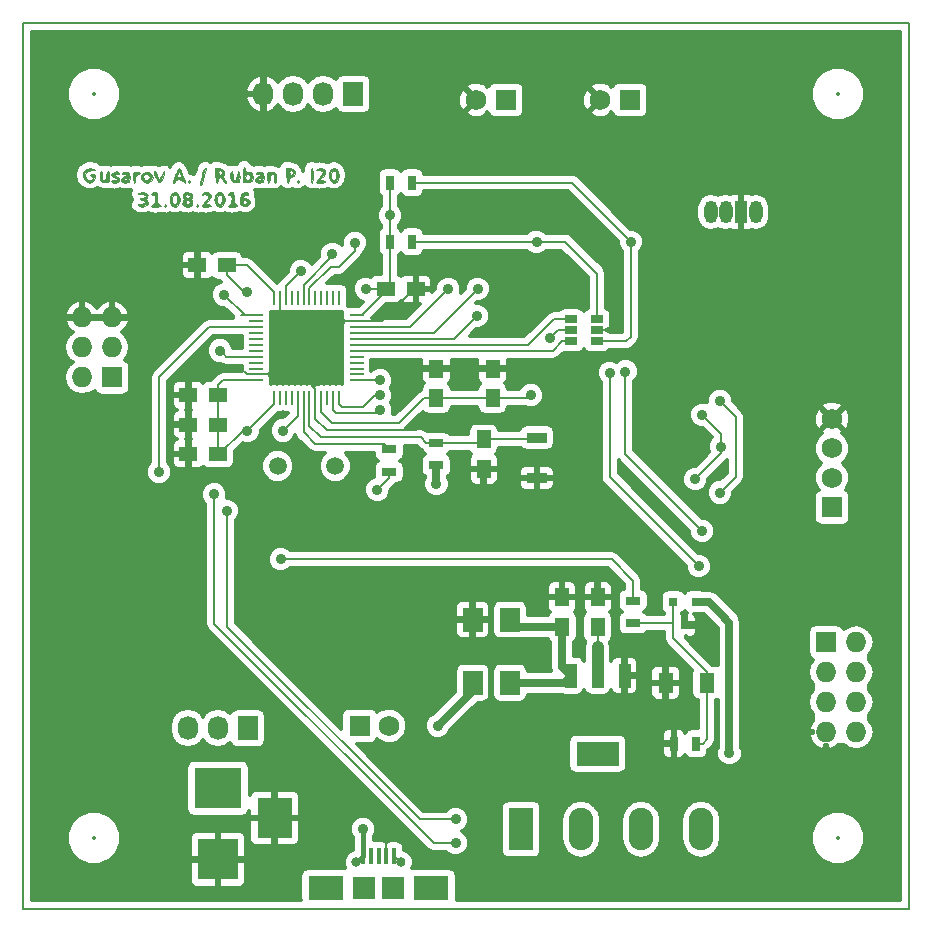
<source format=gbr>
%TF.GenerationSoftware,KiCad,Pcbnew,(2016-08-15 BZR 7057)-product*%
%TF.CreationDate,2016-10-13T01:49:07+07:00*%
%TF.ProjectId,em-lock,656D2D6C6F636B2E6B696361645F7063,rev?*%
%TF.FileFunction,Copper,L1,Top,Signal*%
%FSLAX46Y46*%
G04 Gerber Fmt 4.6, Leading zero omitted, Abs format (unit mm)*
G04 Created by KiCad (PCBNEW (2016-08-15 BZR 7057)-product) date Thu Oct 13 01:49:07 2016*
%MOMM*%
%LPD*%
G01*
G04 APERTURE LIST*
%ADD10C,0.350000*%
%ADD11C,0.150000*%
%ADD12C,0.010000*%
%ADD13R,1.700000X0.900000*%
%ADD14R,2.100000X3.600000*%
%ADD15O,2.100000X3.600000*%
%ADD16R,0.700000X1.300000*%
%ADD17R,1.300000X0.700000*%
%ADD18R,0.800100X0.800100*%
%ADD19R,1.250000X1.500000*%
%ADD20R,1.500000X1.250000*%
%ADD21R,4.000000X3.500000*%
%ADD22R,3.500000X3.500000*%
%ADD23R,3.000000X3.500000*%
%ADD24R,1.300480X1.699260*%
%ADD25R,1.651000X2.029460*%
%ADD26O,1.117600X1.905000*%
%ADD27R,1.117600X1.905000*%
%ADD28R,1.750000X1.750000*%
%ADD29C,1.750000*%
%ADD30R,1.727200X1.727200*%
%ADD31O,1.727200X1.727200*%
%ADD32R,1.727200X2.032000*%
%ADD33O,1.727200X2.032000*%
%ADD34R,1.897380X1.897380*%
%ADD35R,3.000000X2.000000*%
%ADD36R,0.398780X1.348740*%
%ADD37R,0.398780X1.346200*%
%ADD38C,0.797560*%
%ADD39R,1.060000X0.650000*%
%ADD40R,0.254000X1.143000*%
%ADD41R,1.143000X0.254000*%
%ADD42R,3.657600X2.032000*%
%ADD43R,1.016000X2.032000*%
%ADD44C,1.501140*%
%ADD45C,0.900000*%
%ADD46C,0.200000*%
%ADD47C,0.700000*%
%ADD48C,1.000000*%
%ADD49C,0.450000*%
%ADD50C,0.300000*%
%ADD51C,0.350000*%
%ADD52O,3.500000X0.800000*%
%ADD53O,3.000000X0.800000*%
%ADD54O,0.800000X3.000000*%
G04 APERTURE END LIST*
D10*
D11*
X75000000Y0D02*
X0Y0D01*
X75000000Y75000000D02*
X75000000Y0D01*
X0Y75000000D02*
X0Y0D01*
X0Y75000000D02*
X75000000Y75000000D01*
D12*
G36*
X10396277Y60596443D02*
X10427621Y60574231D01*
X10550636Y60447578D01*
X10513042Y60321405D01*
X10489057Y60290988D01*
X10415159Y60138736D01*
X10478496Y59959038D01*
X10492717Y59935280D01*
X10566129Y59762362D01*
X10494329Y59638399D01*
X10431280Y59588370D01*
X10122089Y59462529D01*
X9819657Y59513060D01*
X9701397Y59595826D01*
X9757926Y59661254D01*
X9970138Y59691698D01*
X10013550Y59692158D01*
X10238176Y59737070D01*
X10334098Y59839823D01*
X10286055Y59949909D01*
X10110496Y60013040D01*
X9925284Y60079482D01*
X9914021Y60166314D01*
X10070755Y60221614D01*
X10134733Y60224427D01*
X10332865Y60277486D01*
X10377100Y60380454D01*
X10332238Y60483533D01*
X10167662Y60507969D01*
X10037787Y60496867D01*
X9797404Y60491614D01*
X9700070Y60535603D01*
X9766614Y60611647D01*
X9851822Y60650315D01*
X10137788Y60702964D01*
X10396277Y60596443D01*
X10396277Y60596443D01*
G37*
X10396277Y60596443D02*
X10427621Y60574231D01*
X10550636Y60447578D01*
X10513042Y60321405D01*
X10489057Y60290988D01*
X10415159Y60138736D01*
X10478496Y59959038D01*
X10492717Y59935280D01*
X10566129Y59762362D01*
X10494329Y59638399D01*
X10431280Y59588370D01*
X10122089Y59462529D01*
X9819657Y59513060D01*
X9701397Y59595826D01*
X9757926Y59661254D01*
X9970138Y59691698D01*
X10013550Y59692158D01*
X10238176Y59737070D01*
X10334098Y59839823D01*
X10286055Y59949909D01*
X10110496Y60013040D01*
X9925284Y60079482D01*
X9914021Y60166314D01*
X10070755Y60221614D01*
X10134733Y60224427D01*
X10332865Y60277486D01*
X10377100Y60380454D01*
X10332238Y60483533D01*
X10167662Y60507969D01*
X10037787Y60496867D01*
X9797404Y60491614D01*
X9700070Y60535603D01*
X9766614Y60611647D01*
X9851822Y60650315D01*
X10137788Y60702964D01*
X10396277Y60596443D01*
G36*
X11306299Y60621495D02*
X11338633Y60395356D01*
X11346565Y60175954D01*
X11359621Y59854399D01*
X11405432Y59688849D01*
X11491985Y59642748D01*
X11620999Y59590399D01*
X11637405Y59545801D01*
X11551399Y59485093D01*
X11336545Y59451327D01*
X11249619Y59448855D01*
X11006786Y59470356D01*
X10871721Y59524070D01*
X10861832Y59545801D01*
X10940355Y59631810D01*
X11007252Y59642748D01*
X11102095Y59698605D01*
X11146030Y59889365D01*
X11152672Y60089380D01*
X11140332Y60362815D01*
X11094228Y60480023D01*
X11007252Y60480208D01*
X10882171Y60473268D01*
X10861832Y60507937D01*
X10942513Y60607936D01*
X11123419Y60688842D01*
X11257548Y60709160D01*
X11306299Y60621495D01*
X11306299Y60621495D01*
G37*
X11306299Y60621495D02*
X11338633Y60395356D01*
X11346565Y60175954D01*
X11359621Y59854399D01*
X11405432Y59688849D01*
X11491985Y59642748D01*
X11620999Y59590399D01*
X11637405Y59545801D01*
X11551399Y59485093D01*
X11336545Y59451327D01*
X11249619Y59448855D01*
X11006786Y59470356D01*
X10871721Y59524070D01*
X10861832Y59545801D01*
X10940355Y59631810D01*
X11007252Y59642748D01*
X11102095Y59698605D01*
X11146030Y59889365D01*
X11152672Y60089380D01*
X11140332Y60362815D01*
X11094228Y60480023D01*
X11007252Y60480208D01*
X10882171Y60473268D01*
X10861832Y60507937D01*
X10942513Y60607936D01*
X11123419Y60688842D01*
X11257548Y60709160D01*
X11306299Y60621495D01*
G36*
X12119321Y59568974D02*
X12122138Y59545801D01*
X12048364Y59451672D01*
X12025191Y59448855D01*
X11931062Y59522629D01*
X11928245Y59545801D01*
X12002018Y59639931D01*
X12025191Y59642748D01*
X12119321Y59568974D01*
X12119321Y59568974D01*
G37*
X12119321Y59568974D02*
X12122138Y59545801D01*
X12048364Y59451672D01*
X12025191Y59448855D01*
X11931062Y59522629D01*
X11928245Y59545801D01*
X12002018Y59639931D01*
X12025191Y59642748D01*
X12119321Y59568974D01*
G36*
X13063598Y60621822D02*
X13221720Y60396555D01*
X13285442Y60088478D01*
X13285496Y60079007D01*
X13225032Y59769374D01*
X13069078Y59540976D01*
X12855794Y59448933D01*
X12849237Y59448855D01*
X12678915Y59512422D01*
X12565322Y59601199D01*
X12437732Y59834679D01*
X12417073Y60122507D01*
X12434533Y60192001D01*
X12623878Y60192001D01*
X12627326Y59862342D01*
X12725750Y59684700D01*
X12873180Y59661147D01*
X12990232Y59738564D01*
X13038768Y59940251D01*
X13043130Y60080335D01*
X13026751Y60333508D01*
X12960605Y60445164D01*
X12849237Y60466794D01*
X12692786Y60404866D01*
X12624190Y60194702D01*
X12623878Y60192001D01*
X12434533Y60192001D01*
X12487893Y60404382D01*
X12634741Y60620004D01*
X12842164Y60709074D01*
X12849237Y60709160D01*
X13063598Y60621822D01*
X13063598Y60621822D01*
G37*
X13063598Y60621822D02*
X13221720Y60396555D01*
X13285442Y60088478D01*
X13285496Y60079007D01*
X13225032Y59769374D01*
X13069078Y59540976D01*
X12855794Y59448933D01*
X12849237Y59448855D01*
X12678915Y59512422D01*
X12565322Y59601199D01*
X12437732Y59834679D01*
X12417073Y60122507D01*
X12434533Y60192001D01*
X12623878Y60192001D01*
X12627326Y59862342D01*
X12725750Y59684700D01*
X12873180Y59661147D01*
X12990232Y59738564D01*
X13038768Y59940251D01*
X13043130Y60080335D01*
X13026751Y60333508D01*
X12960605Y60445164D01*
X12849237Y60466794D01*
X12692786Y60404866D01*
X12624190Y60194702D01*
X12623878Y60192001D01*
X12434533Y60192001D01*
X12487893Y60404382D01*
X12634741Y60620004D01*
X12842164Y60709074D01*
X12849237Y60709160D01*
X13063598Y60621822D01*
G36*
X14152821Y60650735D02*
X14292980Y60509026D01*
X14295530Y60334380D01*
X14261267Y60280497D01*
X14196865Y60123230D01*
X14267800Y59949056D01*
X14319520Y59725145D01*
X14211401Y59543394D01*
X13977401Y59452040D01*
X13915649Y59448855D01*
X13683792Y59513563D01*
X13569803Y59602147D01*
X13491829Y59761784D01*
X13506602Y59801050D01*
X13700239Y59801050D01*
X13719853Y59742774D01*
X13861515Y59662188D01*
X14036643Y59699577D01*
X14133807Y59812353D01*
X14099588Y59937890D01*
X13958721Y60006812D01*
X13796890Y59987061D01*
X13752771Y59954907D01*
X13700239Y59801050D01*
X13506602Y59801050D01*
X13560430Y59944120D01*
X13563498Y59949056D01*
X13634734Y60138487D01*
X13570031Y60280497D01*
X13544801Y60369847D01*
X13673283Y60369847D01*
X13757559Y60252889D01*
X13915649Y60224427D01*
X14110579Y60274993D01*
X14158016Y60369847D01*
X14073740Y60486805D01*
X13915649Y60515267D01*
X13720720Y60464701D01*
X13673283Y60369847D01*
X13544801Y60369847D01*
X13520730Y60455086D01*
X13621848Y60612626D01*
X13832789Y60702770D01*
X13915649Y60709160D01*
X14152821Y60650735D01*
X14152821Y60650735D01*
G37*
X14152821Y60650735D02*
X14292980Y60509026D01*
X14295530Y60334380D01*
X14261267Y60280497D01*
X14196865Y60123230D01*
X14267800Y59949056D01*
X14319520Y59725145D01*
X14211401Y59543394D01*
X13977401Y59452040D01*
X13915649Y59448855D01*
X13683792Y59513563D01*
X13569803Y59602147D01*
X13491829Y59761784D01*
X13506602Y59801050D01*
X13700239Y59801050D01*
X13719853Y59742774D01*
X13861515Y59662188D01*
X14036643Y59699577D01*
X14133807Y59812353D01*
X14099588Y59937890D01*
X13958721Y60006812D01*
X13796890Y59987061D01*
X13752771Y59954907D01*
X13700239Y59801050D01*
X13506602Y59801050D01*
X13560430Y59944120D01*
X13563498Y59949056D01*
X13634734Y60138487D01*
X13570031Y60280497D01*
X13544801Y60369847D01*
X13673283Y60369847D01*
X13757559Y60252889D01*
X13915649Y60224427D01*
X14110579Y60274993D01*
X14158016Y60369847D01*
X14073740Y60486805D01*
X13915649Y60515267D01*
X13720720Y60464701D01*
X13673283Y60369847D01*
X13544801Y60369847D01*
X13520730Y60455086D01*
X13621848Y60612626D01*
X13832789Y60702770D01*
X13915649Y60709160D01*
X14152821Y60650735D01*
G36*
X14833824Y59568974D02*
X14836642Y59545801D01*
X14762868Y59451672D01*
X14739695Y59448855D01*
X14645566Y59522629D01*
X14642748Y59545801D01*
X14716522Y59639931D01*
X14739695Y59642748D01*
X14833824Y59568974D01*
X14833824Y59568974D01*
G37*
X14833824Y59568974D02*
X14836642Y59545801D01*
X14762868Y59451672D01*
X14739695Y59448855D01*
X14645566Y59522629D01*
X14642748Y59545801D01*
X14716522Y59639931D01*
X14739695Y59642748D01*
X14833824Y59568974D01*
G36*
X15638244Y60664399D02*
X15835722Y60532804D01*
X15903054Y60339045D01*
X15839854Y60173789D01*
X15683738Y59959565D01*
X15642549Y59914656D01*
X15382045Y59642748D01*
X15642549Y59642748D01*
X15833244Y59611678D01*
X15903054Y59545801D01*
X15817048Y59485093D01*
X15602193Y59451327D01*
X15515267Y59448855D01*
X15272357Y59463968D01*
X15137323Y59501720D01*
X15127481Y59516949D01*
X15189289Y59621773D01*
X15345243Y59806926D01*
X15431145Y59898345D01*
X15627266Y60157484D01*
X15680108Y60361499D01*
X15592648Y60482141D01*
X15368642Y60491309D01*
X15174336Y60486802D01*
X15138946Y60549044D01*
X15261873Y60634560D01*
X15371107Y60669665D01*
X15638244Y60664399D01*
X15638244Y60664399D01*
G37*
X15638244Y60664399D02*
X15835722Y60532804D01*
X15903054Y60339045D01*
X15839854Y60173789D01*
X15683738Y59959565D01*
X15642549Y59914656D01*
X15382045Y59642748D01*
X15642549Y59642748D01*
X15833244Y59611678D01*
X15903054Y59545801D01*
X15817048Y59485093D01*
X15602193Y59451327D01*
X15515267Y59448855D01*
X15272357Y59463968D01*
X15137323Y59501720D01*
X15127481Y59516949D01*
X15189289Y59621773D01*
X15345243Y59806926D01*
X15431145Y59898345D01*
X15627266Y60157484D01*
X15680108Y60361499D01*
X15592648Y60482141D01*
X15368642Y60491309D01*
X15174336Y60486802D01*
X15138946Y60549044D01*
X15261873Y60634560D01*
X15371107Y60669665D01*
X15638244Y60664399D01*
G36*
X16844514Y60621822D02*
X17002636Y60396555D01*
X17066358Y60088478D01*
X17066413Y60079007D01*
X17005948Y59769374D01*
X16849994Y59540976D01*
X16636710Y59448933D01*
X16630153Y59448855D01*
X16459831Y59512422D01*
X16346238Y59601199D01*
X16218648Y59834679D01*
X16197989Y60122507D01*
X16215449Y60192001D01*
X16404794Y60192001D01*
X16408242Y59862342D01*
X16506666Y59684700D01*
X16654096Y59661147D01*
X16771148Y59738564D01*
X16819684Y59940251D01*
X16824046Y60080335D01*
X16807667Y60333508D01*
X16741521Y60445164D01*
X16630153Y60466794D01*
X16473702Y60404866D01*
X16405106Y60194702D01*
X16404794Y60192001D01*
X16215449Y60192001D01*
X16268809Y60404382D01*
X16415657Y60620004D01*
X16623080Y60709074D01*
X16630153Y60709160D01*
X16844514Y60621822D01*
X16844514Y60621822D01*
G37*
X16844514Y60621822D02*
X17002636Y60396555D01*
X17066358Y60088478D01*
X17066413Y60079007D01*
X17005948Y59769374D01*
X16849994Y59540976D01*
X16636710Y59448933D01*
X16630153Y59448855D01*
X16459831Y59512422D01*
X16346238Y59601199D01*
X16218648Y59834679D01*
X16197989Y60122507D01*
X16215449Y60192001D01*
X16404794Y60192001D01*
X16408242Y59862342D01*
X16506666Y59684700D01*
X16654096Y59661147D01*
X16771148Y59738564D01*
X16819684Y59940251D01*
X16824046Y60080335D01*
X16807667Y60333508D01*
X16741521Y60445164D01*
X16630153Y60466794D01*
X16473702Y60404866D01*
X16405106Y60194702D01*
X16404794Y60192001D01*
X16215449Y60192001D01*
X16268809Y60404382D01*
X16415657Y60620004D01*
X16623080Y60709074D01*
X16630153Y60709160D01*
X16844514Y60621822D01*
G36*
X17801719Y60621495D02*
X17834053Y60395356D01*
X17841985Y60175954D01*
X17855041Y59854399D01*
X17900851Y59688849D01*
X17987405Y59642748D01*
X18116418Y59590399D01*
X18132825Y59545801D01*
X18046819Y59485093D01*
X17831964Y59451327D01*
X17745038Y59448855D01*
X17502206Y59470356D01*
X17367141Y59524070D01*
X17357252Y59545801D01*
X17435775Y59631810D01*
X17502672Y59642748D01*
X17597515Y59698605D01*
X17641450Y59889365D01*
X17648092Y60089380D01*
X17635752Y60362815D01*
X17589648Y60480023D01*
X17502672Y60480208D01*
X17377591Y60473268D01*
X17357252Y60507937D01*
X17437932Y60607936D01*
X17618839Y60688842D01*
X17752967Y60709160D01*
X17801719Y60621495D01*
X17801719Y60621495D01*
G37*
X17801719Y60621495D02*
X17834053Y60395356D01*
X17841985Y60175954D01*
X17855041Y59854399D01*
X17900851Y59688849D01*
X17987405Y59642748D01*
X18116418Y59590399D01*
X18132825Y59545801D01*
X18046819Y59485093D01*
X17831964Y59451327D01*
X17745038Y59448855D01*
X17502206Y59470356D01*
X17367141Y59524070D01*
X17357252Y59545801D01*
X17435775Y59631810D01*
X17502672Y59642748D01*
X17597515Y59698605D01*
X17641450Y59889365D01*
X17648092Y60089380D01*
X17635752Y60362815D01*
X17589648Y60480023D01*
X17502672Y60480208D01*
X17377591Y60473268D01*
X17357252Y60507937D01*
X17437932Y60607936D01*
X17618839Y60688842D01*
X17752967Y60709160D01*
X17801719Y60621495D01*
G36*
X18837455Y60690439D02*
X19018628Y60614713D01*
X19078561Y60539438D01*
X19052355Y60460493D01*
X18963737Y60477574D01*
X18779618Y60469843D01*
X18600342Y60364625D01*
X18520611Y60218542D01*
X18603406Y60166123D01*
X18773570Y60157702D01*
X19024144Y60107679D01*
X19170801Y59950317D01*
X19174855Y59737375D01*
X19140367Y59666984D01*
X18937253Y59499190D01*
X18682537Y59483453D01*
X18484222Y59596040D01*
X18372037Y59801050D01*
X18547567Y59801050D01*
X18567181Y59742774D01*
X18708843Y59662188D01*
X18883972Y59699577D01*
X18981135Y59812353D01*
X18946917Y59937890D01*
X18806050Y60006812D01*
X18644218Y59987061D01*
X18600099Y59954907D01*
X18547567Y59801050D01*
X18372037Y59801050D01*
X18357152Y59828251D01*
X18340689Y60110429D01*
X18416639Y60386204D01*
X18566806Y60599205D01*
X18772998Y60693062D01*
X18837455Y60690439D01*
X18837455Y60690439D01*
G37*
X18837455Y60690439D02*
X19018628Y60614713D01*
X19078561Y60539438D01*
X19052355Y60460493D01*
X18963737Y60477574D01*
X18779618Y60469843D01*
X18600342Y60364625D01*
X18520611Y60218542D01*
X18603406Y60166123D01*
X18773570Y60157702D01*
X19024144Y60107679D01*
X19170801Y59950317D01*
X19174855Y59737375D01*
X19140367Y59666984D01*
X18937253Y59499190D01*
X18682537Y59483453D01*
X18484222Y59596040D01*
X18372037Y59801050D01*
X18547567Y59801050D01*
X18567181Y59742774D01*
X18708843Y59662188D01*
X18883972Y59699577D01*
X18981135Y59812353D01*
X18946917Y59937890D01*
X18806050Y60006812D01*
X18644218Y59987061D01*
X18600099Y59954907D01*
X18547567Y59801050D01*
X18372037Y59801050D01*
X18357152Y59828251D01*
X18340689Y60110429D01*
X18416639Y60386204D01*
X18566806Y60599205D01*
X18772998Y60693062D01*
X18837455Y60690439D01*
G36*
X15473533Y62633518D02*
X15428023Y62411242D01*
X15423498Y62397209D01*
X15338481Y62116486D01*
X15244846Y61777561D01*
X15225431Y61702862D01*
X15141003Y61453167D01*
X15051797Y61306802D01*
X15020265Y61290839D01*
X14965914Y61367762D01*
X14990232Y61508969D01*
X15056632Y61732796D01*
X15144275Y62047650D01*
X15184529Y62197623D01*
X15266520Y62479286D01*
X15337237Y62674979D01*
X15363718Y62722751D01*
X15449614Y62750880D01*
X15473533Y62633518D01*
X15473533Y62633518D01*
G37*
X15473533Y62633518D02*
X15428023Y62411242D01*
X15423498Y62397209D01*
X15338481Y62116486D01*
X15244846Y61777561D01*
X15225431Y61702862D01*
X15141003Y61453167D01*
X15051797Y61306802D01*
X15020265Y61290839D01*
X14965914Y61367762D01*
X14990232Y61508969D01*
X15056632Y61732796D01*
X15144275Y62047650D01*
X15184529Y62197623D01*
X15266520Y62479286D01*
X15337237Y62674979D01*
X15363718Y62722751D01*
X15449614Y62750880D01*
X15473533Y62633518D01*
G36*
X5958102Y62686192D02*
X6101671Y62599048D01*
X6073527Y62535992D01*
X5895850Y62521963D01*
X5819723Y62530596D01*
X5504951Y62508890D01*
X5301253Y62352941D01*
X5238932Y62122404D01*
X5318209Y61848785D01*
X5538164Y61698958D01*
X5694580Y61678626D01*
X5874445Y61732553D01*
X5917558Y61872519D01*
X5856940Y62030424D01*
X5772138Y62066412D01*
X5643124Y62118760D01*
X5626718Y62163358D01*
X5709683Y62236236D01*
X5869084Y62260305D01*
X6043023Y62228492D01*
X6106046Y62093876D01*
X6111451Y61972876D01*
X6035860Y61694921D01*
X5843562Y61530476D01*
X5586272Y61496980D01*
X5315703Y61611873D01*
X5238932Y61678626D01*
X5070773Y61953579D01*
X5061400Y62237236D01*
X5182012Y62489248D01*
X5403809Y62669265D01*
X5697991Y62736939D01*
X5958102Y62686192D01*
X5958102Y62686192D01*
G37*
X5958102Y62686192D02*
X6101671Y62599048D01*
X6073527Y62535992D01*
X5895850Y62521963D01*
X5819723Y62530596D01*
X5504951Y62508890D01*
X5301253Y62352941D01*
X5238932Y62122404D01*
X5318209Y61848785D01*
X5538164Y61698958D01*
X5694580Y61678626D01*
X5874445Y61732553D01*
X5917558Y61872519D01*
X5856940Y62030424D01*
X5772138Y62066412D01*
X5643124Y62118760D01*
X5626718Y62163358D01*
X5709683Y62236236D01*
X5869084Y62260305D01*
X6043023Y62228492D01*
X6106046Y62093876D01*
X6111451Y61972876D01*
X6035860Y61694921D01*
X5843562Y61530476D01*
X5586272Y61496980D01*
X5315703Y61611873D01*
X5238932Y61678626D01*
X5070773Y61953579D01*
X5061400Y62237236D01*
X5182012Y62489248D01*
X5403809Y62669265D01*
X5697991Y62736939D01*
X5958102Y62686192D01*
G36*
X6656440Y62368090D02*
X6690382Y62152543D01*
X6693130Y62059303D01*
X6707940Y61805995D01*
X6766015Y61701473D01*
X6862787Y61696560D01*
X6995311Y61799857D01*
X7059842Y62061908D01*
X7062532Y62091455D01*
X7108318Y62358653D01*
X7172092Y62446160D01*
X7233176Y62364284D01*
X7270895Y62123333D01*
X7274809Y61985623D01*
X7267757Y61704784D01*
X7225797Y61566970D01*
X7117732Y61521349D01*
X6987201Y61517048D01*
X6746564Y61548610D01*
X6599415Y61617226D01*
X6534716Y61764700D01*
X6504162Y61994808D01*
X6508037Y62234110D01*
X6546625Y62409167D01*
X6596183Y62454198D01*
X6656440Y62368090D01*
X6656440Y62368090D01*
G37*
X6656440Y62368090D02*
X6690382Y62152543D01*
X6693130Y62059303D01*
X6707940Y61805995D01*
X6766015Y61701473D01*
X6862787Y61696560D01*
X6995311Y61799857D01*
X7059842Y62061908D01*
X7062532Y62091455D01*
X7108318Y62358653D01*
X7172092Y62446160D01*
X7233176Y62364284D01*
X7270895Y62123333D01*
X7274809Y61985623D01*
X7267757Y61704784D01*
X7225797Y61566970D01*
X7117732Y61521349D01*
X6987201Y61517048D01*
X6746564Y61548610D01*
X6599415Y61617226D01*
X6534716Y61764700D01*
X6504162Y61994808D01*
X6508037Y62234110D01*
X6546625Y62409167D01*
X6596183Y62454198D01*
X6656440Y62368090D01*
G36*
X8044872Y62409130D02*
X8147418Y62299125D01*
X8083376Y62232221D01*
X7904962Y62236577D01*
X7724501Y62250293D01*
X7662596Y62220734D01*
X7742145Y62144534D01*
X7904962Y62066412D01*
X8103198Y61924392D01*
X8144268Y61747161D01*
X8044540Y61585996D01*
X7820381Y61492178D01*
X7719298Y61484733D01*
X7557486Y61530509D01*
X7533334Y61549364D01*
X7469837Y61669977D01*
X7574019Y61716356D01*
X7711069Y61702353D01*
X7898964Y61703438D01*
X7953435Y61766670D01*
X7872984Y61879414D01*
X7711069Y61969465D01*
X7530580Y62086897D01*
X7468703Y62207585D01*
X7551108Y62332814D01*
X7740434Y62420416D01*
X7949840Y62440013D01*
X8044872Y62409130D01*
X8044872Y62409130D01*
G37*
X8044872Y62409130D02*
X8147418Y62299125D01*
X8083376Y62232221D01*
X7904962Y62236577D01*
X7724501Y62250293D01*
X7662596Y62220734D01*
X7742145Y62144534D01*
X7904962Y62066412D01*
X8103198Y61924392D01*
X8144268Y61747161D01*
X8044540Y61585996D01*
X7820381Y61492178D01*
X7719298Y61484733D01*
X7557486Y61530509D01*
X7533334Y61549364D01*
X7469837Y61669977D01*
X7574019Y61716356D01*
X7711069Y61702353D01*
X7898964Y61703438D01*
X7953435Y61766670D01*
X7872984Y61879414D01*
X7711069Y61969465D01*
X7530580Y62086897D01*
X7468703Y62207585D01*
X7551108Y62332814D01*
X7740434Y62420416D01*
X7949840Y62440013D01*
X8044872Y62409130D01*
G36*
X8879085Y62353386D02*
X8972599Y62184228D01*
X9018800Y61921132D01*
X9019848Y61876356D01*
X9006502Y61639128D01*
X8929621Y61535572D01*
X8733937Y61505644D01*
X8676419Y61503238D01*
X8393987Y61534946D01*
X8277786Y61634184D01*
X8286687Y61775572D01*
X8438168Y61775572D01*
X8519366Y61696805D01*
X8632061Y61678626D01*
X8789596Y61719224D01*
X8825954Y61775572D01*
X8744757Y61854340D01*
X8632061Y61872519D01*
X8474526Y61831920D01*
X8438168Y61775572D01*
X8286687Y61775572D01*
X8290223Y61831738D01*
X8434205Y61998797D01*
X8643932Y62066412D01*
X8794821Y62114301D01*
X8825954Y62174660D01*
X8744749Y62242169D01*
X8579746Y62235843D01*
X8399341Y62232573D01*
X8369649Y62297251D01*
X8494901Y62414617D01*
X8700497Y62431964D01*
X8879085Y62353386D01*
X8879085Y62353386D01*
G37*
X8879085Y62353386D02*
X8972599Y62184228D01*
X9018800Y61921132D01*
X9019848Y61876356D01*
X9006502Y61639128D01*
X8929621Y61535572D01*
X8733937Y61505644D01*
X8676419Y61503238D01*
X8393987Y61534946D01*
X8277786Y61634184D01*
X8286687Y61775572D01*
X8438168Y61775572D01*
X8519366Y61696805D01*
X8632061Y61678626D01*
X8789596Y61719224D01*
X8825954Y61775572D01*
X8744757Y61854340D01*
X8632061Y61872519D01*
X8474526Y61831920D01*
X8438168Y61775572D01*
X8286687Y61775572D01*
X8290223Y61831738D01*
X8434205Y61998797D01*
X8643932Y62066412D01*
X8794821Y62114301D01*
X8825954Y62174660D01*
X8744749Y62242169D01*
X8579746Y62235843D01*
X8399341Y62232573D01*
X8369649Y62297251D01*
X8494901Y62414617D01*
X8700497Y62431964D01*
X8879085Y62353386D01*
G36*
X9824689Y62394762D02*
X9884715Y62330241D01*
X9768692Y62253581D01*
X9698474Y62232215D01*
X9560667Y62144150D01*
X9507879Y61942496D01*
X9504580Y61833122D01*
X9480821Y61605267D01*
X9422207Y61488689D01*
X9407634Y61484733D01*
X9351530Y61571753D01*
X9316527Y61793517D01*
X9310687Y61953308D01*
X9317652Y62234124D01*
X9359588Y62371923D01*
X9468053Y62417554D01*
X9601527Y62421883D01*
X9824689Y62394762D01*
X9824689Y62394762D01*
G37*
X9824689Y62394762D02*
X9884715Y62330241D01*
X9768692Y62253581D01*
X9698474Y62232215D01*
X9560667Y62144150D01*
X9507879Y61942496D01*
X9504580Y61833122D01*
X9480821Y61605267D01*
X9422207Y61488689D01*
X9407634Y61484733D01*
X9351530Y61571753D01*
X9316527Y61793517D01*
X9310687Y61953308D01*
X9317652Y62234124D01*
X9359588Y62371923D01*
X9468053Y62417554D01*
X9601527Y62421883D01*
X9824689Y62394762D01*
G36*
X10640505Y62408657D02*
X10852572Y62262573D01*
X10956389Y62017399D01*
X10958779Y61969465D01*
X10874674Y61726177D01*
X10672259Y61540896D01*
X10474046Y61484733D01*
X10260716Y61550300D01*
X10141658Y61637077D01*
X10016628Y61839596D01*
X9989313Y61969465D01*
X10006570Y62025613D01*
X10192979Y62025613D01*
X10220874Y61817246D01*
X10356767Y61703529D01*
X10497849Y61696063D01*
X10671124Y61779753D01*
X10716413Y61969465D01*
X10663130Y62169177D01*
X10497849Y62242868D01*
X10290756Y62197804D01*
X10192979Y62025613D01*
X10006570Y62025613D01*
X10054881Y62182796D01*
X10141658Y62301854D01*
X10382698Y62430227D01*
X10640505Y62408657D01*
X10640505Y62408657D01*
G37*
X10640505Y62408657D02*
X10852572Y62262573D01*
X10956389Y62017399D01*
X10958779Y61969465D01*
X10874674Y61726177D01*
X10672259Y61540896D01*
X10474046Y61484733D01*
X10260716Y61550300D01*
X10141658Y61637077D01*
X10016628Y61839596D01*
X9989313Y61969465D01*
X10006570Y62025613D01*
X10192979Y62025613D01*
X10220874Y61817246D01*
X10356767Y61703529D01*
X10497849Y61696063D01*
X10671124Y61779753D01*
X10716413Y61969465D01*
X10663130Y62169177D01*
X10497849Y62242868D01*
X10290756Y62197804D01*
X10192979Y62025613D01*
X10006570Y62025613D01*
X10054881Y62182796D01*
X10141658Y62301854D01*
X10382698Y62430227D01*
X10640505Y62408657D01*
G36*
X11959128Y62378483D02*
X11917669Y62190970D01*
X11831583Y61951109D01*
X11724023Y61718349D01*
X11618144Y61552141D01*
X11564670Y61508961D01*
X11456643Y61566974D01*
X11320822Y61771176D01*
X11249634Y61920956D01*
X11125276Y62216281D01*
X11070138Y62375689D01*
X11076021Y62441028D01*
X11134725Y62454146D01*
X11145154Y62454198D01*
X11230731Y62371600D01*
X11328062Y62167655D01*
X11346565Y62114885D01*
X11436471Y61893907D01*
X11516054Y61779826D01*
X11528501Y61775572D01*
X11603434Y61857252D01*
X11700075Y62059221D01*
X11721151Y62114885D01*
X11822375Y62335402D01*
X11916824Y62449742D01*
X11932807Y62454198D01*
X11959128Y62378483D01*
X11959128Y62378483D01*
G37*
X11959128Y62378483D02*
X11917669Y62190970D01*
X11831583Y61951109D01*
X11724023Y61718349D01*
X11618144Y61552141D01*
X11564670Y61508961D01*
X11456643Y61566974D01*
X11320822Y61771176D01*
X11249634Y61920956D01*
X11125276Y62216281D01*
X11070138Y62375689D01*
X11076021Y62441028D01*
X11134725Y62454146D01*
X11145154Y62454198D01*
X11230731Y62371600D01*
X11328062Y62167655D01*
X11346565Y62114885D01*
X11436471Y61893907D01*
X11516054Y61779826D01*
X11528501Y61775572D01*
X11603434Y61857252D01*
X11700075Y62059221D01*
X11721151Y62114885D01*
X11822375Y62335402D01*
X11916824Y62449742D01*
X11932807Y62454198D01*
X11959128Y62378483D01*
G36*
X13255599Y62662751D02*
X13362272Y62454010D01*
X13484329Y62175995D01*
X13598347Y61885888D01*
X13680902Y61640868D01*
X13708569Y61498117D01*
X13703956Y61484885D01*
X13619369Y61512312D01*
X13533485Y61606068D01*
X13355307Y61733557D01*
X13127071Y61770589D01*
X12931520Y61714194D01*
X12862652Y61630152D01*
X12764865Y61501802D01*
X12715506Y61484733D01*
X12703069Y61566352D01*
X12755775Y61781311D01*
X12862331Y62084757D01*
X12874181Y62114885D01*
X12894715Y62163358D01*
X13063513Y62163358D01*
X13068044Y62008465D01*
X13197626Y61969465D01*
X13350443Y61987277D01*
X13382443Y62010010D01*
X13339957Y62168502D01*
X13250515Y62315773D01*
X13189485Y62357252D01*
X13107455Y62276713D01*
X13063513Y62163358D01*
X12894715Y62163358D01*
X13006273Y62426696D01*
X13117706Y62652015D01*
X13185521Y62744702D01*
X13187735Y62745038D01*
X13255599Y62662751D01*
X13255599Y62662751D01*
G37*
X13255599Y62662751D02*
X13362272Y62454010D01*
X13484329Y62175995D01*
X13598347Y61885888D01*
X13680902Y61640868D01*
X13708569Y61498117D01*
X13703956Y61484885D01*
X13619369Y61512312D01*
X13533485Y61606068D01*
X13355307Y61733557D01*
X13127071Y61770589D01*
X12931520Y61714194D01*
X12862652Y61630152D01*
X12764865Y61501802D01*
X12715506Y61484733D01*
X12703069Y61566352D01*
X12755775Y61781311D01*
X12862331Y62084757D01*
X12874181Y62114885D01*
X12894715Y62163358D01*
X13063513Y62163358D01*
X13068044Y62008465D01*
X13197626Y61969465D01*
X13350443Y61987277D01*
X13382443Y62010010D01*
X13339957Y62168502D01*
X13250515Y62315773D01*
X13189485Y62357252D01*
X13107455Y62276713D01*
X13063513Y62163358D01*
X12894715Y62163358D01*
X13006273Y62426696D01*
X13117706Y62652015D01*
X13185521Y62744702D01*
X13187735Y62745038D01*
X13255599Y62662751D01*
G36*
X14155198Y61604852D02*
X14158016Y61581679D01*
X14084242Y61487550D01*
X14061069Y61484733D01*
X13966940Y61558506D01*
X13964122Y61581679D01*
X14037896Y61675808D01*
X14061069Y61678626D01*
X14155198Y61604852D01*
X14155198Y61604852D01*
G37*
X14155198Y61604852D02*
X14158016Y61581679D01*
X14084242Y61487550D01*
X14061069Y61484733D01*
X13966940Y61558506D01*
X13964122Y61581679D01*
X14037896Y61675808D01*
X14061069Y61678626D01*
X14155198Y61604852D01*
G36*
X16596139Y62726944D02*
X16881040Y62639303D01*
X17038549Y62469220D01*
X17039774Y62254767D01*
X17005427Y62187595D01*
X16954565Y62025227D01*
X17030925Y61832602D01*
X17085234Y61751336D01*
X17196966Y61566812D01*
X17183146Y61491625D01*
X17137049Y61484733D01*
X17000094Y61564124D01*
X16890159Y61727099D01*
X16760064Y61906295D01*
X16632231Y61969465D01*
X16513112Y61885394D01*
X16484733Y61727099D01*
X16451547Y61544906D01*
X16387787Y61484733D01*
X16337247Y61573853D01*
X16302603Y61810313D01*
X16290840Y62121028D01*
X16290840Y62357252D01*
X16484733Y62357252D01*
X16553285Y62195224D01*
X16678626Y62163358D01*
X16840654Y62231910D01*
X16872519Y62357252D01*
X16803968Y62519279D01*
X16678626Y62551145D01*
X16516599Y62482593D01*
X16484733Y62357252D01*
X16290840Y62357252D01*
X16290840Y62757323D01*
X16596139Y62726944D01*
X16596139Y62726944D01*
G37*
X16596139Y62726944D02*
X16881040Y62639303D01*
X17038549Y62469220D01*
X17039774Y62254767D01*
X17005427Y62187595D01*
X16954565Y62025227D01*
X17030925Y61832602D01*
X17085234Y61751336D01*
X17196966Y61566812D01*
X17183146Y61491625D01*
X17137049Y61484733D01*
X17000094Y61564124D01*
X16890159Y61727099D01*
X16760064Y61906295D01*
X16632231Y61969465D01*
X16513112Y61885394D01*
X16484733Y61727099D01*
X16451547Y61544906D01*
X16387787Y61484733D01*
X16337247Y61573853D01*
X16302603Y61810313D01*
X16290840Y62121028D01*
X16290840Y62357252D01*
X16484733Y62357252D01*
X16553285Y62195224D01*
X16678626Y62163358D01*
X16840654Y62231910D01*
X16872519Y62357252D01*
X16803968Y62519279D01*
X16678626Y62551145D01*
X16516599Y62482593D01*
X16484733Y62357252D01*
X16290840Y62357252D01*
X16290840Y62757323D01*
X16596139Y62726944D01*
G36*
X17708349Y62368090D02*
X17742291Y62152543D01*
X17745038Y62059303D01*
X17759848Y61805995D01*
X17817923Y61701473D01*
X17914695Y61696560D01*
X18047220Y61799857D01*
X18111751Y62061908D01*
X18114440Y62091455D01*
X18160227Y62358653D01*
X18224000Y62446160D01*
X18285084Y62364284D01*
X18322804Y62123333D01*
X18326718Y61985623D01*
X18319665Y61704784D01*
X18277706Y61566970D01*
X18169640Y61521349D01*
X18039110Y61517048D01*
X17798472Y61548610D01*
X17651323Y61617226D01*
X17586624Y61764700D01*
X17556071Y61994808D01*
X17559946Y62234110D01*
X17598533Y62409167D01*
X17648092Y62454198D01*
X17708349Y62368090D01*
X17708349Y62368090D01*
G37*
X17708349Y62368090D02*
X17742291Y62152543D01*
X17745038Y62059303D01*
X17759848Y61805995D01*
X17817923Y61701473D01*
X17914695Y61696560D01*
X18047220Y61799857D01*
X18111751Y62061908D01*
X18114440Y62091455D01*
X18160227Y62358653D01*
X18224000Y62446160D01*
X18285084Y62364284D01*
X18322804Y62123333D01*
X18326718Y61985623D01*
X18319665Y61704784D01*
X18277706Y61566970D01*
X18169640Y61521349D01*
X18039110Y61517048D01*
X17798472Y61548610D01*
X17651323Y61617226D01*
X17586624Y61764700D01*
X17556071Y61994808D01*
X17559946Y62234110D01*
X17598533Y62409167D01*
X17648092Y62454198D01*
X17708349Y62368090D01*
G36*
X18787180Y62758963D02*
X18811451Y62597771D01*
X18837678Y62424149D01*
X18956064Y62393822D01*
X19051385Y62413777D01*
X19246060Y62421938D01*
X19371861Y62291343D01*
X19406259Y62221731D01*
X19475577Y61903260D01*
X19380843Y61661883D01*
X19141714Y61529029D01*
X18963239Y61513361D01*
X18617558Y61523160D01*
X18617558Y61896665D01*
X18827590Y61896665D01*
X18920020Y61734448D01*
X19077761Y61697025D01*
X19218028Y61812415D01*
X19247710Y61969465D01*
X19187773Y62158972D01*
X19052801Y62248700D01*
X18910050Y62212893D01*
X18849259Y62122050D01*
X18827590Y61896665D01*
X18617558Y61896665D01*
X18617558Y62182572D01*
X18630705Y62523301D01*
X18665789Y62757898D01*
X18714504Y62841984D01*
X18787180Y62758963D01*
X18787180Y62758963D01*
G37*
X18787180Y62758963D02*
X18811451Y62597771D01*
X18837678Y62424149D01*
X18956064Y62393822D01*
X19051385Y62413777D01*
X19246060Y62421938D01*
X19371861Y62291343D01*
X19406259Y62221731D01*
X19475577Y61903260D01*
X19380843Y61661883D01*
X19141714Y61529029D01*
X18963239Y61513361D01*
X18617558Y61523160D01*
X18617558Y61896665D01*
X18827590Y61896665D01*
X18920020Y61734448D01*
X19077761Y61697025D01*
X19218028Y61812415D01*
X19247710Y61969465D01*
X19187773Y62158972D01*
X19052801Y62248700D01*
X18910050Y62212893D01*
X18849259Y62122050D01*
X18827590Y61896665D01*
X18617558Y61896665D01*
X18617558Y62182572D01*
X18630705Y62523301D01*
X18665789Y62757898D01*
X18714504Y62841984D01*
X18787180Y62758963D01*
G36*
X20221833Y62353386D02*
X20315347Y62184228D01*
X20361548Y61921132D01*
X20362596Y61876356D01*
X20349250Y61639128D01*
X20272369Y61535572D01*
X20076685Y61505644D01*
X20019167Y61503238D01*
X19736735Y61534946D01*
X19620534Y61634184D01*
X19629435Y61775572D01*
X19780916Y61775572D01*
X19862114Y61696805D01*
X19974809Y61678626D01*
X20132344Y61719224D01*
X20168703Y61775572D01*
X20087505Y61854340D01*
X19974809Y61872519D01*
X19817274Y61831920D01*
X19780916Y61775572D01*
X19629435Y61775572D01*
X19632971Y61831738D01*
X19776953Y61998797D01*
X19986680Y62066412D01*
X20137569Y62114301D01*
X20168703Y62174660D01*
X20087497Y62242169D01*
X19922494Y62235843D01*
X19742089Y62232573D01*
X19712398Y62297251D01*
X19837649Y62414617D01*
X20043245Y62431964D01*
X20221833Y62353386D01*
X20221833Y62353386D01*
G37*
X20221833Y62353386D02*
X20315347Y62184228D01*
X20361548Y61921132D01*
X20362596Y61876356D01*
X20349250Y61639128D01*
X20272369Y61535572D01*
X20076685Y61505644D01*
X20019167Y61503238D01*
X19736735Y61534946D01*
X19620534Y61634184D01*
X19629435Y61775572D01*
X19780916Y61775572D01*
X19862114Y61696805D01*
X19974809Y61678626D01*
X20132344Y61719224D01*
X20168703Y61775572D01*
X20087505Y61854340D01*
X19974809Y61872519D01*
X19817274Y61831920D01*
X19780916Y61775572D01*
X19629435Y61775572D01*
X19632971Y61831738D01*
X19776953Y61998797D01*
X19986680Y62066412D01*
X20137569Y62114301D01*
X20168703Y62174660D01*
X20087497Y62242169D01*
X19922494Y62235843D01*
X19742089Y62232573D01*
X19712398Y62297251D01*
X19837649Y62414617D01*
X20043245Y62431964D01*
X20221833Y62353386D01*
G36*
X20920038Y62416831D02*
X21163616Y62379135D01*
X21307825Y62325508D01*
X21380367Y62198559D01*
X21420037Y61978092D01*
X21424729Y61737176D01*
X21392335Y61548882D01*
X21332061Y61484733D01*
X21271804Y61570841D01*
X21237862Y61786388D01*
X21235115Y61879627D01*
X21220305Y62132936D01*
X21162230Y62237458D01*
X21065458Y62242371D01*
X20932934Y62139074D01*
X20868402Y61877023D01*
X20865713Y61847476D01*
X20820120Y61580306D01*
X20756697Y61492634D01*
X20695783Y61573859D01*
X20657717Y61813380D01*
X20653435Y61958121D01*
X20660416Y62240400D01*
X20700287Y62377691D01*
X20801442Y62418847D01*
X20920038Y62416831D01*
X20920038Y62416831D01*
G37*
X20920038Y62416831D02*
X21163616Y62379135D01*
X21307825Y62325508D01*
X21380367Y62198559D01*
X21420037Y61978092D01*
X21424729Y61737176D01*
X21392335Y61548882D01*
X21332061Y61484733D01*
X21271804Y61570841D01*
X21237862Y61786388D01*
X21235115Y61879627D01*
X21220305Y62132936D01*
X21162230Y62237458D01*
X21065458Y62242371D01*
X20932934Y62139074D01*
X20868402Y61877023D01*
X20865713Y61847476D01*
X20820120Y61580306D01*
X20756697Y61492634D01*
X20695783Y61573859D01*
X20657717Y61813380D01*
X20653435Y61958121D01*
X20660416Y62240400D01*
X20700287Y62377691D01*
X20801442Y62418847D01*
X20920038Y62416831D01*
G36*
X22606826Y62726944D02*
X22880971Y62636589D01*
X23034593Y62465950D01*
X23060954Y62266509D01*
X22953319Y62089750D01*
X22704952Y61987154D01*
X22703649Y61986959D01*
X22535132Y61895150D01*
X22495420Y61720356D01*
X22461371Y61541415D01*
X22398474Y61484733D01*
X22347934Y61573853D01*
X22313290Y61810313D01*
X22301527Y62121028D01*
X22301527Y62357252D01*
X22495420Y62357252D01*
X22563972Y62195224D01*
X22689313Y62163358D01*
X22851341Y62231910D01*
X22883206Y62357252D01*
X22814655Y62519279D01*
X22689313Y62551145D01*
X22527286Y62482593D01*
X22495420Y62357252D01*
X22301527Y62357252D01*
X22301527Y62757323D01*
X22606826Y62726944D01*
X22606826Y62726944D01*
G37*
X22606826Y62726944D02*
X22880971Y62636589D01*
X23034593Y62465950D01*
X23060954Y62266509D01*
X22953319Y62089750D01*
X22704952Y61987154D01*
X22703649Y61986959D01*
X22535132Y61895150D01*
X22495420Y61720356D01*
X22461371Y61541415D01*
X22398474Y61484733D01*
X22347934Y61573853D01*
X22313290Y61810313D01*
X22301527Y62121028D01*
X22301527Y62357252D01*
X22495420Y62357252D01*
X22563972Y62195224D01*
X22689313Y62163358D01*
X22851341Y62231910D01*
X22883206Y62357252D01*
X22814655Y62519279D01*
X22689313Y62551145D01*
X22527286Y62482593D01*
X22495420Y62357252D01*
X22301527Y62357252D01*
X22301527Y62757323D01*
X22606826Y62726944D01*
G36*
X23365122Y61604852D02*
X23367939Y61581679D01*
X23294165Y61487550D01*
X23270993Y61484733D01*
X23176863Y61558506D01*
X23174046Y61581679D01*
X23247820Y61675808D01*
X23270993Y61678626D01*
X23365122Y61604852D01*
X23365122Y61604852D01*
G37*
X23365122Y61604852D02*
X23367939Y61581679D01*
X23294165Y61487550D01*
X23270993Y61484733D01*
X23176863Y61558506D01*
X23174046Y61581679D01*
X23247820Y61675808D01*
X23270993Y61678626D01*
X23365122Y61604852D01*
G36*
X24485012Y62656002D02*
X24519697Y62420145D01*
X24531298Y62114885D01*
X24517600Y61785592D01*
X24481314Y61560141D01*
X24434351Y61484733D01*
X24383691Y61573768D01*
X24349006Y61809626D01*
X24337405Y62114885D01*
X24351103Y62444178D01*
X24387388Y62669629D01*
X24434351Y62745038D01*
X24485012Y62656002D01*
X24485012Y62656002D01*
G37*
X24485012Y62656002D02*
X24519697Y62420145D01*
X24531298Y62114885D01*
X24517600Y61785592D01*
X24481314Y61560141D01*
X24434351Y61484733D01*
X24383691Y61573768D01*
X24349006Y61809626D01*
X24337405Y62114885D01*
X24351103Y62444178D01*
X24387388Y62669629D01*
X24434351Y62745038D01*
X24485012Y62656002D01*
G36*
X25332901Y62700277D02*
X25530378Y62568682D01*
X25597710Y62374922D01*
X25534511Y62209666D01*
X25378395Y61995443D01*
X25337206Y61950533D01*
X25076702Y61678626D01*
X25337206Y61678626D01*
X25527901Y61647556D01*
X25597710Y61581679D01*
X25511704Y61520971D01*
X25296850Y61487205D01*
X25209924Y61484733D01*
X24967013Y61499846D01*
X24831980Y61537598D01*
X24822138Y61552827D01*
X24883945Y61657651D01*
X25039900Y61842804D01*
X25125802Y61934223D01*
X25321923Y62193362D01*
X25374765Y62397377D01*
X25287304Y62518019D01*
X25063298Y62527186D01*
X24868992Y62522680D01*
X24833603Y62584921D01*
X24956529Y62670438D01*
X25065763Y62705543D01*
X25332901Y62700277D01*
X25332901Y62700277D01*
G37*
X25332901Y62700277D02*
X25530378Y62568682D01*
X25597710Y62374922D01*
X25534511Y62209666D01*
X25378395Y61995443D01*
X25337206Y61950533D01*
X25076702Y61678626D01*
X25337206Y61678626D01*
X25527901Y61647556D01*
X25597710Y61581679D01*
X25511704Y61520971D01*
X25296850Y61487205D01*
X25209924Y61484733D01*
X24967013Y61499846D01*
X24831980Y61537598D01*
X24822138Y61552827D01*
X24883945Y61657651D01*
X25039900Y61842804D01*
X25125802Y61934223D01*
X25321923Y62193362D01*
X25374765Y62397377D01*
X25287304Y62518019D01*
X25063298Y62527186D01*
X24868992Y62522680D01*
X24833603Y62584921D01*
X24956529Y62670438D01*
X25065763Y62705543D01*
X25332901Y62700277D01*
G36*
X26539171Y62657700D02*
X26697292Y62432433D01*
X26761015Y62124356D01*
X26761069Y62114885D01*
X26700604Y61805252D01*
X26544650Y61576854D01*
X26331366Y61484811D01*
X26324809Y61484733D01*
X26154487Y61548300D01*
X26040895Y61637077D01*
X25913304Y61870557D01*
X25892645Y62158385D01*
X25910105Y62227879D01*
X26099450Y62227879D01*
X26102898Y61898220D01*
X26201323Y61720577D01*
X26348753Y61697025D01*
X26465804Y61774442D01*
X26514341Y61976129D01*
X26518703Y62116213D01*
X26502324Y62369386D01*
X26436178Y62481042D01*
X26324809Y62502671D01*
X26168358Y62440744D01*
X26099763Y62230580D01*
X26099450Y62227879D01*
X25910105Y62227879D01*
X25963465Y62440259D01*
X26110313Y62655882D01*
X26317737Y62744951D01*
X26324809Y62745038D01*
X26539171Y62657700D01*
X26539171Y62657700D01*
G37*
X26539171Y62657700D02*
X26697292Y62432433D01*
X26761015Y62124356D01*
X26761069Y62114885D01*
X26700604Y61805252D01*
X26544650Y61576854D01*
X26331366Y61484811D01*
X26324809Y61484733D01*
X26154487Y61548300D01*
X26040895Y61637077D01*
X25913304Y61870557D01*
X25892645Y62158385D01*
X25910105Y62227879D01*
X26099450Y62227879D01*
X26102898Y61898220D01*
X26201323Y61720577D01*
X26348753Y61697025D01*
X26465804Y61774442D01*
X26514341Y61976129D01*
X26518703Y62116213D01*
X26502324Y62369386D01*
X26436178Y62481042D01*
X26324809Y62502671D01*
X26168358Y62440744D01*
X26099763Y62230580D01*
X26099450Y62227879D01*
X25910105Y62227879D01*
X25963465Y62440259D01*
X26110313Y62655882D01*
X26317737Y62744951D01*
X26324809Y62745038D01*
X26539171Y62657700D01*
D13*
X43500000Y36500000D03*
X43500000Y39900000D03*
D14*
X42170000Y6750000D03*
D15*
X47250000Y6750000D03*
X52330000Y6750000D03*
X57410000Y6750000D03*
D16*
X57000000Y14000000D03*
X55100000Y14000000D03*
D17*
X31000000Y38900000D03*
X31000000Y37000000D03*
X35000000Y37550000D03*
X35000000Y39450000D03*
D16*
X31050000Y56500000D03*
X32950000Y56500000D03*
X31050000Y61500000D03*
X32950000Y61500000D03*
D17*
X51650000Y26100000D03*
X51650000Y24200000D03*
D18*
X56950000Y26000760D03*
X55050000Y26000760D03*
X56000000Y24001780D03*
D19*
X48650000Y23900000D03*
X48650000Y26400000D03*
X45650000Y23900000D03*
X45650000Y26400000D03*
X39750000Y45750000D03*
X39750000Y43250000D03*
D20*
X14000000Y43500000D03*
X16500000Y43500000D03*
D19*
X35000000Y43250000D03*
X35000000Y45750000D03*
D20*
X16500000Y38500000D03*
X14000000Y38500000D03*
X16500000Y41000000D03*
X14000000Y41000000D03*
X30750000Y52500000D03*
X33250000Y52500000D03*
D19*
X39000000Y39750000D03*
X39000000Y37250000D03*
D20*
X14750000Y54500000D03*
X17250000Y54500000D03*
D21*
X16500000Y10200000D03*
D22*
X16500000Y4200000D03*
D23*
X21300000Y7700000D03*
D24*
X57900060Y19150000D03*
X54399940Y19150000D03*
D25*
X41234960Y24500000D03*
X38065040Y24500000D03*
D26*
X62040000Y59000000D03*
D27*
X60770000Y59000000D03*
D26*
X59500000Y59000000D03*
X58230000Y59000000D03*
D25*
X38065040Y19150000D03*
X41234960Y19150000D03*
D28*
X51380000Y68500000D03*
D29*
X48880000Y68500000D03*
D28*
X40880000Y68500000D03*
D29*
X38380000Y68500000D03*
D30*
X7540000Y45000000D03*
D31*
X5000000Y45000000D03*
X7540000Y47540000D03*
X5000000Y47540000D03*
X7540000Y50080000D03*
X5000000Y50080000D03*
D32*
X19040000Y15300000D03*
D33*
X16500000Y15300000D03*
X13960000Y15300000D03*
D28*
X28500000Y15500000D03*
D29*
X31000000Y15500000D03*
D32*
X27960000Y69000000D03*
D33*
X25420000Y69000000D03*
X22880000Y69000000D03*
X20340000Y69000000D03*
D30*
X68000000Y22580000D03*
D31*
X70540000Y22580000D03*
X68000000Y20040000D03*
X70540000Y20040000D03*
X68000000Y17500000D03*
X70540000Y17500000D03*
X68000000Y14960000D03*
X70540000Y14960000D03*
D34*
X28903740Y1800000D03*
X31301500Y1800000D03*
D35*
X34552320Y1800000D03*
X25652920Y1800000D03*
D36*
X28802140Y4474620D03*
D37*
X29454920Y4474620D03*
X30102620Y4474620D03*
X30750320Y4474620D03*
X31403100Y4474620D03*
D38*
X32000000Y3946300D03*
X28202700Y3948840D03*
D28*
X68500000Y34000000D03*
D29*
X68500000Y36500000D03*
X68500000Y39000000D03*
X68500000Y41500000D03*
D39*
X48600000Y48050000D03*
X48600000Y49000000D03*
X48600000Y49950000D03*
X46400000Y49950000D03*
X46400000Y48050000D03*
X46400000Y49000000D03*
D40*
X21251700Y43250600D03*
X21752100Y43250600D03*
X22252500Y43250600D03*
X22750300Y43250600D03*
X23250700Y43250600D03*
X23751100Y43250600D03*
X24248900Y43250600D03*
X24749300Y43250600D03*
X25249700Y43250600D03*
X25747500Y43250600D03*
X26247900Y43250600D03*
X26748300Y43250600D03*
D41*
X28249400Y44751700D03*
X28249400Y45252100D03*
X28249400Y45752500D03*
X28249400Y46250300D03*
X28249400Y46750700D03*
X28249400Y47251100D03*
X28249400Y47748900D03*
X28249400Y48249300D03*
X28249400Y48749700D03*
X28249400Y49247500D03*
X28249400Y49747900D03*
X28249400Y50248300D03*
D40*
X26748300Y51749400D03*
X26247900Y51749400D03*
X25747500Y51749400D03*
X25249700Y51749400D03*
X24749300Y51749400D03*
X24248900Y51749400D03*
X23751100Y51749400D03*
X23250700Y51749400D03*
X22750300Y51749400D03*
X22252500Y51749400D03*
X21752100Y51749400D03*
X21251700Y51749400D03*
D41*
X19750600Y50248300D03*
X19750600Y49747900D03*
X19750600Y49247500D03*
X19750600Y48749700D03*
X19750600Y48249300D03*
X19750600Y47748900D03*
X19750600Y47251100D03*
X19750600Y46750700D03*
X19750600Y46250300D03*
X19750600Y45752500D03*
X19750600Y45252100D03*
X19750600Y44751700D03*
D42*
X48650000Y13150000D03*
D43*
X48650000Y19754000D03*
X46364000Y19754000D03*
X50936000Y19754000D03*
D44*
X21559060Y37500000D03*
X26440940Y37500000D03*
D45*
X59110308Y39146024D03*
X56901344Y36377043D03*
X57500000Y41850000D03*
X43000000Y43500000D03*
X31061331Y58738263D03*
X44611973Y48352572D03*
X19000000Y52250000D03*
X19000000Y40500000D03*
X29000000Y52500000D03*
X35000000Y36000000D03*
X48650000Y22150000D03*
X51449860Y56500000D03*
X43500000Y56500000D03*
X28782962Y6762809D03*
X23500000Y54000000D03*
X17000000Y52000000D03*
X59000000Y35250000D03*
X59000000Y43000000D03*
X48550000Y56300000D03*
X53550000Y51300000D03*
X49000000Y63500000D03*
X38500000Y63500000D03*
X53760724Y21564795D03*
X62576677Y13037667D03*
X58004101Y22719357D03*
X65000000Y15000000D03*
X9000000Y14000000D03*
X26000000Y6500000D03*
X60750000Y64000000D03*
X68500000Y45500000D03*
X20250000Y66250000D03*
X24000000Y31500000D03*
X22000000Y40500000D03*
X30000000Y35500000D03*
X59807991Y13202880D03*
X35101450Y15500000D03*
X36640888Y5587836D03*
X16185221Y35104309D03*
X38500000Y52500000D03*
X36640888Y7572407D03*
X17248338Y33719785D03*
X36000000Y52500000D03*
X28099230Y56412682D03*
X57500000Y32000000D03*
X51000000Y45500000D03*
X26186353Y55478752D03*
X49660070Y45400404D03*
X57215002Y29000000D03*
X16678460Y47275525D03*
X38414740Y50194993D03*
X21819290Y29611363D03*
X11500000Y36992707D03*
X30250000Y42250000D03*
X30250000Y43500000D03*
X30250000Y44750000D03*
D46*
X25249700Y43250600D02*
X25249700Y42052830D01*
X25249700Y42052830D02*
X26164440Y41138090D01*
X26164440Y41138090D02*
X31826704Y41138090D01*
X31826704Y41138090D02*
X33938614Y43250000D01*
X33938614Y43250000D02*
X34175000Y43250000D01*
X34175000Y43250000D02*
X35000000Y43250000D01*
X59110308Y38586007D02*
X59110308Y39146024D01*
X59110308Y39782420D02*
X59110308Y39146024D01*
X56901344Y36377043D02*
X59110308Y38586007D01*
X59110308Y40239692D02*
X59110308Y39782420D01*
X57500000Y41850000D02*
X59110308Y40239692D01*
X39750000Y43250000D02*
X42750000Y43250000D01*
X42750000Y43250000D02*
X43000000Y43500000D01*
X35000000Y43250000D02*
X35825000Y43250000D01*
X35825000Y43250000D02*
X39750000Y43250000D01*
X31061331Y58738263D02*
X31061331Y61488669D01*
X31061331Y61488669D02*
X31050000Y61500000D01*
X31050000Y58726932D02*
X31061331Y58738263D01*
X31050000Y56500000D02*
X31050000Y58726932D01*
X19000000Y40500000D02*
X18587154Y40500000D01*
X18587154Y40500000D02*
X16587154Y38500000D01*
X16587154Y38500000D02*
X16500000Y38500000D01*
X45011972Y48752571D02*
X44611973Y48352572D01*
X45259401Y49000000D02*
X45011972Y48752571D01*
X46400000Y49000000D02*
X45259401Y49000000D01*
X17250000Y54500000D02*
X17250000Y53675000D01*
X17250000Y53675000D02*
X18675000Y52250000D01*
X18675000Y52250000D02*
X19000000Y52250000D01*
X19750600Y44751700D02*
X16926700Y44751700D01*
X16926700Y44751700D02*
X16500000Y44325000D01*
X16500000Y44325000D02*
X16500000Y43500000D01*
X17250000Y54500000D02*
X18945600Y54500000D01*
X21251700Y52193900D02*
X21251700Y51749400D01*
X18945600Y54500000D02*
X21251700Y52193900D01*
X31050000Y56500000D02*
X31050000Y52800000D01*
X31050000Y52800000D02*
X30750000Y52500000D01*
X48650000Y23900000D02*
X48650000Y22150000D01*
X21251700Y43250600D02*
X21251700Y42751700D01*
X21251700Y42751700D02*
X19000000Y40500000D01*
X28249400Y50248300D02*
X28693900Y50248300D01*
X28693900Y50248300D02*
X30750000Y52304400D01*
X30750000Y52304400D02*
X30750000Y52500000D01*
X30750000Y52500000D02*
X29000000Y52500000D01*
X16500000Y38500000D02*
X16500000Y41000000D01*
D47*
X35000000Y37550000D02*
X35000000Y36000000D01*
D48*
X48650000Y19754000D02*
X48650000Y22150000D01*
D46*
X16500000Y41000000D02*
X16500000Y43500000D01*
X51650000Y24200000D02*
X55050000Y24200000D01*
X55050000Y24200000D02*
X55050000Y25400710D01*
X57900060Y19150000D02*
X57900060Y20064195D01*
X57900060Y20064195D02*
X55050000Y22914255D01*
X55050000Y22914255D02*
X55050000Y25400710D01*
X55050000Y25400710D02*
X55050000Y26000760D01*
X57900060Y19150000D02*
X57900060Y14350060D01*
X57900060Y14350060D02*
X57550000Y14000000D01*
X57550000Y14000000D02*
X57000000Y14000000D01*
X62040000Y59000000D02*
X62040000Y58606300D01*
X58230000Y59000000D02*
X58230000Y58606300D01*
X51050000Y48050000D02*
X51449860Y48449860D01*
X51449860Y48449860D02*
X51449860Y56500000D01*
X48600000Y48050000D02*
X51050000Y48050000D01*
X51449860Y56500000D02*
X51475215Y56474645D01*
X46449860Y61500000D02*
X51449860Y56500000D01*
X32950000Y61500000D02*
X46449860Y61500000D01*
X48600000Y47929956D02*
X48600000Y48050000D01*
X45891687Y56500000D02*
X43500000Y56500000D01*
X43500000Y56500000D02*
X32950000Y56500000D01*
X48609278Y53782409D02*
X45891687Y56500000D01*
X48600000Y49950000D02*
X48609278Y49959278D01*
X48609278Y49959278D02*
X48609278Y53782409D01*
X33500000Y56500000D02*
X32950000Y56500000D01*
D49*
X28802140Y6743631D02*
X28782962Y6762809D01*
X28802140Y4474620D02*
X28802140Y6743631D01*
X28202700Y3948840D02*
X28276360Y3948840D01*
X28276360Y3948840D02*
X28802140Y4474620D01*
X19040000Y15300000D02*
X19040000Y15147600D01*
X28802140Y5385460D02*
X28802140Y4474620D01*
D46*
X22252500Y51749400D02*
X22252500Y52752500D01*
X22252500Y52752500D02*
X23500000Y54000000D01*
X19750600Y50248300D02*
X18751700Y50248300D01*
X18751700Y50248300D02*
X17000000Y52000000D01*
X19750600Y50248300D02*
X18481985Y50248300D01*
X32000000Y3946300D02*
X31931420Y3946300D01*
X31931420Y3946300D02*
X31403100Y4474620D01*
X68000000Y33500000D02*
X68500000Y34000000D01*
X59000000Y43000000D02*
X60354794Y41645206D01*
X60354794Y41645206D02*
X60354794Y36604794D01*
X60354794Y36604794D02*
X59000000Y35250000D01*
X23751100Y43250600D02*
X23751100Y40348900D01*
X23751100Y40348900D02*
X24750070Y39349930D01*
X24750070Y39349930D02*
X30550070Y39349930D01*
X30550070Y39349930D02*
X31000000Y38900000D01*
X24749300Y43250600D02*
X24749300Y41463570D01*
X24749300Y41463570D02*
X25689460Y40523410D01*
X25689460Y40523410D02*
X33273410Y40523410D01*
X33273410Y40523410D02*
X33750000Y41000000D01*
X48400000Y56250000D02*
X48650000Y56250000D01*
X48650000Y56250000D02*
X48600000Y56300000D01*
X48600000Y56300000D02*
X48550000Y56300000D01*
X53550000Y51300000D02*
X53500000Y51350000D01*
X53500000Y51350000D02*
X53500000Y51400000D01*
X39750000Y45750000D02*
X47600000Y45750000D01*
X47600000Y45750000D02*
X48850000Y47000000D01*
X48850000Y47000000D02*
X52350000Y47000000D01*
X52350000Y47000000D02*
X53699257Y48349257D01*
X53699257Y48349257D02*
X53699257Y51238084D01*
D47*
X58004101Y23097729D02*
X58004101Y22719357D01*
X57100050Y24001780D02*
X58004101Y23097729D01*
X56000000Y24001780D02*
X57100050Y24001780D01*
D46*
X58004101Y22602371D02*
X58004101Y22719357D01*
X57401730Y22000000D02*
X58004101Y22602371D01*
X48600000Y49000000D02*
X50000000Y49000000D01*
X19750600Y45252100D02*
X18979100Y45252100D01*
X18979100Y45252100D02*
X18481200Y45750000D01*
X30750320Y4474620D02*
X30750320Y5999680D01*
X14125000Y43500000D02*
X14000000Y43500000D01*
X33250000Y52500000D02*
X33125000Y52500000D01*
X33125000Y52500000D02*
X30372900Y49747900D01*
X30372900Y49747900D02*
X28249400Y49747900D01*
X28249400Y49747900D02*
X29752100Y49747900D01*
X21752100Y51749400D02*
X21752100Y49747900D01*
X21752100Y49747900D02*
X24000000Y47500000D01*
X19750600Y45252100D02*
X21752100Y45252100D01*
X21752100Y45252100D02*
X24000000Y47500000D01*
X28249400Y49747900D02*
X26247900Y49747900D01*
X26247900Y49747900D02*
X24000000Y47500000D01*
X24000000Y47500000D02*
X24000000Y44771400D01*
X24749300Y44022100D02*
X24749300Y43250600D01*
X24000000Y44771400D02*
X24749300Y44022100D01*
X28249400Y47251100D02*
X44871100Y47251100D01*
X44871100Y47251100D02*
X45670000Y48050000D01*
X45670000Y48050000D02*
X46400000Y48050000D01*
X28249400Y47748900D02*
X42748900Y47748900D01*
X42748900Y47748900D02*
X44950000Y49950000D01*
X44950000Y49950000D02*
X46400000Y49950000D01*
X23250700Y43250600D02*
X23250700Y41750700D01*
X23250700Y41750700D02*
X22000000Y40500000D01*
X30998623Y36498623D02*
X30998623Y36998623D01*
X30998623Y36998623D02*
X31000000Y37000000D01*
X30998623Y36498623D02*
X30000000Y35500000D01*
X24248900Y43250600D02*
X24248900Y40902250D01*
X24248900Y40902250D02*
X25214480Y39936670D01*
X25214480Y39936670D02*
X33663330Y39936670D01*
X34150000Y39450000D02*
X35000000Y39450000D01*
X33663330Y39936670D02*
X34150000Y39450000D01*
X39000000Y39750000D02*
X43850000Y39750000D01*
X43850000Y39750000D02*
X44000000Y39900000D01*
X35000000Y39450000D02*
X38700000Y39450000D01*
X38700000Y39450000D02*
X39000000Y39750000D01*
D47*
X45650000Y23900000D02*
X41834960Y23900000D01*
X41834960Y23900000D02*
X41234960Y24500000D01*
X45650000Y23650000D02*
X45650000Y20468000D01*
X45650000Y20468000D02*
X46364000Y19754000D01*
X41234960Y19150000D02*
X45760000Y19150000D01*
X45760000Y19150000D02*
X46364000Y19754000D01*
X17702758Y11152758D02*
X16750000Y10200000D01*
X16750000Y10200000D02*
X16500000Y10200000D01*
X59807991Y13839276D02*
X59807991Y13202880D01*
X59807991Y24242819D02*
X59807991Y13839276D01*
X59050810Y25000000D02*
X59807991Y24242819D01*
X59400301Y24650509D02*
X59050810Y25000000D01*
X59050810Y25000000D02*
X58050050Y26000760D01*
X58050050Y26000760D02*
X56950000Y26000760D01*
X38065040Y19150000D02*
X38065040Y18463590D01*
X38065040Y18463590D02*
X35101450Y15500000D01*
X38065040Y19339230D02*
X38065040Y19150000D01*
X37651020Y18735980D02*
X38065040Y19150000D01*
D46*
X34759673Y5587836D02*
X36004492Y5587836D01*
X16185221Y24162288D02*
X34759673Y5587836D01*
X16185221Y35104309D02*
X16185221Y24162288D01*
X36004492Y5587836D02*
X36640888Y5587836D01*
X28249400Y48749700D02*
X34749700Y48749700D01*
X34749700Y48749700D02*
X38500000Y52500000D01*
X36004492Y7572407D02*
X36640888Y7572407D01*
X33574567Y7572407D02*
X36004492Y7572407D01*
X17248338Y23898636D02*
X33574567Y7572407D01*
X17248338Y33719785D02*
X17248338Y23898636D01*
X32747500Y49247500D02*
X36000000Y52500000D01*
X28249400Y49247500D02*
X32747500Y49247500D01*
X24248900Y51749400D02*
X24248900Y52539239D01*
X24248900Y52539239D02*
X26071090Y54361429D01*
X26071090Y54361429D02*
X26761429Y54361429D01*
X26761429Y54361429D02*
X28099230Y55699230D01*
X28099230Y55699230D02*
X28099230Y56412682D01*
X51000000Y45500000D02*
X51000000Y38500000D01*
X51000000Y38500000D02*
X57500000Y32000000D01*
X23751100Y51749400D02*
X23751100Y52824318D01*
X23751100Y52824318D02*
X26186353Y55259571D01*
X26186353Y55259571D02*
X26186353Y55478752D01*
X49660070Y44834719D02*
X49660070Y45400404D01*
X49660070Y36554932D02*
X49660070Y44834719D01*
X57215002Y29000000D02*
X49660070Y36554932D01*
X17078459Y46875526D02*
X16678460Y47275525D01*
X19750600Y46750700D02*
X17203285Y46750700D01*
X17203285Y46750700D02*
X17078459Y46875526D01*
X38014741Y49794994D02*
X38414740Y50194993D01*
X36469047Y48249300D02*
X38014741Y49794994D01*
X28249400Y48249300D02*
X36469047Y48249300D01*
X51650000Y26100000D02*
X51650000Y27789403D01*
X51650000Y27789403D02*
X49828040Y29611363D01*
X49828040Y29611363D02*
X22384975Y29611363D01*
X22384975Y29611363D02*
X21819290Y29611363D01*
X11500000Y36992707D02*
X11500000Y37000000D01*
X11500000Y45000000D02*
X11500000Y36992707D01*
X12949999Y46449999D02*
X11500000Y45000000D01*
X15747500Y49247500D02*
X12949999Y46449999D01*
X19750600Y49247500D02*
X15747500Y49247500D01*
X26500000Y42000000D02*
X30000000Y42000000D01*
X26247900Y42252100D02*
X26500000Y42000000D01*
X30000000Y42000000D02*
X30250000Y42250000D01*
X26247900Y43250600D02*
X26247900Y42252100D01*
X26748300Y43250600D02*
X26748300Y42751700D01*
X26748300Y42751700D02*
X27000000Y42500000D01*
X27000000Y42500000D02*
X28753744Y42500000D01*
X28753744Y42500000D02*
X29753744Y43500000D01*
X29753744Y43500000D02*
X30250000Y43500000D01*
X28249400Y44751700D02*
X30248300Y44751700D01*
X30248300Y44751700D02*
X30250000Y44750000D01*
D50*
G36*
X74267000Y733000D02*
X36709883Y733000D01*
X36723210Y800000D01*
X36723210Y2800000D01*
X36672142Y3056738D01*
X36526711Y3274391D01*
X36309058Y3419822D01*
X36052320Y3470890D01*
X33052320Y3470890D01*
X32937362Y3448024D01*
X33056597Y3735171D01*
X33056963Y4155584D01*
X32896417Y4544136D01*
X32599400Y4841672D01*
X32273380Y4977048D01*
X32273380Y5147720D01*
X32222312Y5404458D01*
X32076881Y5622111D01*
X31859228Y5767542D01*
X31602490Y5818610D01*
X31203710Y5818610D01*
X31099512Y5797884D01*
X31080594Y5805720D01*
X31014515Y5805720D01*
X30983628Y5774833D01*
X30946972Y5767542D01*
X30752860Y5637841D01*
X30558748Y5767542D01*
X30515750Y5776095D01*
X30486125Y5805720D01*
X30420046Y5805720D01*
X30402776Y5798567D01*
X30302010Y5818610D01*
X29903230Y5818610D01*
X29778770Y5793854D01*
X29685140Y5812478D01*
X29685140Y6097831D01*
X29721731Y6134358D01*
X29890769Y6541447D01*
X29891154Y6982237D01*
X29722826Y7389621D01*
X29411413Y7701578D01*
X29004324Y7870616D01*
X28563534Y7871001D01*
X28156150Y7702673D01*
X27844193Y7391260D01*
X27675155Y6984171D01*
X27674770Y6543381D01*
X27843098Y6135997D01*
X27919140Y6059822D01*
X27919140Y4975113D01*
X27604864Y4845257D01*
X27307328Y4548240D01*
X27146103Y4159969D01*
X27145737Y3739556D01*
X27266045Y3448388D01*
X27152920Y3470890D01*
X24152920Y3470890D01*
X23896182Y3419822D01*
X23678529Y3274391D01*
X23533098Y3056738D01*
X23482030Y2800000D01*
X23482030Y800000D01*
X23495357Y733000D01*
X733000Y733000D01*
X733000Y5552826D01*
X3741609Y5552826D01*
X4084644Y4722617D01*
X4719276Y4086877D01*
X5548886Y3742393D01*
X6447174Y3741609D01*
X6906745Y3931500D01*
X14092000Y3931500D01*
X14092000Y2319116D01*
X14192174Y2077273D01*
X14377273Y1892175D01*
X14619115Y1792000D01*
X16231500Y1792000D01*
X16396000Y1956500D01*
X16396000Y4096000D01*
X16604000Y4096000D01*
X16604000Y1956500D01*
X16768500Y1792000D01*
X18380885Y1792000D01*
X18622727Y1892175D01*
X18807826Y2077273D01*
X18908000Y2319116D01*
X18908000Y3931500D01*
X18743500Y4096000D01*
X16604000Y4096000D01*
X16396000Y4096000D01*
X14256500Y4096000D01*
X14092000Y3931500D01*
X6906745Y3931500D01*
X7277383Y4084644D01*
X7913123Y4719276D01*
X8257607Y5548886D01*
X8258071Y6080884D01*
X14092000Y6080884D01*
X14092000Y4468500D01*
X14256500Y4304000D01*
X16396000Y4304000D01*
X16396000Y6443500D01*
X16604000Y6443500D01*
X16604000Y4304000D01*
X18743500Y4304000D01*
X18908000Y4468500D01*
X18908000Y6080884D01*
X18807826Y6322727D01*
X18622727Y6507825D01*
X18380885Y6608000D01*
X16768500Y6608000D01*
X16604000Y6443500D01*
X16396000Y6443500D01*
X16231500Y6608000D01*
X14619115Y6608000D01*
X14377273Y6507825D01*
X14192174Y6322727D01*
X14092000Y6080884D01*
X8258071Y6080884D01*
X8258391Y6447174D01*
X7915356Y7277383D01*
X7761508Y7431500D01*
X19142000Y7431500D01*
X19142000Y5819116D01*
X19242174Y5577273D01*
X19427273Y5392175D01*
X19669115Y5292000D01*
X21031500Y5292000D01*
X21196000Y5456500D01*
X21196000Y7596000D01*
X21404000Y7596000D01*
X21404000Y5456500D01*
X21568500Y5292000D01*
X22930885Y5292000D01*
X23172727Y5392175D01*
X23357826Y5577273D01*
X23458000Y5819116D01*
X23458000Y7431500D01*
X23293500Y7596000D01*
X21404000Y7596000D01*
X21196000Y7596000D01*
X19306500Y7596000D01*
X19142000Y7431500D01*
X7761508Y7431500D01*
X7280724Y7913123D01*
X6451114Y8257607D01*
X5552826Y8258391D01*
X4722617Y7915356D01*
X4086877Y7280724D01*
X3742393Y6451114D01*
X3741609Y5552826D01*
X733000Y5552826D01*
X733000Y11950000D01*
X13829110Y11950000D01*
X13829110Y8450000D01*
X13880178Y8193262D01*
X14025609Y7975609D01*
X14243262Y7830178D01*
X14500000Y7779110D01*
X18500000Y7779110D01*
X18756738Y7830178D01*
X18974391Y7975609D01*
X19119822Y8193262D01*
X19142000Y8304759D01*
X19142000Y7968500D01*
X19306500Y7804000D01*
X21196000Y7804000D01*
X21196000Y9943500D01*
X21404000Y9943500D01*
X21404000Y7804000D01*
X23293500Y7804000D01*
X23458000Y7968500D01*
X23458000Y9580884D01*
X23357826Y9822727D01*
X23172727Y10007825D01*
X22930885Y10108000D01*
X21568500Y10108000D01*
X21404000Y9943500D01*
X21196000Y9943500D01*
X21031500Y10108000D01*
X19669115Y10108000D01*
X19427273Y10007825D01*
X19242174Y9822727D01*
X19170890Y9650631D01*
X19170890Y11950000D01*
X19119822Y12206738D01*
X18974391Y12424391D01*
X18756738Y12569822D01*
X18500000Y12620890D01*
X14500000Y12620890D01*
X14243262Y12569822D01*
X14025609Y12424391D01*
X13880178Y12206738D01*
X13829110Y11950000D01*
X733000Y11950000D01*
X733000Y15485196D01*
X12438400Y15485196D01*
X12438400Y15114804D01*
X12554225Y14532513D01*
X12884066Y14038870D01*
X13377709Y13709029D01*
X13960000Y13593204D01*
X14542291Y13709029D01*
X15035934Y14038870D01*
X15230000Y14329311D01*
X15424066Y14038870D01*
X15917709Y13709029D01*
X16500000Y13593204D01*
X17082291Y13709029D01*
X17557190Y14026346D01*
X17702009Y13809609D01*
X17919662Y13664178D01*
X18176400Y13613110D01*
X19903600Y13613110D01*
X20160338Y13664178D01*
X20377991Y13809609D01*
X20523422Y14027262D01*
X20574490Y14284000D01*
X20574490Y16316000D01*
X20523422Y16572738D01*
X20377991Y16790391D01*
X20160338Y16935822D01*
X19903600Y16986890D01*
X18176400Y16986890D01*
X17919662Y16935822D01*
X17702009Y16790391D01*
X17557190Y16573654D01*
X17082291Y16890971D01*
X16500000Y17006796D01*
X15917709Y16890971D01*
X15424066Y16561130D01*
X15230000Y16270689D01*
X15035934Y16561130D01*
X14542291Y16890971D01*
X13960000Y17006796D01*
X13377709Y16890971D01*
X12884066Y16561130D01*
X12554225Y16067487D01*
X12438400Y15485196D01*
X733000Y15485196D01*
X733000Y34884881D01*
X15077029Y34884881D01*
X15245357Y34477497D01*
X15427221Y34295315D01*
X15427221Y24162288D01*
X15484920Y23872214D01*
X15649234Y23626301D01*
X34223686Y5051849D01*
X34469599Y4887535D01*
X34759673Y4829836D01*
X35831983Y4829836D01*
X36012437Y4649067D01*
X36419526Y4480029D01*
X36860316Y4479644D01*
X37267700Y4647972D01*
X37579657Y4959385D01*
X37748695Y5366474D01*
X37749080Y5807264D01*
X37580752Y6214648D01*
X37269339Y6526605D01*
X37140643Y6580044D01*
X37267700Y6632543D01*
X37579657Y6943956D01*
X37748695Y7351045D01*
X37749080Y7791835D01*
X37580752Y8199219D01*
X37269339Y8511176D01*
X37175841Y8550000D01*
X40449110Y8550000D01*
X40449110Y4950000D01*
X40500178Y4693262D01*
X40645609Y4475609D01*
X40863262Y4330178D01*
X41120000Y4279110D01*
X43220000Y4279110D01*
X43476738Y4330178D01*
X43694391Y4475609D01*
X43839822Y4693262D01*
X43890890Y4950000D01*
X43890890Y7548155D01*
X45542000Y7548155D01*
X45542000Y5951845D01*
X45672014Y5298222D01*
X46042262Y4744107D01*
X46596377Y4373859D01*
X47250000Y4243845D01*
X47903623Y4373859D01*
X48457738Y4744107D01*
X48827986Y5298222D01*
X48958000Y5951845D01*
X48958000Y7548155D01*
X50622000Y7548155D01*
X50622000Y5951845D01*
X50752014Y5298222D01*
X51122262Y4744107D01*
X51676377Y4373859D01*
X52330000Y4243845D01*
X52983623Y4373859D01*
X53537738Y4744107D01*
X53907986Y5298222D01*
X54038000Y5951845D01*
X54038000Y7548155D01*
X55702000Y7548155D01*
X55702000Y5951845D01*
X55832014Y5298222D01*
X56202262Y4744107D01*
X56756377Y4373859D01*
X57410000Y4243845D01*
X58063623Y4373859D01*
X58617738Y4744107D01*
X58987986Y5298222D01*
X59038630Y5552826D01*
X66741609Y5552826D01*
X67084644Y4722617D01*
X67719276Y4086877D01*
X68548886Y3742393D01*
X69447174Y3741609D01*
X70277383Y4084644D01*
X70913123Y4719276D01*
X71257607Y5548886D01*
X71258391Y6447174D01*
X70915356Y7277383D01*
X70280724Y7913123D01*
X69451114Y8257607D01*
X68552826Y8258391D01*
X67722617Y7915356D01*
X67086877Y7280724D01*
X66742393Y6451114D01*
X66741609Y5552826D01*
X59038630Y5552826D01*
X59118000Y5951845D01*
X59118000Y7548155D01*
X58987986Y8201778D01*
X58617738Y8755893D01*
X58063623Y9126141D01*
X57410000Y9256155D01*
X56756377Y9126141D01*
X56202262Y8755893D01*
X55832014Y8201778D01*
X55702000Y7548155D01*
X54038000Y7548155D01*
X53907986Y8201778D01*
X53537738Y8755893D01*
X52983623Y9126141D01*
X52330000Y9256155D01*
X51676377Y9126141D01*
X51122262Y8755893D01*
X50752014Y8201778D01*
X50622000Y7548155D01*
X48958000Y7548155D01*
X48827986Y8201778D01*
X48457738Y8755893D01*
X47903623Y9126141D01*
X47250000Y9256155D01*
X46596377Y9126141D01*
X46042262Y8755893D01*
X45672014Y8201778D01*
X45542000Y7548155D01*
X43890890Y7548155D01*
X43890890Y8550000D01*
X43839822Y8806738D01*
X43694391Y9024391D01*
X43476738Y9169822D01*
X43220000Y9220890D01*
X41120000Y9220890D01*
X40863262Y9169822D01*
X40645609Y9024391D01*
X40500178Y8806738D01*
X40449110Y8550000D01*
X37175841Y8550000D01*
X36862250Y8680214D01*
X36421460Y8680599D01*
X36014076Y8512271D01*
X35831894Y8330407D01*
X33888541Y8330407D01*
X28264838Y13954110D01*
X29375000Y13954110D01*
X29631738Y14005178D01*
X29849391Y14150609D01*
X29982329Y14349565D01*
X30130492Y14201144D01*
X30693730Y13967267D01*
X31303595Y13966735D01*
X31785853Y14166000D01*
X46150310Y14166000D01*
X46150310Y12134000D01*
X46201378Y11877262D01*
X46346809Y11659609D01*
X46564462Y11514178D01*
X46821200Y11463110D01*
X50478800Y11463110D01*
X50735538Y11514178D01*
X50953191Y11659609D01*
X51098622Y11877262D01*
X51149690Y12134000D01*
X51149690Y13731500D01*
X54092000Y13731500D01*
X54092000Y13219115D01*
X54192175Y12977273D01*
X54377273Y12792174D01*
X54619116Y12692000D01*
X54831500Y12692000D01*
X54996000Y12856500D01*
X54996000Y13896000D01*
X54256500Y13896000D01*
X54092000Y13731500D01*
X51149690Y13731500D01*
X51149690Y14166000D01*
X51098622Y14422738D01*
X50953191Y14640391D01*
X50742927Y14780885D01*
X54092000Y14780885D01*
X54092000Y14268500D01*
X54256500Y14104000D01*
X54996000Y14104000D01*
X54996000Y15143500D01*
X54831500Y15308000D01*
X54619116Y15308000D01*
X54377273Y15207826D01*
X54192175Y15022727D01*
X54092000Y14780885D01*
X50742927Y14780885D01*
X50735538Y14785822D01*
X50478800Y14836890D01*
X46821200Y14836890D01*
X46564462Y14785822D01*
X46346809Y14640391D01*
X46201378Y14422738D01*
X46150310Y14166000D01*
X31785853Y14166000D01*
X31867240Y14199628D01*
X32298856Y14630492D01*
X32532733Y15193730D01*
X32532808Y15280572D01*
X33993258Y15280572D01*
X34161586Y14873188D01*
X34472999Y14561231D01*
X34880088Y14392193D01*
X35320878Y14391808D01*
X35728262Y14560136D01*
X36040219Y14871549D01*
X36140833Y15113855D01*
X38491358Y17464380D01*
X38890540Y17464380D01*
X39147278Y17515448D01*
X39364931Y17660879D01*
X39510362Y17878532D01*
X39561430Y18135270D01*
X39561430Y20164730D01*
X39510362Y20421468D01*
X39364931Y20639121D01*
X39147278Y20784552D01*
X38890540Y20835620D01*
X37239540Y20835620D01*
X36982802Y20784552D01*
X36765149Y20639121D01*
X36619718Y20421468D01*
X36568650Y20164730D01*
X36568650Y18392728D01*
X34715173Y16539251D01*
X34474638Y16439864D01*
X34162681Y16128451D01*
X33993643Y15721362D01*
X33993258Y15280572D01*
X32532808Y15280572D01*
X32533265Y15803595D01*
X32300372Y16367240D01*
X31869508Y16798856D01*
X31306270Y17032733D01*
X30696405Y17033265D01*
X30132760Y16800372D01*
X29982422Y16650296D01*
X29849391Y16849391D01*
X29631738Y16994822D01*
X29375000Y17045890D01*
X27625000Y17045890D01*
X27368262Y16994822D01*
X27150609Y16849391D01*
X27005178Y16631738D01*
X26954110Y16375000D01*
X26954110Y15264838D01*
X18006338Y24212610D01*
X18006338Y24231500D01*
X36581540Y24231500D01*
X36581540Y23354386D01*
X36681714Y23112543D01*
X36866813Y22927445D01*
X37108655Y22827270D01*
X37796540Y22827270D01*
X37961040Y22991770D01*
X37961040Y24396000D01*
X38169040Y24396000D01*
X38169040Y22991770D01*
X38333540Y22827270D01*
X39021425Y22827270D01*
X39263267Y22927445D01*
X39448366Y23112543D01*
X39548540Y23354386D01*
X39548540Y24231500D01*
X39384040Y24396000D01*
X38169040Y24396000D01*
X37961040Y24396000D01*
X36746040Y24396000D01*
X36581540Y24231500D01*
X18006338Y24231500D01*
X18006338Y25645614D01*
X36581540Y25645614D01*
X36581540Y24768500D01*
X36746040Y24604000D01*
X37961040Y24604000D01*
X37961040Y26008230D01*
X38169040Y26008230D01*
X38169040Y24604000D01*
X39384040Y24604000D01*
X39548540Y24768500D01*
X39548540Y25514730D01*
X39738570Y25514730D01*
X39738570Y23485270D01*
X39789638Y23228532D01*
X39935069Y23010879D01*
X40152722Y22865448D01*
X40409460Y22814380D01*
X42060460Y22814380D01*
X42317198Y22865448D01*
X42356936Y22892000D01*
X44406021Y22892000D01*
X44550609Y22675609D01*
X44642000Y22614544D01*
X44642000Y20468005D01*
X44641999Y20468000D01*
X44703662Y20158000D01*
X42731350Y20158000D01*
X42731350Y20164730D01*
X42680282Y20421468D01*
X42534851Y20639121D01*
X42317198Y20784552D01*
X42060460Y20835620D01*
X40409460Y20835620D01*
X40152722Y20784552D01*
X39935069Y20639121D01*
X39789638Y20421468D01*
X39738570Y20164730D01*
X39738570Y18135270D01*
X39789638Y17878532D01*
X39935069Y17660879D01*
X40152722Y17515448D01*
X40409460Y17464380D01*
X42060460Y17464380D01*
X42317198Y17515448D01*
X42534851Y17660879D01*
X42680282Y17878532D01*
X42731350Y18135270D01*
X42731350Y18142000D01*
X45563610Y18142000D01*
X45599262Y18118178D01*
X45856000Y18067110D01*
X46872000Y18067110D01*
X47128738Y18118178D01*
X47346391Y18263609D01*
X47491822Y18481262D01*
X47507000Y18557568D01*
X47522178Y18481262D01*
X47667609Y18263609D01*
X47885262Y18118178D01*
X48142000Y18067110D01*
X49158000Y18067110D01*
X49414738Y18118178D01*
X49632391Y18263609D01*
X49777822Y18481262D01*
X49792197Y18553528D01*
X49870175Y18365273D01*
X50055273Y18180174D01*
X50297116Y18080000D01*
X50667500Y18080000D01*
X50832000Y18244500D01*
X50832000Y19650000D01*
X51040000Y19650000D01*
X51040000Y18244500D01*
X51204500Y18080000D01*
X51574884Y18080000D01*
X51816727Y18180174D01*
X52001825Y18365273D01*
X52102000Y18607115D01*
X52102000Y18881500D01*
X53091700Y18881500D01*
X53091700Y18169485D01*
X53191875Y17927643D01*
X53376973Y17742544D01*
X53618816Y17642370D01*
X54131440Y17642370D01*
X54295940Y17806870D01*
X54295940Y19046000D01*
X54503940Y19046000D01*
X54503940Y17806870D01*
X54668440Y17642370D01*
X55181064Y17642370D01*
X55422907Y17742544D01*
X55608005Y17927643D01*
X55708180Y18169485D01*
X55708180Y18881500D01*
X55543680Y19046000D01*
X54503940Y19046000D01*
X54295940Y19046000D01*
X53256200Y19046000D01*
X53091700Y18881500D01*
X52102000Y18881500D01*
X52102000Y19485500D01*
X51937500Y19650000D01*
X51040000Y19650000D01*
X50832000Y19650000D01*
X50812000Y19650000D01*
X50812000Y19858000D01*
X50832000Y19858000D01*
X50832000Y21263500D01*
X51040000Y21263500D01*
X51040000Y19858000D01*
X51937500Y19858000D01*
X52102000Y20022500D01*
X52102000Y20130515D01*
X53091700Y20130515D01*
X53091700Y19418500D01*
X53256200Y19254000D01*
X54295940Y19254000D01*
X54295940Y20493130D01*
X54503940Y20493130D01*
X54503940Y19254000D01*
X55543680Y19254000D01*
X55708180Y19418500D01*
X55708180Y20130515D01*
X55608005Y20372357D01*
X55422907Y20557456D01*
X55181064Y20657630D01*
X54668440Y20657630D01*
X54503940Y20493130D01*
X54295940Y20493130D01*
X54131440Y20657630D01*
X53618816Y20657630D01*
X53376973Y20557456D01*
X53191875Y20372357D01*
X53091700Y20130515D01*
X52102000Y20130515D01*
X52102000Y20900885D01*
X52001825Y21142727D01*
X51816727Y21327826D01*
X51574884Y21428000D01*
X51204500Y21428000D01*
X51040000Y21263500D01*
X50832000Y21263500D01*
X50667500Y21428000D01*
X50297116Y21428000D01*
X50055273Y21327826D01*
X49870175Y21142727D01*
X49808000Y20992624D01*
X49808000Y22150000D01*
X49719852Y22593147D01*
X49690877Y22636511D01*
X49749391Y22675609D01*
X49894822Y22893262D01*
X49945890Y23150000D01*
X49945890Y24650000D01*
X49894822Y24906738D01*
X49749391Y25124391D01*
X49707760Y25152208D01*
X49832826Y25277273D01*
X49933000Y25519116D01*
X49933000Y26131500D01*
X49768500Y26296000D01*
X48754000Y26296000D01*
X48754000Y26276000D01*
X48546000Y26276000D01*
X48546000Y26296000D01*
X47531500Y26296000D01*
X47367000Y26131500D01*
X47367000Y25519116D01*
X47467174Y25277273D01*
X47592240Y25152208D01*
X47550609Y25124391D01*
X47405178Y24906738D01*
X47354110Y24650000D01*
X47354110Y23150000D01*
X47405178Y22893262D01*
X47550609Y22675609D01*
X47609123Y22636511D01*
X47580148Y22593147D01*
X47492000Y22150000D01*
X47492000Y21025843D01*
X47491822Y21026738D01*
X47346391Y21244391D01*
X47128738Y21389822D01*
X46872000Y21440890D01*
X46658000Y21440890D01*
X46658000Y22614544D01*
X46749391Y22675609D01*
X46894822Y22893262D01*
X46945890Y23150000D01*
X46945890Y24650000D01*
X46894822Y24906738D01*
X46749391Y25124391D01*
X46707760Y25152208D01*
X46832826Y25277273D01*
X46933000Y25519116D01*
X46933000Y26131500D01*
X46768500Y26296000D01*
X45754000Y26296000D01*
X45754000Y26276000D01*
X45546000Y26276000D01*
X45546000Y26296000D01*
X44531500Y26296000D01*
X44367000Y26131500D01*
X44367000Y25519116D01*
X44467174Y25277273D01*
X44592240Y25152208D01*
X44550609Y25124391D01*
X44406021Y24908000D01*
X42731350Y24908000D01*
X42731350Y25514730D01*
X42680282Y25771468D01*
X42534851Y25989121D01*
X42317198Y26134552D01*
X42060460Y26185620D01*
X40409460Y26185620D01*
X40152722Y26134552D01*
X39935069Y25989121D01*
X39789638Y25771468D01*
X39738570Y25514730D01*
X39548540Y25514730D01*
X39548540Y25645614D01*
X39448366Y25887457D01*
X39263267Y26072555D01*
X39021425Y26172730D01*
X38333540Y26172730D01*
X38169040Y26008230D01*
X37961040Y26008230D01*
X37796540Y26172730D01*
X37108655Y26172730D01*
X36866813Y26072555D01*
X36681714Y25887457D01*
X36581540Y25645614D01*
X18006338Y25645614D01*
X18006338Y27280884D01*
X44367000Y27280884D01*
X44367000Y26668500D01*
X44531500Y26504000D01*
X45546000Y26504000D01*
X45546000Y27643500D01*
X45754000Y27643500D01*
X45754000Y26504000D01*
X46768500Y26504000D01*
X46933000Y26668500D01*
X46933000Y27280884D01*
X47367000Y27280884D01*
X47367000Y26668500D01*
X47531500Y26504000D01*
X48546000Y26504000D01*
X48546000Y27643500D01*
X48754000Y27643500D01*
X48754000Y26504000D01*
X49768500Y26504000D01*
X49933000Y26668500D01*
X49933000Y27280884D01*
X49832826Y27522727D01*
X49647727Y27707825D01*
X49405885Y27808000D01*
X48918500Y27808000D01*
X48754000Y27643500D01*
X48546000Y27643500D01*
X48381500Y27808000D01*
X47894115Y27808000D01*
X47652273Y27707825D01*
X47467174Y27522727D01*
X47367000Y27280884D01*
X46933000Y27280884D01*
X46832826Y27522727D01*
X46647727Y27707825D01*
X46405885Y27808000D01*
X45918500Y27808000D01*
X45754000Y27643500D01*
X45546000Y27643500D01*
X45381500Y27808000D01*
X44894115Y27808000D01*
X44652273Y27707825D01*
X44467174Y27522727D01*
X44367000Y27280884D01*
X18006338Y27280884D01*
X18006338Y29391935D01*
X20711098Y29391935D01*
X20879426Y28984551D01*
X21190839Y28672594D01*
X21597928Y28503556D01*
X22038718Y28503171D01*
X22446102Y28671499D01*
X22628284Y28853363D01*
X49514066Y28853363D01*
X50892000Y27475429D01*
X50892000Y27099408D01*
X50743262Y27069822D01*
X50525609Y26924391D01*
X50380178Y26706738D01*
X50329110Y26450000D01*
X50329110Y25750000D01*
X50380178Y25493262D01*
X50525609Y25275609D01*
X50713596Y25150000D01*
X50525609Y25024391D01*
X50380178Y24806738D01*
X50329110Y24550000D01*
X50329110Y23850000D01*
X50380178Y23593262D01*
X50525609Y23375609D01*
X50743262Y23230178D01*
X51000000Y23179110D01*
X52300000Y23179110D01*
X52556738Y23230178D01*
X52774391Y23375609D01*
X52818752Y23442000D01*
X54292000Y23442000D01*
X54292000Y22914255D01*
X54349699Y22624181D01*
X54514013Y22378268D01*
X56632367Y20259914D01*
X56629998Y20256368D01*
X56578930Y19999630D01*
X56578930Y18300370D01*
X56629998Y18043632D01*
X56775429Y17825979D01*
X56993082Y17680548D01*
X57142060Y17650915D01*
X57142060Y15320890D01*
X56650000Y15320890D01*
X56393262Y15269822D01*
X56175609Y15124391D01*
X56046038Y14930474D01*
X56007825Y15022727D01*
X55822727Y15207826D01*
X55580884Y15308000D01*
X55368500Y15308000D01*
X55204000Y15143500D01*
X55204000Y14104000D01*
X55224000Y14104000D01*
X55224000Y13896000D01*
X55204000Y13896000D01*
X55204000Y12856500D01*
X55368500Y12692000D01*
X55580884Y12692000D01*
X55822727Y12792174D01*
X56007825Y12977273D01*
X56046038Y13069526D01*
X56175609Y12875609D01*
X56393262Y12730178D01*
X56650000Y12679110D01*
X57350000Y12679110D01*
X57606738Y12730178D01*
X57824391Y12875609D01*
X57969822Y13093262D01*
X58020890Y13350000D01*
X58020890Y13420517D01*
X58085987Y13464013D01*
X58436047Y13814073D01*
X58600361Y14059986D01*
X58658060Y14350060D01*
X58658060Y17650915D01*
X58799991Y17679146D01*
X58799991Y13664604D01*
X58700184Y13424242D01*
X58699799Y12983452D01*
X58868127Y12576068D01*
X59179540Y12264111D01*
X59586629Y12095073D01*
X60027419Y12094688D01*
X60434803Y12263016D01*
X60746760Y12574429D01*
X60915798Y12981518D01*
X60916183Y13422308D01*
X60815991Y13664791D01*
X60815991Y20040000D01*
X66448590Y20040000D01*
X66564415Y19457709D01*
X66850000Y19030300D01*
X66850000Y18509700D01*
X66564415Y18082291D01*
X66448590Y17500000D01*
X66564415Y16917709D01*
X66850000Y16490300D01*
X66850000Y15915766D01*
X66710743Y15768149D01*
X66516917Y15300194D01*
X66646891Y15064000D01*
X66850000Y15064000D01*
X66850000Y14856000D01*
X66646891Y14856000D01*
X66516917Y14619806D01*
X66710743Y14151851D01*
X66850000Y14004234D01*
X66850000Y14000000D01*
X66861418Y13942597D01*
X66893934Y13893934D01*
X66942597Y13861418D01*
X66994460Y13851102D01*
X67118147Y13719990D01*
X67659805Y13476910D01*
X67896000Y13606451D01*
X67896000Y13850000D01*
X68104000Y13850000D01*
X68104000Y13606451D01*
X68340195Y13476910D01*
X68881853Y13719990D01*
X69004500Y13850000D01*
X69485239Y13850000D01*
X69927899Y13554225D01*
X70510190Y13438400D01*
X70569810Y13438400D01*
X71152101Y13554225D01*
X71645744Y13884066D01*
X71975585Y14377709D01*
X72091410Y14960000D01*
X71975585Y15542291D01*
X71650000Y16029564D01*
X71650000Y16430436D01*
X71975585Y16917709D01*
X72091410Y17500000D01*
X71975585Y18082291D01*
X71650000Y18569564D01*
X71650000Y18970436D01*
X71975585Y19457709D01*
X72091410Y20040000D01*
X71975585Y20622291D01*
X71650000Y21109564D01*
X71650000Y21510436D01*
X71975585Y21997709D01*
X72091410Y22580000D01*
X71975585Y23162291D01*
X71645744Y23655934D01*
X71152101Y23985775D01*
X70569810Y24101600D01*
X70510190Y24101600D01*
X69927899Y23985775D01*
X69485450Y23690141D01*
X69483422Y23700338D01*
X69337991Y23917991D01*
X69120338Y24063422D01*
X68863600Y24114490D01*
X67136400Y24114490D01*
X66879662Y24063422D01*
X66662009Y23917991D01*
X66516578Y23700338D01*
X66465510Y23443600D01*
X66465510Y21716400D01*
X66516578Y21459662D01*
X66662009Y21242009D01*
X66850000Y21116398D01*
X66850000Y21049700D01*
X66564415Y20622291D01*
X66448590Y20040000D01*
X60815991Y20040000D01*
X60815991Y24242814D01*
X60815992Y24242819D01*
X60739262Y24628564D01*
X60720505Y24656636D01*
X60520755Y24955583D01*
X60520752Y24955585D01*
X59763574Y25712764D01*
X59763571Y25712766D01*
X58762814Y26713524D01*
X58435795Y26932031D01*
X58050050Y27008761D01*
X58050045Y27008760D01*
X57624556Y27008760D01*
X57606788Y27020632D01*
X57350050Y27071700D01*
X56549950Y27071700D01*
X56293212Y27020632D01*
X56075559Y26875201D01*
X56000000Y26762119D01*
X55924441Y26875201D01*
X55706788Y27020632D01*
X55450050Y27071700D01*
X54649950Y27071700D01*
X54393212Y27020632D01*
X54175559Y26875201D01*
X54030128Y26657548D01*
X53979060Y26400810D01*
X53979060Y25600710D01*
X54030128Y25343972D01*
X54175559Y25126319D01*
X54292000Y25048516D01*
X54292000Y24958000D01*
X52818752Y24958000D01*
X52774391Y25024391D01*
X52586404Y25150000D01*
X52774391Y25275609D01*
X52919822Y25493262D01*
X52970890Y25750000D01*
X52970890Y26450000D01*
X52919822Y26706738D01*
X52774391Y26924391D01*
X52556738Y27069822D01*
X52408000Y27099408D01*
X52408000Y27789403D01*
X52350301Y28079477D01*
X52185987Y28325390D01*
X50364027Y30147350D01*
X50118114Y30311664D01*
X49828040Y30369363D01*
X22628195Y30369363D01*
X22447741Y30550132D01*
X22040652Y30719170D01*
X21599862Y30719555D01*
X21192478Y30551227D01*
X20880521Y30239814D01*
X20711483Y29832725D01*
X20711098Y29391935D01*
X18006338Y29391935D01*
X18006338Y32910880D01*
X18187107Y33091334D01*
X18356145Y33498423D01*
X18356530Y33939213D01*
X18188202Y34346597D01*
X17876789Y34658554D01*
X17469700Y34827592D01*
X17270115Y34827766D01*
X17293028Y34882947D01*
X17293413Y35323737D01*
X17125085Y35731121D01*
X16813672Y36043078D01*
X16406583Y36212116D01*
X15965793Y36212501D01*
X15558409Y36044173D01*
X15246452Y35732760D01*
X15077414Y35325671D01*
X15077029Y34884881D01*
X733000Y34884881D01*
X733000Y36773279D01*
X10391808Y36773279D01*
X10560136Y36365895D01*
X10871549Y36053938D01*
X11278638Y35884900D01*
X11719428Y35884515D01*
X12126812Y36052843D01*
X12438769Y36364256D01*
X12607807Y36771345D01*
X12608192Y37212135D01*
X12439864Y37619519D01*
X12258000Y37801701D01*
X12258000Y38231500D01*
X12592000Y38231500D01*
X12592000Y37744115D01*
X12692175Y37502273D01*
X12877273Y37317174D01*
X13119116Y37217000D01*
X13731500Y37217000D01*
X13896000Y37381500D01*
X13896000Y38396000D01*
X12756500Y38396000D01*
X12592000Y38231500D01*
X12258000Y38231500D01*
X12258000Y40731500D01*
X12592000Y40731500D01*
X12592000Y40244115D01*
X12692175Y40002273D01*
X12877273Y39817174D01*
X13039446Y39750000D01*
X12877273Y39682826D01*
X12692175Y39497727D01*
X12592000Y39255885D01*
X12592000Y38768500D01*
X12756500Y38604000D01*
X13896000Y38604000D01*
X13896000Y39618500D01*
X13764500Y39750000D01*
X13896000Y39881500D01*
X13896000Y40896000D01*
X12756500Y40896000D01*
X12592000Y40731500D01*
X12258000Y40731500D01*
X12258000Y43231500D01*
X12592000Y43231500D01*
X12592000Y42744115D01*
X12692175Y42502273D01*
X12877273Y42317174D01*
X13039446Y42250000D01*
X12877273Y42182826D01*
X12692175Y41997727D01*
X12592000Y41755885D01*
X12592000Y41268500D01*
X12756500Y41104000D01*
X13896000Y41104000D01*
X13896000Y42118500D01*
X13764500Y42250000D01*
X13896000Y42381500D01*
X13896000Y43396000D01*
X12756500Y43396000D01*
X12592000Y43231500D01*
X12258000Y43231500D01*
X12258000Y44255885D01*
X12592000Y44255885D01*
X12592000Y43768500D01*
X12756500Y43604000D01*
X13896000Y43604000D01*
X13896000Y44618500D01*
X13731500Y44783000D01*
X13119116Y44783000D01*
X12877273Y44682826D01*
X12692175Y44497727D01*
X12592000Y44255885D01*
X12258000Y44255885D01*
X12258000Y44686026D01*
X16061474Y48489500D01*
X18530727Y48489500D01*
X18508210Y48376300D01*
X18508210Y48122300D01*
X18532716Y47999100D01*
X18508210Y47875900D01*
X18508210Y47621900D01*
X18530727Y47508700D01*
X17780972Y47508700D01*
X17618324Y47902337D01*
X17306911Y48214294D01*
X16899822Y48383332D01*
X16459032Y48383717D01*
X16051648Y48215389D01*
X15739691Y47903976D01*
X15570653Y47496887D01*
X15570268Y47056097D01*
X15738596Y46648713D01*
X16050009Y46336756D01*
X16457098Y46167718D01*
X16737998Y46167473D01*
X16913211Y46050399D01*
X17203285Y45992700D01*
X18530727Y45992700D01*
X18508210Y45879500D01*
X18508210Y45625500D01*
X18527915Y45526437D01*
X18521100Y45509984D01*
X18521100Y45509700D01*
X16926700Y45509700D01*
X16636626Y45452001D01*
X16390713Y45287687D01*
X15964013Y44860987D01*
X15920517Y44795890D01*
X15750000Y44795890D01*
X15493262Y44744822D01*
X15275609Y44599391D01*
X15247792Y44557760D01*
X15122727Y44682826D01*
X14880884Y44783000D01*
X14268500Y44783000D01*
X14104000Y44618500D01*
X14104000Y43604000D01*
X14124000Y43604000D01*
X14124000Y43396000D01*
X14104000Y43396000D01*
X14104000Y42381500D01*
X14235500Y42250000D01*
X14104000Y42118500D01*
X14104000Y41104000D01*
X14124000Y41104000D01*
X14124000Y40896000D01*
X14104000Y40896000D01*
X14104000Y39881500D01*
X14235500Y39750000D01*
X14104000Y39618500D01*
X14104000Y38604000D01*
X14124000Y38604000D01*
X14124000Y38396000D01*
X14104000Y38396000D01*
X14104000Y37381500D01*
X14268500Y37217000D01*
X14880884Y37217000D01*
X15122727Y37317174D01*
X15247792Y37442240D01*
X15275609Y37400609D01*
X15493262Y37255178D01*
X15750000Y37204110D01*
X17250000Y37204110D01*
X17335148Y37221047D01*
X20150246Y37221047D01*
X20364236Y36703151D01*
X20760127Y36306568D01*
X21277649Y36091675D01*
X21838013Y36091186D01*
X22355909Y36305176D01*
X22752492Y36701067D01*
X22967385Y37218589D01*
X22967874Y37778953D01*
X22753884Y38296849D01*
X22357993Y38693432D01*
X21840471Y38908325D01*
X21280107Y38908814D01*
X20762211Y38694824D01*
X20365628Y38298933D01*
X20150735Y37781411D01*
X20150246Y37221047D01*
X17335148Y37221047D01*
X17506738Y37255178D01*
X17724391Y37400609D01*
X17869822Y37618262D01*
X17920890Y37875000D01*
X17920890Y38761762D01*
X18618017Y39458889D01*
X18778638Y39392193D01*
X19219428Y39391808D01*
X19626812Y39560136D01*
X19938769Y39871549D01*
X20107807Y40278638D01*
X20108032Y40536058D01*
X21587636Y42015662D01*
X21625100Y42008210D01*
X21879100Y42008210D01*
X22002300Y42032716D01*
X22125500Y42008210D01*
X22379500Y42008210D01*
X22450324Y42022298D01*
X22035995Y41607969D01*
X21780572Y41608192D01*
X21373188Y41439864D01*
X21061231Y41128451D01*
X20892193Y40721362D01*
X20891808Y40280572D01*
X21060136Y39873188D01*
X21371549Y39561231D01*
X21778638Y39392193D01*
X22219428Y39391808D01*
X22626812Y39560136D01*
X22938769Y39871549D01*
X23039701Y40114620D01*
X23050799Y40058826D01*
X23215113Y39812913D01*
X24214083Y38813943D01*
X24459996Y38649629D01*
X24750070Y38591930D01*
X25541017Y38591930D01*
X25247508Y38298933D01*
X25032615Y37781411D01*
X25032126Y37221047D01*
X25246116Y36703151D01*
X25642007Y36306568D01*
X26159529Y36091675D01*
X26719893Y36091186D01*
X27237789Y36305176D01*
X27634372Y36701067D01*
X27849265Y37218589D01*
X27849754Y37778953D01*
X27635764Y38296849D01*
X27341198Y38591930D01*
X29679110Y38591930D01*
X29679110Y38550000D01*
X29730178Y38293262D01*
X29875609Y38075609D01*
X30063596Y37950000D01*
X29875609Y37824391D01*
X29730178Y37606738D01*
X29679110Y37350000D01*
X29679110Y36650000D01*
X29694500Y36572628D01*
X29373188Y36439864D01*
X29061231Y36128451D01*
X28892193Y35721362D01*
X28891808Y35280572D01*
X29060136Y34873188D01*
X29371549Y34561231D01*
X29778638Y34392193D01*
X30219428Y34391808D01*
X30626812Y34560136D01*
X30938769Y34871549D01*
X31107807Y35278638D01*
X31108032Y35536058D01*
X31534610Y35962636D01*
X31545618Y35979110D01*
X31650000Y35979110D01*
X31906738Y36030178D01*
X32124391Y36175609D01*
X32269822Y36393262D01*
X32320890Y36650000D01*
X32320890Y37350000D01*
X32269822Y37606738D01*
X32124391Y37824391D01*
X31936404Y37950000D01*
X32124391Y38075609D01*
X32269822Y38293262D01*
X32320890Y38550000D01*
X32320890Y39178670D01*
X33349356Y39178670D01*
X33614013Y38914013D01*
X33738469Y38830854D01*
X33875609Y38625609D01*
X34063596Y38500000D01*
X33875609Y38374391D01*
X33730178Y38156738D01*
X33679110Y37900000D01*
X33679110Y37200000D01*
X33730178Y36943262D01*
X33875609Y36725609D01*
X33992000Y36647839D01*
X33992000Y36461724D01*
X33892193Y36221362D01*
X33891808Y35780572D01*
X34060136Y35373188D01*
X34371549Y35061231D01*
X34778638Y34892193D01*
X35219428Y34891808D01*
X35626812Y35060136D01*
X35938769Y35371549D01*
X36107807Y35778638D01*
X36108192Y36219428D01*
X36008000Y36461911D01*
X36008000Y36647839D01*
X36124391Y36725609D01*
X36269822Y36943262D01*
X36277427Y36981500D01*
X37717000Y36981500D01*
X37717000Y36369116D01*
X37817174Y36127273D01*
X38002273Y35942175D01*
X38244115Y35842000D01*
X38731500Y35842000D01*
X38896000Y36006500D01*
X38896000Y37146000D01*
X39104000Y37146000D01*
X39104000Y36006500D01*
X39268500Y35842000D01*
X39755885Y35842000D01*
X39997727Y35942175D01*
X40182826Y36127273D01*
X40225997Y36231500D01*
X41992000Y36231500D01*
X41992000Y35919116D01*
X42092174Y35677273D01*
X42277273Y35492175D01*
X42519115Y35392000D01*
X43231500Y35392000D01*
X43396000Y35556500D01*
X43396000Y36396000D01*
X43604000Y36396000D01*
X43604000Y35556500D01*
X43768500Y35392000D01*
X44480885Y35392000D01*
X44722727Y35492175D01*
X44907826Y35677273D01*
X45008000Y35919116D01*
X45008000Y36231500D01*
X44843500Y36396000D01*
X43604000Y36396000D01*
X43396000Y36396000D01*
X42156500Y36396000D01*
X41992000Y36231500D01*
X40225997Y36231500D01*
X40283000Y36369116D01*
X40283000Y36981500D01*
X40183616Y37080884D01*
X41992000Y37080884D01*
X41992000Y36768500D01*
X42156500Y36604000D01*
X43396000Y36604000D01*
X43396000Y37443500D01*
X43604000Y37443500D01*
X43604000Y36604000D01*
X44843500Y36604000D01*
X45008000Y36768500D01*
X45008000Y37080884D01*
X44907826Y37322727D01*
X44722727Y37507825D01*
X44480885Y37608000D01*
X43768500Y37608000D01*
X43604000Y37443500D01*
X43396000Y37443500D01*
X43231500Y37608000D01*
X42519115Y37608000D01*
X42277273Y37507825D01*
X42092174Y37322727D01*
X41992000Y37080884D01*
X40183616Y37080884D01*
X40118500Y37146000D01*
X39104000Y37146000D01*
X38896000Y37146000D01*
X37881500Y37146000D01*
X37717000Y36981500D01*
X36277427Y36981500D01*
X36320890Y37200000D01*
X36320890Y37900000D01*
X36269822Y38156738D01*
X36124391Y38374391D01*
X35936404Y38500000D01*
X36124391Y38625609D01*
X36168752Y38692000D01*
X37789430Y38692000D01*
X37900609Y38525609D01*
X37942240Y38497792D01*
X37817174Y38372727D01*
X37717000Y38130884D01*
X37717000Y37518500D01*
X37881500Y37354000D01*
X38896000Y37354000D01*
X38896000Y37374000D01*
X39104000Y37374000D01*
X39104000Y37354000D01*
X40118500Y37354000D01*
X40283000Y37518500D01*
X40283000Y38130884D01*
X40182826Y38372727D01*
X40057760Y38497792D01*
X40099391Y38525609D01*
X40244822Y38743262D01*
X40294299Y38992000D01*
X42164657Y38992000D01*
X42175609Y38975609D01*
X42393262Y38830178D01*
X42650000Y38779110D01*
X44350000Y38779110D01*
X44606738Y38830178D01*
X44824391Y38975609D01*
X44969822Y39193262D01*
X45020890Y39450000D01*
X45020890Y40350000D01*
X44969822Y40606738D01*
X44824391Y40824391D01*
X44606738Y40969822D01*
X44350000Y41020890D01*
X42650000Y41020890D01*
X42393262Y40969822D01*
X42175609Y40824391D01*
X42030178Y40606738D01*
X42010538Y40508000D01*
X40294299Y40508000D01*
X40244822Y40756738D01*
X40099391Y40974391D01*
X39881738Y41119822D01*
X39625000Y41170890D01*
X38375000Y41170890D01*
X38118262Y41119822D01*
X37900609Y40974391D01*
X37755178Y40756738D01*
X37704110Y40500000D01*
X37704110Y40208000D01*
X36168752Y40208000D01*
X36124391Y40274391D01*
X35906738Y40419822D01*
X35650000Y40470890D01*
X34350000Y40470890D01*
X34225791Y40446183D01*
X34199317Y40472657D01*
X33953404Y40636971D01*
X33663330Y40694670D01*
X32455258Y40694670D01*
X33854782Y42094194D01*
X33900609Y42025609D01*
X34118262Y41880178D01*
X34375000Y41829110D01*
X35625000Y41829110D01*
X35881738Y41880178D01*
X36099391Y42025609D01*
X36244822Y42243262D01*
X36294299Y42492000D01*
X38455701Y42492000D01*
X38505178Y42243262D01*
X38650609Y42025609D01*
X38868262Y41880178D01*
X39125000Y41829110D01*
X40375000Y41829110D01*
X40631738Y41880178D01*
X40849391Y42025609D01*
X40994822Y42243262D01*
X41044299Y42492000D01*
X42538276Y42492000D01*
X42778638Y42392193D01*
X43219428Y42391808D01*
X43626812Y42560136D01*
X43938769Y42871549D01*
X44107807Y43278638D01*
X44108192Y43719428D01*
X43939864Y44126812D01*
X43628451Y44438769D01*
X43221362Y44607807D01*
X42780572Y44608192D01*
X42373188Y44439864D01*
X42061231Y44128451D01*
X42011215Y44008000D01*
X41044299Y44008000D01*
X40994822Y44256738D01*
X40849391Y44474391D01*
X40807760Y44502208D01*
X40932826Y44627273D01*
X41033000Y44869116D01*
X41033000Y45180976D01*
X48551878Y45180976D01*
X48720206Y44773592D01*
X48902070Y44591410D01*
X48902070Y36554932D01*
X48959769Y36264858D01*
X49124083Y36018945D01*
X56107033Y29035995D01*
X56106810Y28780572D01*
X56275138Y28373188D01*
X56586551Y28061231D01*
X56993640Y27892193D01*
X57434430Y27891808D01*
X57841814Y28060136D01*
X58153771Y28371549D01*
X58322809Y28778638D01*
X58323194Y29219428D01*
X58154866Y29626812D01*
X57843453Y29938769D01*
X57436364Y30107807D01*
X57178944Y30108032D01*
X50418070Y36868906D01*
X50418070Y38032771D01*
X50464013Y37964013D01*
X56392031Y32035995D01*
X56391808Y31780572D01*
X56560136Y31373188D01*
X56871549Y31061231D01*
X57278638Y30892193D01*
X57719428Y30891808D01*
X58126812Y31060136D01*
X58438769Y31371549D01*
X58607807Y31778638D01*
X58608192Y32219428D01*
X58439864Y32626812D01*
X58128451Y32938769D01*
X57721362Y33107807D01*
X57463942Y33108032D01*
X54414359Y36157615D01*
X55793152Y36157615D01*
X55961480Y35750231D01*
X56272893Y35438274D01*
X56679982Y35269236D01*
X57120772Y35268851D01*
X57528156Y35437179D01*
X57840113Y35748592D01*
X58009151Y36155681D01*
X58009376Y36413101D01*
X59596794Y38000519D01*
X59596794Y36918768D01*
X59035995Y36357969D01*
X58780572Y36358192D01*
X58373188Y36189864D01*
X58061231Y35878451D01*
X57892193Y35471362D01*
X57891808Y35030572D01*
X58060136Y34623188D01*
X58371549Y34311231D01*
X58778638Y34142193D01*
X59219428Y34141808D01*
X59626812Y34310136D01*
X59938769Y34621549D01*
X60044010Y34875000D01*
X66954110Y34875000D01*
X66954110Y33125000D01*
X67005178Y32868262D01*
X67150609Y32650609D01*
X67368262Y32505178D01*
X67625000Y32454110D01*
X69375000Y32454110D01*
X69631738Y32505178D01*
X69849391Y32650609D01*
X69994822Y32868262D01*
X70045890Y33125000D01*
X70045890Y34875000D01*
X69994822Y35131738D01*
X69849391Y35349391D01*
X69650435Y35482329D01*
X69798856Y35630492D01*
X70032733Y36193730D01*
X70033265Y36803595D01*
X69800372Y37367240D01*
X69417990Y37750289D01*
X69798856Y38130492D01*
X70032733Y38693730D01*
X70033265Y39303595D01*
X69800372Y39867240D01*
X69369573Y40298791D01*
X69412635Y40440287D01*
X68500000Y41352922D01*
X67587365Y40440287D01*
X67630602Y40298217D01*
X67201144Y39869508D01*
X66967267Y39306270D01*
X66966735Y38696405D01*
X67199628Y38132760D01*
X67582010Y37749711D01*
X67201144Y37369508D01*
X66967267Y36806270D01*
X66966735Y36196405D01*
X67199628Y35632760D01*
X67349704Y35482422D01*
X67150609Y35349391D01*
X67005178Y35131738D01*
X66954110Y34875000D01*
X60044010Y34875000D01*
X60107807Y35028638D01*
X60108032Y35286058D01*
X60890781Y36068807D01*
X61055095Y36314720D01*
X61112794Y36604794D01*
X61112794Y41645206D01*
X61089374Y41762948D01*
X66959244Y41762948D01*
X66975901Y41153310D01*
X67177152Y40667446D01*
X67440287Y40587365D01*
X68352922Y41500000D01*
X68647078Y41500000D01*
X69559713Y40587365D01*
X69822848Y40667446D01*
X70040756Y41237052D01*
X70024099Y41846690D01*
X69822848Y42332554D01*
X69559713Y42412635D01*
X68647078Y41500000D01*
X68352922Y41500000D01*
X67440287Y42412635D01*
X67177152Y42332554D01*
X66959244Y41762948D01*
X61089374Y41762948D01*
X61055095Y41935280D01*
X60890781Y42181193D01*
X60512261Y42559713D01*
X67587365Y42559713D01*
X68500000Y41647078D01*
X69412635Y42559713D01*
X69332554Y42822848D01*
X68762948Y43040756D01*
X68153310Y43024099D01*
X67667446Y42822848D01*
X67587365Y42559713D01*
X60512261Y42559713D01*
X60107969Y42964005D01*
X60108192Y43219428D01*
X59939864Y43626812D01*
X59628451Y43938769D01*
X59221362Y44107807D01*
X58780572Y44108192D01*
X58373188Y43939864D01*
X58061231Y43628451D01*
X57892193Y43221362D01*
X57891901Y42886993D01*
X57721362Y42957807D01*
X57280572Y42958192D01*
X56873188Y42789864D01*
X56561231Y42478451D01*
X56392193Y42071362D01*
X56391808Y41630572D01*
X56560136Y41223188D01*
X56871549Y40911231D01*
X57278638Y40742193D01*
X57536058Y40741968D01*
X58337690Y39940336D01*
X58171539Y39774475D01*
X58002501Y39367386D01*
X58002116Y38926596D01*
X58112288Y38659961D01*
X56937339Y37485012D01*
X56681916Y37485235D01*
X56274532Y37316907D01*
X55962575Y37005494D01*
X55793537Y36598405D01*
X55793152Y36157615D01*
X54414359Y36157615D01*
X51758000Y38813974D01*
X51758000Y44691095D01*
X51938769Y44871549D01*
X52107807Y45278638D01*
X52108192Y45719428D01*
X51939864Y46126812D01*
X51628451Y46438769D01*
X51221362Y46607807D01*
X50780572Y46608192D01*
X50373188Y46439864D01*
X50277080Y46343924D01*
X49881432Y46508211D01*
X49440642Y46508596D01*
X49033258Y46340268D01*
X48721301Y46028855D01*
X48552263Y45621766D01*
X48551878Y45180976D01*
X41033000Y45180976D01*
X41033000Y45481500D01*
X40868500Y45646000D01*
X39854000Y45646000D01*
X39854000Y45626000D01*
X39646000Y45626000D01*
X39646000Y45646000D01*
X38631500Y45646000D01*
X38467000Y45481500D01*
X38467000Y44869116D01*
X38567174Y44627273D01*
X38692240Y44502208D01*
X38650609Y44474391D01*
X38505178Y44256738D01*
X38455701Y44008000D01*
X36294299Y44008000D01*
X36244822Y44256738D01*
X36099391Y44474391D01*
X36057760Y44502208D01*
X36182826Y44627273D01*
X36283000Y44869116D01*
X36283000Y45481500D01*
X36118500Y45646000D01*
X35104000Y45646000D01*
X35104000Y45626000D01*
X34896000Y45626000D01*
X34896000Y45646000D01*
X33881500Y45646000D01*
X33717000Y45481500D01*
X33717000Y44869116D01*
X33817174Y44627273D01*
X33942240Y44502208D01*
X33900609Y44474391D01*
X33755178Y44256738D01*
X33704110Y44000000D01*
X33704110Y43961355D01*
X33648540Y43950301D01*
X33402627Y43785987D01*
X31512730Y41896090D01*
X31302768Y41896090D01*
X31357807Y42028638D01*
X31358192Y42469428D01*
X31190408Y42875496D01*
X31357807Y43278638D01*
X31358192Y43719428D01*
X31190408Y44125496D01*
X31357807Y44528638D01*
X31358192Y44969428D01*
X31189864Y45376812D01*
X30878451Y45688769D01*
X30471362Y45857807D01*
X30030572Y45858192D01*
X29623188Y45689864D01*
X29475209Y45542144D01*
X29491790Y45625500D01*
X29491790Y45879500D01*
X29467543Y46001400D01*
X29491790Y46123300D01*
X29491790Y46377300D01*
X29468756Y46493100D01*
X33717000Y46493100D01*
X33717000Y46018500D01*
X33881500Y45854000D01*
X34896000Y45854000D01*
X34896000Y45874000D01*
X35104000Y45874000D01*
X35104000Y45854000D01*
X36118500Y45854000D01*
X36283000Y46018500D01*
X36283000Y46493100D01*
X38467000Y46493100D01*
X38467000Y46018500D01*
X38631500Y45854000D01*
X39646000Y45854000D01*
X39646000Y45874000D01*
X39854000Y45874000D01*
X39854000Y45854000D01*
X40868500Y45854000D01*
X41033000Y46018500D01*
X41033000Y46493100D01*
X44871100Y46493100D01*
X45161174Y46550799D01*
X45407087Y46715113D01*
X45766643Y47074669D01*
X45870000Y47054110D01*
X46930000Y47054110D01*
X47186738Y47105178D01*
X47404391Y47250609D01*
X47500000Y47393698D01*
X47595609Y47250609D01*
X47813262Y47105178D01*
X48070000Y47054110D01*
X49130000Y47054110D01*
X49386738Y47105178D01*
X49604391Y47250609D01*
X49632048Y47292000D01*
X51050000Y47292000D01*
X51340074Y47349699D01*
X51585987Y47514013D01*
X51985847Y47913873D01*
X52150161Y48159785D01*
X52207860Y48449860D01*
X52207860Y55691095D01*
X52388629Y55871549D01*
X52557667Y56278638D01*
X52558052Y56719428D01*
X52389724Y57126812D01*
X52078311Y57438769D01*
X51671222Y57607807D01*
X51413802Y57608032D01*
X49596582Y59425252D01*
X57013200Y59425252D01*
X57013200Y58574748D01*
X57105823Y58109099D01*
X57369592Y57714340D01*
X57764351Y57450571D01*
X58230000Y57357948D01*
X58695649Y57450571D01*
X58865000Y57563727D01*
X59034351Y57450571D01*
X59500000Y57357948D01*
X59943509Y57446167D01*
X60080315Y57389500D01*
X60501500Y57389500D01*
X60666000Y57554000D01*
X60666000Y58319358D01*
X60716800Y58574748D01*
X60716800Y59425252D01*
X60823200Y59425252D01*
X60823200Y58574748D01*
X60874000Y58319358D01*
X60874000Y57554000D01*
X61038500Y57389500D01*
X61459685Y57389500D01*
X61596491Y57446167D01*
X62040000Y57357948D01*
X62505649Y57450571D01*
X62900408Y57714340D01*
X63164177Y58109099D01*
X63256800Y58574748D01*
X63256800Y59425252D01*
X63164177Y59890901D01*
X62900408Y60285660D01*
X62505649Y60549429D01*
X62040000Y60642052D01*
X61596491Y60553833D01*
X61459685Y60610500D01*
X61038500Y60610500D01*
X60874000Y60446000D01*
X60874000Y59680642D01*
X60823200Y59425252D01*
X60716800Y59425252D01*
X60666000Y59680642D01*
X60666000Y60446000D01*
X60501500Y60610500D01*
X60080315Y60610500D01*
X59943509Y60553833D01*
X59500000Y60642052D01*
X59034351Y60549429D01*
X58865000Y60436273D01*
X58695649Y60549429D01*
X58230000Y60642052D01*
X57764351Y60549429D01*
X57369592Y60285660D01*
X57105823Y59890901D01*
X57013200Y59425252D01*
X49596582Y59425252D01*
X46985847Y62035987D01*
X46739934Y62200301D01*
X46449860Y62258000D01*
X33949408Y62258000D01*
X33919822Y62406738D01*
X33774391Y62624391D01*
X33556738Y62769822D01*
X33300000Y62820890D01*
X32600000Y62820890D01*
X32343262Y62769822D01*
X32125609Y62624391D01*
X32000000Y62436404D01*
X31874391Y62624391D01*
X31656738Y62769822D01*
X31400000Y62820890D01*
X30700000Y62820890D01*
X30443262Y62769822D01*
X30225609Y62624391D01*
X30080178Y62406738D01*
X30029110Y62150000D01*
X30029110Y60850000D01*
X30080178Y60593262D01*
X30225609Y60375609D01*
X30303331Y60323677D01*
X30303331Y59547168D01*
X30122562Y59366714D01*
X29953524Y58959625D01*
X29953139Y58518835D01*
X30121467Y58111451D01*
X30292000Y57940620D01*
X30292000Y57668752D01*
X30225609Y57624391D01*
X30080178Y57406738D01*
X30029110Y57150000D01*
X30029110Y55850000D01*
X30080178Y55593262D01*
X30225609Y55375609D01*
X30292000Y55331248D01*
X30292000Y53795890D01*
X30000000Y53795890D01*
X29743262Y53744822D01*
X29525609Y53599391D01*
X29463931Y53507084D01*
X29221362Y53607807D01*
X28780572Y53608192D01*
X28373188Y53439864D01*
X28061231Y53128451D01*
X27892193Y52721362D01*
X27891808Y52280572D01*
X28060136Y51873188D01*
X28371549Y51561231D01*
X28769580Y51395954D01*
X28419816Y51046190D01*
X27677900Y51046190D01*
X27513486Y51013486D01*
X27546190Y51177900D01*
X27546190Y52320900D01*
X27495122Y52577638D01*
X27349691Y52795291D01*
X27132038Y52940722D01*
X26875300Y52991790D01*
X26621300Y52991790D01*
X26498100Y52967284D01*
X26374900Y52991790D01*
X26120900Y52991790D01*
X25997700Y52967284D01*
X25874500Y52991790D01*
X25773425Y52991790D01*
X26385064Y53603429D01*
X26761429Y53603429D01*
X27051503Y53661128D01*
X27297416Y53825442D01*
X28635217Y55163243D01*
X28799531Y55409155D01*
X28833539Y55580128D01*
X29037999Y55784231D01*
X29207037Y56191320D01*
X29207422Y56632110D01*
X29039094Y57039494D01*
X28727681Y57351451D01*
X28320592Y57520489D01*
X27879802Y57520874D01*
X27472418Y57352546D01*
X27160461Y57041133D01*
X26991423Y56634044D01*
X26991080Y56240937D01*
X26814804Y56417521D01*
X26407715Y56586559D01*
X25966925Y56586944D01*
X25559541Y56418616D01*
X25247584Y56107203D01*
X25078546Y55700114D01*
X25078161Y55259324D01*
X25088678Y55233870D01*
X24452073Y54597265D01*
X24439864Y54626812D01*
X24128451Y54938769D01*
X23721362Y55107807D01*
X23280572Y55108192D01*
X22873188Y54939864D01*
X22561231Y54628451D01*
X22392193Y54221362D01*
X22391968Y53963942D01*
X21716513Y53288487D01*
X21552199Y53042574D01*
X21539391Y52978183D01*
X19481587Y55035987D01*
X19235674Y55200301D01*
X18945600Y55258000D01*
X18644435Y55258000D01*
X18619822Y55381738D01*
X18474391Y55599391D01*
X18256738Y55744822D01*
X18000000Y55795890D01*
X16500000Y55795890D01*
X16243262Y55744822D01*
X16025609Y55599391D01*
X15997792Y55557760D01*
X15872727Y55682826D01*
X15630884Y55783000D01*
X15018500Y55783000D01*
X14854000Y55618500D01*
X14854000Y54604000D01*
X14874000Y54604000D01*
X14874000Y54396000D01*
X14854000Y54396000D01*
X14854000Y53381500D01*
X15018500Y53217000D01*
X15630884Y53217000D01*
X15872727Y53317174D01*
X15997792Y53442240D01*
X16025609Y53400609D01*
X16243262Y53255178D01*
X16500000Y53204110D01*
X16670517Y53204110D01*
X16714013Y53139013D01*
X16755283Y53097743D01*
X16373188Y52939864D01*
X16061231Y52628451D01*
X15892193Y52221362D01*
X15891808Y51780572D01*
X16060136Y51373188D01*
X16371549Y51061231D01*
X16778638Y50892193D01*
X17036058Y50891968D01*
X17734975Y50193051D01*
X17772281Y50005500D01*
X15747500Y50005500D01*
X15457426Y49947801D01*
X15211513Y49783487D01*
X10964013Y45535987D01*
X10799699Y45290074D01*
X10742000Y45000000D01*
X10742000Y37801612D01*
X10561231Y37621158D01*
X10392193Y37214069D01*
X10391808Y36773279D01*
X733000Y36773279D01*
X733000Y47540000D01*
X3448590Y47540000D01*
X3564415Y46957709D01*
X3894256Y46464066D01*
X4184697Y46270000D01*
X3894256Y46075934D01*
X3564415Y45582291D01*
X3448590Y45000000D01*
X3564415Y44417709D01*
X3894256Y43924066D01*
X4387899Y43594225D01*
X4970190Y43478400D01*
X5029810Y43478400D01*
X5612101Y43594225D01*
X6054550Y43889859D01*
X6056578Y43879662D01*
X6202009Y43662009D01*
X6419662Y43516578D01*
X6676400Y43465510D01*
X8403600Y43465510D01*
X8660338Y43516578D01*
X8877991Y43662009D01*
X9023422Y43879662D01*
X9074490Y44136400D01*
X9074490Y45863600D01*
X9023422Y46120338D01*
X8877991Y46337991D01*
X8660338Y46483422D01*
X8658872Y46483714D01*
X8975585Y46957709D01*
X9091410Y47540000D01*
X8975585Y48122291D01*
X8645744Y48615934D01*
X8355192Y48810074D01*
X8421853Y48839990D01*
X8829257Y49271851D01*
X9023083Y49739806D01*
X8893109Y49976000D01*
X7644000Y49976000D01*
X7644000Y49956000D01*
X7436000Y49956000D01*
X7436000Y49976000D01*
X5104000Y49976000D01*
X5104000Y49956000D01*
X4896000Y49956000D01*
X4896000Y49976000D01*
X3646891Y49976000D01*
X3516917Y49739806D01*
X3710743Y49271851D01*
X4118147Y48839990D01*
X4184808Y48810074D01*
X3894256Y48615934D01*
X3564415Y48122291D01*
X3448590Y47540000D01*
X733000Y47540000D01*
X733000Y50420194D01*
X3516917Y50420194D01*
X3646891Y50184000D01*
X4896000Y50184000D01*
X4896000Y51433549D01*
X5104000Y51433549D01*
X5104000Y50184000D01*
X7436000Y50184000D01*
X7436000Y51433549D01*
X7644000Y51433549D01*
X7644000Y50184000D01*
X8893109Y50184000D01*
X9023083Y50420194D01*
X8829257Y50888149D01*
X8421853Y51320010D01*
X7880195Y51563090D01*
X7644000Y51433549D01*
X7436000Y51433549D01*
X7199805Y51563090D01*
X6658147Y51320010D01*
X6270000Y50908562D01*
X5881853Y51320010D01*
X5340195Y51563090D01*
X5104000Y51433549D01*
X4896000Y51433549D01*
X4659805Y51563090D01*
X4118147Y51320010D01*
X3710743Y50888149D01*
X3516917Y50420194D01*
X733000Y50420194D01*
X733000Y54231500D01*
X13342000Y54231500D01*
X13342000Y53744115D01*
X13442175Y53502273D01*
X13627273Y53317174D01*
X13869116Y53217000D01*
X14481500Y53217000D01*
X14646000Y53381500D01*
X14646000Y54396000D01*
X13506500Y54396000D01*
X13342000Y54231500D01*
X733000Y54231500D01*
X733000Y55255885D01*
X13342000Y55255885D01*
X13342000Y54768500D01*
X13506500Y54604000D01*
X14646000Y54604000D01*
X14646000Y55618500D01*
X14481500Y55783000D01*
X13869116Y55783000D01*
X13627273Y55682826D01*
X13442175Y55497727D01*
X13342000Y55255885D01*
X733000Y55255885D01*
X733000Y62215340D01*
X4398762Y62215340D01*
X4408135Y61931683D01*
X4417498Y61891584D01*
X4415845Y61850439D01*
X4446661Y61766682D01*
X4466954Y61679769D01*
X4490950Y61646304D01*
X4505168Y61607660D01*
X4673327Y61332707D01*
X4741954Y61258335D01*
X4803902Y61178308D01*
X4880673Y61111555D01*
X4970779Y61060041D01*
X5056566Y61001613D01*
X5327134Y60886721D01*
X5372354Y60877309D01*
X5413753Y60856819D01*
X5497865Y60851184D01*
X5580396Y60834006D01*
X5625777Y60842615D01*
X5671864Y60839528D01*
X5929154Y60873024D01*
X5987586Y60892765D01*
X6048832Y60900053D01*
X6108941Y60933765D01*
X6174234Y60955824D01*
X6220664Y60996424D01*
X6274460Y61026595D01*
X6288668Y61038745D01*
X6319221Y61016343D01*
X6466371Y60947727D01*
X6564580Y60923696D01*
X6660343Y60891240D01*
X6900980Y60859678D01*
X6955314Y60863266D01*
X7009035Y60854408D01*
X7139566Y60858709D01*
X7257211Y60886166D01*
X7351477Y60905581D01*
X7377009Y60892546D01*
X7538820Y60846770D01*
X7653665Y60837639D01*
X7767998Y60823524D01*
X7869081Y60830969D01*
X7971854Y60859398D01*
X8076353Y60880584D01*
X8165220Y60917778D01*
X8189131Y60904388D01*
X8255928Y60896484D01*
X8320018Y60876085D01*
X8602450Y60844377D01*
X8653502Y60848704D01*
X8704128Y60840817D01*
X8761646Y60843223D01*
X8797410Y60851905D01*
X8834171Y60850265D01*
X9029855Y60880193D01*
X9094912Y60903802D01*
X9150584Y60885107D01*
X9095905Y60808648D01*
X9088459Y60776575D01*
X9072026Y60748041D01*
X9059421Y60651493D01*
X9037405Y60556660D01*
X9042799Y60524181D01*
X9038536Y60491528D01*
X9063837Y60397511D01*
X9079788Y60301466D01*
X9097204Y60273519D01*
X9105760Y60241725D01*
X9165111Y60164550D01*
X9216605Y60081918D01*
X9234275Y60069282D01*
X9199711Y60029277D01*
X9182863Y59999591D01*
X9158212Y59975982D01*
X9119496Y59887939D01*
X9072025Y59804295D01*
X9067820Y59770423D01*
X9054080Y59739177D01*
X9052004Y59643021D01*
X9040155Y59547576D01*
X9049233Y59514672D01*
X9048496Y59480547D01*
X9083376Y59390916D01*
X9108954Y59298203D01*
X9129932Y59271278D01*
X9142311Y59239468D01*
X9208834Y59170009D01*
X9267946Y59094140D01*
X9297632Y59077292D01*
X9321241Y59052641D01*
X9439501Y58969874D01*
X9455629Y58962782D01*
X9468463Y58950715D01*
X9573499Y58910951D01*
X9676307Y58865743D01*
X9693919Y58865363D01*
X9710396Y58859125D01*
X10012828Y58808594D01*
X10065943Y58810230D01*
X10117997Y58799542D01*
X10194017Y58814176D01*
X10271395Y58816560D01*
X10319840Y58838398D01*
X10372023Y58848443D01*
X10584906Y58935087D01*
X10626716Y58908000D01*
X10761781Y58854286D01*
X10856186Y58836896D01*
X10948311Y58809940D01*
X11191144Y58788439D01*
X11229965Y58792650D01*
X11268466Y58786123D01*
X11355392Y58788595D01*
X11396916Y58798089D01*
X11439477Y58796366D01*
X11654331Y58830132D01*
X11675160Y58837788D01*
X11697345Y58838356D01*
X11747446Y58860628D01*
X11847034Y58810240D01*
X11847146Y58810231D01*
X11847244Y58810182D01*
X11974237Y58800591D01*
X12104983Y58790673D01*
X12105090Y58790708D01*
X12105199Y58790700D01*
X12128372Y58793517D01*
X12251520Y58833961D01*
X12373957Y58874127D01*
X12374041Y58874199D01*
X12374147Y58874234D01*
X12416188Y58910371D01*
X12447092Y58891272D01*
X12617414Y58827705D01*
X12737508Y58808219D01*
X12857123Y58785902D01*
X12863680Y58785980D01*
X12864611Y58786177D01*
X12865545Y58786005D01*
X12869368Y58786824D01*
X12872764Y58786273D01*
X12931320Y58800097D01*
X12991009Y58812886D01*
X13116781Y58839462D01*
X13117566Y58840000D01*
X13118494Y58840199D01*
X13331778Y58932241D01*
X13357284Y58949832D01*
X13391445Y58932724D01*
X13505569Y58874967D01*
X13737426Y58810259D01*
X13844011Y58802163D01*
X13949799Y58786735D01*
X14011551Y58789920D01*
X14114228Y58815906D01*
X14218514Y58834437D01*
X14385115Y58899478D01*
X14445386Y58869009D01*
X14561538Y58810240D01*
X14561650Y58810231D01*
X14561748Y58810182D01*
X14688741Y58800591D01*
X14819487Y58790673D01*
X14819594Y58790708D01*
X14819703Y58790700D01*
X14842876Y58793517D01*
X14966024Y58833961D01*
X15010832Y58848660D01*
X15093845Y58825452D01*
X15163575Y58820124D01*
X15231187Y58802247D01*
X15474097Y58787134D01*
X15504184Y58791197D01*
X15534114Y58786123D01*
X15621040Y58788595D01*
X15662564Y58798089D01*
X15705125Y58796366D01*
X15919980Y58830132D01*
X15940809Y58837788D01*
X15962994Y58838356D01*
X16061552Y58882168D01*
X16162787Y58919378D01*
X16170709Y58926683D01*
X16228008Y58891272D01*
X16398330Y58827705D01*
X16518424Y58808219D01*
X16638039Y58785902D01*
X16644596Y58785980D01*
X16645527Y58786177D01*
X16646461Y58786005D01*
X16650284Y58786824D01*
X16653680Y58786273D01*
X16712236Y58800097D01*
X16771925Y58812886D01*
X16897697Y58839462D01*
X16898482Y58840000D01*
X16899410Y58840199D01*
X17095903Y58924995D01*
X17122136Y58908000D01*
X17257201Y58854286D01*
X17351606Y58836896D01*
X17443731Y58809940D01*
X17686563Y58788439D01*
X17725384Y58792650D01*
X17763885Y58786123D01*
X17850811Y58788595D01*
X17892335Y58798089D01*
X17934896Y58796366D01*
X18149751Y58830132D01*
X18170580Y58837788D01*
X18192765Y58838356D01*
X18291323Y58882168D01*
X18356983Y58906302D01*
X18413764Y58887485D01*
X18467073Y58856441D01*
X18535360Y58847191D01*
X18600769Y58825515D01*
X18662292Y58829996D01*
X18723421Y58821715D01*
X18978137Y58837452D01*
X19053855Y58857437D01*
X19131763Y58865365D01*
X19177751Y58890137D01*
X19228261Y58903469D01*
X19290571Y58950911D01*
X19359512Y58988048D01*
X19562626Y59155842D01*
X19569452Y59164215D01*
X19578795Y59169641D01*
X19650949Y59264176D01*
X19726089Y59356341D01*
X19729192Y59366689D01*
X19735747Y59375278D01*
X19770235Y59445670D01*
X19777278Y59472230D01*
X19792105Y59495361D01*
X19810219Y59596444D01*
X19836545Y59695716D01*
X19832888Y59722949D01*
X19837735Y59749995D01*
X19833681Y59962937D01*
X19809807Y60072063D01*
X19791882Y60182324D01*
X19782291Y60197834D01*
X19778393Y60215649D01*
X19714574Y60307333D01*
X19705148Y60322577D01*
X19707798Y60330561D01*
X19716338Y60398994D01*
X19737334Y60464687D01*
X19732202Y60526105D01*
X19739834Y60587260D01*
X19721536Y60653754D01*
X19715793Y60722479D01*
X19687549Y60777255D01*
X19671197Y60836678D01*
X19633216Y60885490D01*
X19662766Y60876085D01*
X19945198Y60844377D01*
X19996250Y60848704D01*
X20046876Y60840817D01*
X20104394Y60843223D01*
X20140158Y60851905D01*
X20176919Y60850265D01*
X20372603Y60880193D01*
X20454093Y60909765D01*
X20512770Y60889122D01*
X20603246Y60847637D01*
X20633936Y60846494D01*
X20662910Y60836301D01*
X20762296Y60841715D01*
X20861756Y60838011D01*
X20890549Y60848701D01*
X20921217Y60850371D01*
X21010966Y60893405D01*
X21035325Y60902449D01*
X21039461Y60900839D01*
X21097532Y60864600D01*
X21158832Y60854379D01*
X21216747Y60831838D01*
X21285181Y60833312D01*
X21352699Y60822054D01*
X21413245Y60836070D01*
X21475377Y60837408D01*
X21538040Y60864959D01*
X21604724Y60880396D01*
X21655295Y60916513D01*
X21712188Y60941527D01*
X21759538Y60990961D01*
X21815239Y61030742D01*
X21874465Y61093775D01*
X21905961Y61040886D01*
X21952705Y61006012D01*
X21990816Y60961872D01*
X22055382Y60929409D01*
X22113304Y60886196D01*
X22169832Y60871865D01*
X22221937Y60845668D01*
X22294009Y60840385D01*
X22364062Y60822626D01*
X22421776Y60831020D01*
X22479935Y60826757D01*
X22548543Y60849457D01*
X22620058Y60859858D01*
X22670164Y60889697D01*
X22725531Y60908016D01*
X22780230Y60955243D01*
X22832257Y60986226D01*
X22862016Y60962903D01*
X22862113Y60962854D01*
X22862184Y60962771D01*
X22977670Y60904388D01*
X23092844Y60846116D01*
X23092953Y60846108D01*
X23093049Y60846059D01*
X23219657Y60836498D01*
X23350793Y60826552D01*
X23350899Y60826587D01*
X23351004Y60826579D01*
X23373956Y60829369D01*
X23373958Y60829369D01*
X23374177Y60829396D01*
X23496369Y60869527D01*
X23619758Y60910005D01*
X23619844Y60910079D01*
X23619951Y60910114D01*
X23719356Y60995559D01*
X23815991Y61078567D01*
X23816126Y61078739D01*
X23816128Y61078741D01*
X23816129Y61078743D01*
X23868204Y61145186D01*
X23880850Y61130582D01*
X23895171Y61098918D01*
X23964878Y61033540D01*
X24027440Y60961290D01*
X24058511Y60945723D01*
X24083858Y60921951D01*
X24173275Y60888227D01*
X24258727Y60845416D01*
X24293392Y60842925D01*
X24325906Y60830662D01*
X24421423Y60833724D01*
X24516752Y60826873D01*
X24549730Y60837837D01*
X24584463Y60838950D01*
X24671537Y60878332D01*
X24697188Y60886859D01*
X24788499Y60861331D01*
X24858227Y60856003D01*
X24925843Y60838125D01*
X25168755Y60823012D01*
X25198842Y60827075D01*
X25228771Y60822001D01*
X25315697Y60824473D01*
X25357221Y60833967D01*
X25399782Y60832244D01*
X25614636Y60866010D01*
X25635465Y60873666D01*
X25657650Y60874234D01*
X25756205Y60918045D01*
X25857444Y60955256D01*
X25865366Y60962561D01*
X25922664Y60927150D01*
X26092986Y60863583D01*
X26213080Y60844097D01*
X26332695Y60821780D01*
X26339252Y60821858D01*
X26340183Y60822055D01*
X26341117Y60821883D01*
X26344940Y60822702D01*
X26348336Y60822151D01*
X26406892Y60835975D01*
X26466581Y60848764D01*
X26592353Y60875340D01*
X26593138Y60875878D01*
X26594066Y60876077D01*
X26807350Y60968119D01*
X26854407Y61000573D01*
X26907433Y61021915D01*
X26959867Y61073305D01*
X27020306Y61114988D01*
X27051360Y61162976D01*
X27092184Y61202988D01*
X27248138Y61431386D01*
X27249931Y61435594D01*
X27253153Y61438839D01*
X27300564Y61554441D01*
X27349531Y61669377D01*
X27349577Y61673949D01*
X27351313Y61678182D01*
X27411778Y61987815D01*
X27411740Y61998728D01*
X27412242Y61999967D01*
X27411821Y62055257D01*
X27424058Y62118665D01*
X27424004Y62128136D01*
X27411066Y62191294D01*
X27410873Y62246503D01*
X27410355Y62247741D01*
X27410272Y62258649D01*
X27346549Y62566726D01*
X27344529Y62571500D01*
X27344410Y62576678D01*
X27294201Y62690432D01*
X27245735Y62804963D01*
X27242044Y62808598D01*
X27239951Y62813340D01*
X27081830Y63038607D01*
X27038685Y63079814D01*
X27005254Y63129224D01*
X26946052Y63168287D01*
X26894756Y63217279D01*
X26839127Y63238838D01*
X26789332Y63271694D01*
X26574970Y63359032D01*
X26572814Y63359448D01*
X26570974Y63360645D01*
X26445874Y63383933D01*
X26320962Y63408027D01*
X26318812Y63407586D01*
X26316654Y63407988D01*
X26309581Y63407901D01*
X26309384Y63407859D01*
X26309187Y63407896D01*
X26183240Y63381151D01*
X26056502Y63354316D01*
X26056335Y63354202D01*
X26056139Y63354160D01*
X25848715Y63265091D01*
X25800781Y63232161D01*
X25756916Y63214444D01*
X25700558Y63251999D01*
X25646565Y63274285D01*
X25598643Y63307690D01*
X25528148Y63323162D01*
X25461437Y63350698D01*
X25403022Y63350626D01*
X25345968Y63363148D01*
X25078830Y63368414D01*
X24971364Y63349231D01*
X24862910Y63336748D01*
X24779348Y63309893D01*
X24695423Y63341545D01*
X24609973Y63384355D01*
X24575308Y63386846D01*
X24542793Y63399109D01*
X24447274Y63396047D01*
X24351948Y63402897D01*
X24318971Y63391934D01*
X24284236Y63390820D01*
X24197155Y63351435D01*
X24106469Y63321286D01*
X24080198Y63298538D01*
X24048532Y63284216D01*
X23983152Y63214505D01*
X23910907Y63151947D01*
X23895340Y63120875D01*
X23871567Y63095527D01*
X23824604Y63020118D01*
X23824041Y63018625D01*
X23822954Y63017455D01*
X23778423Y62897670D01*
X23733317Y62778071D01*
X23733368Y62776475D01*
X23732812Y62774979D01*
X23696527Y62549528D01*
X23697978Y62510090D01*
X23697685Y62508881D01*
X23691876Y62552826D01*
X23669534Y62618533D01*
X23659580Y62687219D01*
X23628297Y62739809D01*
X23608598Y62797744D01*
X23562811Y62849900D01*
X23527330Y62909548D01*
X23373708Y63080187D01*
X23339764Y63105538D01*
X23313677Y63138918D01*
X23237014Y63182277D01*
X23166443Y63234983D01*
X23125380Y63245415D01*
X23088506Y63266270D01*
X22814361Y63356625D01*
X22742109Y63365486D01*
X22672474Y63386686D01*
X22367175Y63417065D01*
X22334110Y63413842D01*
X22301527Y63420323D01*
X22206318Y63401385D01*
X22109706Y63391967D01*
X22080392Y63376336D01*
X22047808Y63369855D01*
X21967093Y63315923D01*
X21881439Y63270251D01*
X21860338Y63244592D01*
X21832715Y63226135D01*
X21778782Y63145419D01*
X21717128Y63070446D01*
X21707453Y63038666D01*
X21688995Y63011042D01*
X21670057Y62915834D01*
X21658338Y62877343D01*
X21624162Y62894387D01*
X21538913Y62946932D01*
X21394705Y63000558D01*
X21328249Y63011261D01*
X21265015Y63034335D01*
X21021436Y63072031D01*
X20975876Y63070079D01*
X20931307Y63079735D01*
X20812711Y63081751D01*
X20809155Y63081106D01*
X20805614Y63081834D01*
X20682015Y63058056D01*
X20558171Y63035603D01*
X20555131Y63033646D01*
X20551582Y63032963D01*
X20450427Y62991807D01*
X20437088Y62983015D01*
X20310259Y63038819D01*
X20275620Y63046498D01*
X20244567Y63063659D01*
X20150304Y63074278D01*
X20057700Y63094806D01*
X20022762Y63088645D01*
X19987503Y63092617D01*
X19781907Y63075270D01*
X19694105Y63049972D01*
X19603961Y63035067D01*
X19570829Y63014454D01*
X19544073Y63006745D01*
X19511186Y63029620D01*
X19491290Y63033966D01*
X19473901Y63044559D01*
X19369612Y63060796D01*
X19355107Y63101056D01*
X19315451Y63144618D01*
X19286041Y63195663D01*
X19213365Y63278684D01*
X19127845Y63344427D01*
X19046863Y63415662D01*
X19025865Y63422825D01*
X19008274Y63436348D01*
X18904099Y63464362D01*
X18802026Y63499181D01*
X18779889Y63497763D01*
X18758459Y63503526D01*
X18651501Y63489542D01*
X18543865Y63482649D01*
X18523951Y63472865D01*
X18501952Y63469989D01*
X18408490Y63416141D01*
X18311683Y63368580D01*
X18297030Y63351922D01*
X18277804Y63340845D01*
X18212061Y63255325D01*
X18140826Y63174343D01*
X18092254Y63090503D01*
X18092088Y63090443D01*
X18061081Y63088831D01*
X17971531Y63046166D01*
X17951304Y63038738D01*
X17930809Y63053898D01*
X17845416Y63075174D01*
X17763406Y63107093D01*
X17720975Y63106179D01*
X17679793Y63116440D01*
X17592758Y63103418D01*
X17504777Y63101523D01*
X17465926Y63084441D01*
X17423951Y63078161D01*
X17394596Y63060516D01*
X17367488Y63089789D01*
X17331616Y63115802D01*
X17303642Y63150161D01*
X17227818Y63191072D01*
X17158066Y63241653D01*
X17114972Y63251958D01*
X17075976Y63272998D01*
X16791076Y63360639D01*
X16725166Y63367391D01*
X16661787Y63386686D01*
X16356488Y63417065D01*
X16323423Y63413842D01*
X16290840Y63420323D01*
X16195631Y63401385D01*
X16099019Y63391967D01*
X16069705Y63376336D01*
X16037121Y63369855D01*
X15956406Y63315923D01*
X15870752Y63270251D01*
X15861121Y63258539D01*
X15815361Y63303871D01*
X15779620Y63318479D01*
X15749244Y63342312D01*
X15660854Y63367020D01*
X15575900Y63401742D01*
X15537291Y63401560D01*
X15500105Y63411955D01*
X15408988Y63400957D01*
X15317213Y63400525D01*
X15281612Y63385582D01*
X15243279Y63380955D01*
X15157383Y63352826D01*
X15055241Y63295313D01*
X14950996Y63241624D01*
X14942894Y63232054D01*
X14931970Y63225903D01*
X14859602Y63133667D01*
X14853070Y63125952D01*
X14847393Y63121769D01*
X14842084Y63112975D01*
X14783848Y63044185D01*
X14757367Y62996413D01*
X14741165Y62945799D01*
X14713701Y62900304D01*
X14642984Y62704611D01*
X14639787Y62683520D01*
X14629942Y62664591D01*
X14547951Y62382928D01*
X14547335Y62375856D01*
X14544194Y62369494D01*
X14504742Y62222508D01*
X14493489Y62182083D01*
X14470052Y62200452D01*
X14469940Y62200509D01*
X14469859Y62200603D01*
X14355030Y62258649D01*
X14239226Y62317241D01*
X14239101Y62317250D01*
X14238989Y62317307D01*
X14138167Y62324917D01*
X14101383Y62418510D01*
X14094247Y62429624D01*
X14091399Y62442518D01*
X13969343Y62720532D01*
X13958031Y62736716D01*
X13952649Y62755711D01*
X13845976Y62964452D01*
X13801249Y63021049D01*
X13767089Y63084589D01*
X13699225Y63166876D01*
X13635955Y63218546D01*
X13580897Y63278885D01*
X13536684Y63299615D01*
X13498860Y63330504D01*
X13420633Y63354028D01*
X13346675Y63388705D01*
X13297896Y63390937D01*
X13251129Y63405001D01*
X13169852Y63396798D01*
X13088256Y63400532D01*
X13086042Y63400196D01*
X13085051Y63399838D01*
X13083992Y63399883D01*
X13039513Y63383642D01*
X12993747Y63379023D01*
X12924440Y63341762D01*
X12842768Y63312231D01*
X12841987Y63311519D01*
X12840994Y63311156D01*
X12803540Y63276766D01*
X12765897Y63256528D01*
X12719627Y63199869D01*
X12651674Y63137865D01*
X12651225Y63136907D01*
X12650447Y63136193D01*
X12582632Y63043505D01*
X12558420Y62991443D01*
X12523412Y62945927D01*
X12468729Y62835357D01*
X12454700Y62863095D01*
X12438728Y62876819D01*
X12428066Y62894979D01*
X12341143Y62960673D01*
X12258496Y63031690D01*
X12238486Y63038258D01*
X12221687Y63050954D01*
X12125347Y63076014D01*
X12111308Y63083576D01*
X12095530Y63085181D01*
X12012708Y63112366D01*
X11991709Y63110777D01*
X11971329Y63116078D01*
X11895488Y63105528D01*
X11853946Y63109754D01*
X11811995Y63097174D01*
X11754756Y63092842D01*
X11738772Y63088386D01*
X11726071Y63081962D01*
X11715106Y63080437D01*
X11672234Y63055265D01*
X11606157Y63035451D01*
X11560498Y62998223D01*
X11527417Y62981492D01*
X11516927Y62988236D01*
X11490014Y63013913D01*
X11460130Y63025476D01*
X11395816Y63067987D01*
X11391598Y63068804D01*
X11387985Y63071127D01*
X11302051Y63086644D01*
X11248755Y63107266D01*
X11199096Y63106099D01*
X11141848Y63117190D01*
X11131419Y63117138D01*
X11061488Y63102865D01*
X10990137Y63101188D01*
X10931433Y63088070D01*
X10905951Y63076807D01*
X10878253Y63073844D01*
X10817230Y63040566D01*
X10779044Y63057021D01*
X10736591Y63057622D01*
X10695783Y63069349D01*
X10437976Y63090919D01*
X10378380Y63084163D01*
X10318704Y63090131D01*
X10251098Y63069734D01*
X10180933Y63061780D01*
X10128462Y63032734D01*
X10071041Y63015410D01*
X10057091Y63007980D01*
X10001334Y63021178D01*
X9904675Y63052919D01*
X9681513Y63080040D01*
X9630507Y63076186D01*
X9580035Y63084535D01*
X9446561Y63080206D01*
X9329109Y63052857D01*
X9210956Y63028676D01*
X9102490Y62983045D01*
X9099250Y62980854D01*
X8967511Y63038819D01*
X8932872Y63046498D01*
X8901819Y63063659D01*
X8807556Y63074278D01*
X8714952Y63094806D01*
X8680014Y63088645D01*
X8644755Y63092617D01*
X8439159Y63075270D01*
X8351356Y63049972D01*
X8261215Y63035068D01*
X8259691Y63034120D01*
X8249781Y63039670D01*
X8154750Y63070553D01*
X8149783Y63071141D01*
X8145382Y63073521D01*
X8021509Y63086330D01*
X7897855Y63100972D01*
X7893040Y63099614D01*
X7888064Y63100129D01*
X7678658Y63080532D01*
X7571105Y63048477D01*
X7480735Y63026647D01*
X7417833Y63048953D01*
X7327812Y63090613D01*
X7296786Y63091878D01*
X7267514Y63102258D01*
X7168447Y63097109D01*
X7069337Y63101149D01*
X7040185Y63090443D01*
X7009173Y63088831D01*
X6919621Y63046165D01*
X6899394Y63038737D01*
X6878894Y63053901D01*
X6793504Y63075175D01*
X6711497Y63107093D01*
X6669063Y63106179D01*
X6627878Y63116440D01*
X6540847Y63103418D01*
X6515391Y63102870D01*
X6510860Y63106078D01*
X6445688Y63165812D01*
X6302118Y63252956D01*
X6192750Y63292778D01*
X6085058Y63336923D01*
X5824947Y63387670D01*
X5816153Y63387638D01*
X5807931Y63390760D01*
X5687121Y63387164D01*
X5566259Y63386720D01*
X5558146Y63383325D01*
X5549356Y63383063D01*
X5255174Y63315389D01*
X5235871Y63306712D01*
X5214799Y63304752D01*
X5118517Y63253959D01*
X5019227Y63209326D01*
X5004714Y63193923D01*
X4985996Y63184048D01*
X4764199Y63004031D01*
X4753472Y62991104D01*
X4739029Y62982537D01*
X4671240Y62892007D01*
X4599004Y62804955D01*
X4594041Y62788909D01*
X4583975Y62775466D01*
X4463363Y62523454D01*
X4456169Y62495282D01*
X4440823Y62470587D01*
X4424380Y62370801D01*
X4399355Y62272808D01*
X4403489Y62244027D01*
X4398762Y62215340D01*
X733000Y62215340D01*
X733000Y68552826D01*
X3741609Y68552826D01*
X4084644Y67722617D01*
X4719276Y67086877D01*
X5548886Y66742393D01*
X6447174Y66741609D01*
X7277383Y67084644D01*
X7913123Y67719276D01*
X8257607Y68548886D01*
X8257701Y68657115D01*
X18827932Y68657115D01*
X19015927Y68092971D01*
X19405500Y67643713D01*
X19937342Y67377736D01*
X19999806Y67364517D01*
X20236000Y67494491D01*
X20236000Y68896000D01*
X18981250Y68896000D01*
X18827932Y68657115D01*
X8257701Y68657115D01*
X8258299Y69342885D01*
X18827932Y69342885D01*
X18981250Y69104000D01*
X20236000Y69104000D01*
X20236000Y70505509D01*
X20444000Y70505509D01*
X20444000Y69104000D01*
X20464000Y69104000D01*
X20464000Y68896000D01*
X20444000Y68896000D01*
X20444000Y67494491D01*
X20680194Y67364517D01*
X20742658Y67377736D01*
X21274500Y67643713D01*
X21609508Y68030047D01*
X21804066Y67738870D01*
X22297709Y67409029D01*
X22880000Y67293204D01*
X23462291Y67409029D01*
X23955934Y67738870D01*
X24150000Y68029311D01*
X24344066Y67738870D01*
X24837709Y67409029D01*
X25420000Y67293204D01*
X26002291Y67409029D01*
X26477190Y67726346D01*
X26622009Y67509609D01*
X26839662Y67364178D01*
X27096400Y67313110D01*
X28823600Y67313110D01*
X29080338Y67364178D01*
X29297991Y67509609D01*
X29443422Y67727262D01*
X29494490Y67984000D01*
X29494490Y68762948D01*
X36839244Y68762948D01*
X36855901Y68153310D01*
X37057152Y67667446D01*
X37320287Y67587365D01*
X38232922Y68500000D01*
X37320287Y69412635D01*
X37057152Y69332554D01*
X36839244Y68762948D01*
X29494490Y68762948D01*
X29494490Y69559713D01*
X37467365Y69559713D01*
X38380000Y68647078D01*
X38394143Y68661220D01*
X38541221Y68514142D01*
X38527078Y68500000D01*
X38541221Y68485857D01*
X38394143Y68338779D01*
X38380000Y68352922D01*
X37467365Y67440287D01*
X37547446Y67177152D01*
X38117052Y66959244D01*
X38726690Y66975901D01*
X39212554Y67177152D01*
X39292634Y67440285D01*
X39409613Y67323306D01*
X39412972Y67326665D01*
X39530609Y67150609D01*
X39748262Y67005178D01*
X40005000Y66954110D01*
X41755000Y66954110D01*
X42011738Y67005178D01*
X42229391Y67150609D01*
X42374822Y67368262D01*
X42425890Y67625000D01*
X42425890Y68762948D01*
X47339244Y68762948D01*
X47355901Y68153310D01*
X47557152Y67667446D01*
X47820287Y67587365D01*
X48732922Y68500000D01*
X47820287Y69412635D01*
X47557152Y69332554D01*
X47339244Y68762948D01*
X42425890Y68762948D01*
X42425890Y69375000D01*
X42389149Y69559713D01*
X47967365Y69559713D01*
X48880000Y68647078D01*
X48894143Y68661220D01*
X49041221Y68514142D01*
X49027078Y68500000D01*
X49041221Y68485857D01*
X48894143Y68338779D01*
X48880000Y68352922D01*
X47967365Y67440287D01*
X48047446Y67177152D01*
X48617052Y66959244D01*
X49226690Y66975901D01*
X49712554Y67177152D01*
X49792634Y67440285D01*
X49909613Y67323306D01*
X49912972Y67326665D01*
X50030609Y67150609D01*
X50248262Y67005178D01*
X50505000Y66954110D01*
X52255000Y66954110D01*
X52511738Y67005178D01*
X52729391Y67150609D01*
X52874822Y67368262D01*
X52925890Y67625000D01*
X52925890Y68552826D01*
X66741609Y68552826D01*
X67084644Y67722617D01*
X67719276Y67086877D01*
X68548886Y66742393D01*
X69447174Y66741609D01*
X70277383Y67084644D01*
X70913123Y67719276D01*
X71257607Y68548886D01*
X71258391Y69447174D01*
X70915356Y70277383D01*
X70280724Y70913123D01*
X69451114Y71257607D01*
X68552826Y71258391D01*
X67722617Y70915356D01*
X67086877Y70280724D01*
X66742393Y69451114D01*
X66741609Y68552826D01*
X52925890Y68552826D01*
X52925890Y69375000D01*
X52874822Y69631738D01*
X52729391Y69849391D01*
X52511738Y69994822D01*
X52255000Y70045890D01*
X50505000Y70045890D01*
X50248262Y69994822D01*
X50030609Y69849391D01*
X49912972Y69673335D01*
X49909613Y69676694D01*
X49792634Y69559715D01*
X49712554Y69822848D01*
X49142948Y70040756D01*
X48533310Y70024099D01*
X48047446Y69822848D01*
X47967365Y69559713D01*
X42389149Y69559713D01*
X42374822Y69631738D01*
X42229391Y69849391D01*
X42011738Y69994822D01*
X41755000Y70045890D01*
X40005000Y70045890D01*
X39748262Y69994822D01*
X39530609Y69849391D01*
X39412972Y69673335D01*
X39409613Y69676694D01*
X39292634Y69559715D01*
X39212554Y69822848D01*
X38642948Y70040756D01*
X38033310Y70024099D01*
X37547446Y69822848D01*
X37467365Y69559713D01*
X29494490Y69559713D01*
X29494490Y70016000D01*
X29443422Y70272738D01*
X29297991Y70490391D01*
X29080338Y70635822D01*
X28823600Y70686890D01*
X27096400Y70686890D01*
X26839662Y70635822D01*
X26622009Y70490391D01*
X26477190Y70273654D01*
X26002291Y70590971D01*
X25420000Y70706796D01*
X24837709Y70590971D01*
X24344066Y70261130D01*
X24150000Y69970689D01*
X23955934Y70261130D01*
X23462291Y70590971D01*
X22880000Y70706796D01*
X22297709Y70590971D01*
X21804066Y70261130D01*
X21609508Y69969953D01*
X21274500Y70356287D01*
X20742658Y70622264D01*
X20680194Y70635483D01*
X20444000Y70505509D01*
X20236000Y70505509D01*
X19999806Y70635483D01*
X19937342Y70622264D01*
X19405500Y70356287D01*
X19015927Y69907029D01*
X18827932Y69342885D01*
X8258299Y69342885D01*
X8258391Y69447174D01*
X7915356Y70277383D01*
X7280724Y70913123D01*
X6451114Y71257607D01*
X5552826Y71258391D01*
X4722617Y70915356D01*
X4086877Y70280724D01*
X3742393Y69451114D01*
X3741609Y68552826D01*
X733000Y68552826D01*
X733000Y74267000D01*
X74267000Y74267000D01*
X74267000Y733000D01*
X74267000Y733000D01*
G37*
X74267000Y733000D02*
X36709883Y733000D01*
X36723210Y800000D01*
X36723210Y2800000D01*
X36672142Y3056738D01*
X36526711Y3274391D01*
X36309058Y3419822D01*
X36052320Y3470890D01*
X33052320Y3470890D01*
X32937362Y3448024D01*
X33056597Y3735171D01*
X33056963Y4155584D01*
X32896417Y4544136D01*
X32599400Y4841672D01*
X32273380Y4977048D01*
X32273380Y5147720D01*
X32222312Y5404458D01*
X32076881Y5622111D01*
X31859228Y5767542D01*
X31602490Y5818610D01*
X31203710Y5818610D01*
X31099512Y5797884D01*
X31080594Y5805720D01*
X31014515Y5805720D01*
X30983628Y5774833D01*
X30946972Y5767542D01*
X30752860Y5637841D01*
X30558748Y5767542D01*
X30515750Y5776095D01*
X30486125Y5805720D01*
X30420046Y5805720D01*
X30402776Y5798567D01*
X30302010Y5818610D01*
X29903230Y5818610D01*
X29778770Y5793854D01*
X29685140Y5812478D01*
X29685140Y6097831D01*
X29721731Y6134358D01*
X29890769Y6541447D01*
X29891154Y6982237D01*
X29722826Y7389621D01*
X29411413Y7701578D01*
X29004324Y7870616D01*
X28563534Y7871001D01*
X28156150Y7702673D01*
X27844193Y7391260D01*
X27675155Y6984171D01*
X27674770Y6543381D01*
X27843098Y6135997D01*
X27919140Y6059822D01*
X27919140Y4975113D01*
X27604864Y4845257D01*
X27307328Y4548240D01*
X27146103Y4159969D01*
X27145737Y3739556D01*
X27266045Y3448388D01*
X27152920Y3470890D01*
X24152920Y3470890D01*
X23896182Y3419822D01*
X23678529Y3274391D01*
X23533098Y3056738D01*
X23482030Y2800000D01*
X23482030Y800000D01*
X23495357Y733000D01*
X733000Y733000D01*
X733000Y5552826D01*
X3741609Y5552826D01*
X4084644Y4722617D01*
X4719276Y4086877D01*
X5548886Y3742393D01*
X6447174Y3741609D01*
X6906745Y3931500D01*
X14092000Y3931500D01*
X14092000Y2319116D01*
X14192174Y2077273D01*
X14377273Y1892175D01*
X14619115Y1792000D01*
X16231500Y1792000D01*
X16396000Y1956500D01*
X16396000Y4096000D01*
X16604000Y4096000D01*
X16604000Y1956500D01*
X16768500Y1792000D01*
X18380885Y1792000D01*
X18622727Y1892175D01*
X18807826Y2077273D01*
X18908000Y2319116D01*
X18908000Y3931500D01*
X18743500Y4096000D01*
X16604000Y4096000D01*
X16396000Y4096000D01*
X14256500Y4096000D01*
X14092000Y3931500D01*
X6906745Y3931500D01*
X7277383Y4084644D01*
X7913123Y4719276D01*
X8257607Y5548886D01*
X8258071Y6080884D01*
X14092000Y6080884D01*
X14092000Y4468500D01*
X14256500Y4304000D01*
X16396000Y4304000D01*
X16396000Y6443500D01*
X16604000Y6443500D01*
X16604000Y4304000D01*
X18743500Y4304000D01*
X18908000Y4468500D01*
X18908000Y6080884D01*
X18807826Y6322727D01*
X18622727Y6507825D01*
X18380885Y6608000D01*
X16768500Y6608000D01*
X16604000Y6443500D01*
X16396000Y6443500D01*
X16231500Y6608000D01*
X14619115Y6608000D01*
X14377273Y6507825D01*
X14192174Y6322727D01*
X14092000Y6080884D01*
X8258071Y6080884D01*
X8258391Y6447174D01*
X7915356Y7277383D01*
X7761508Y7431500D01*
X19142000Y7431500D01*
X19142000Y5819116D01*
X19242174Y5577273D01*
X19427273Y5392175D01*
X19669115Y5292000D01*
X21031500Y5292000D01*
X21196000Y5456500D01*
X21196000Y7596000D01*
X21404000Y7596000D01*
X21404000Y5456500D01*
X21568500Y5292000D01*
X22930885Y5292000D01*
X23172727Y5392175D01*
X23357826Y5577273D01*
X23458000Y5819116D01*
X23458000Y7431500D01*
X23293500Y7596000D01*
X21404000Y7596000D01*
X21196000Y7596000D01*
X19306500Y7596000D01*
X19142000Y7431500D01*
X7761508Y7431500D01*
X7280724Y7913123D01*
X6451114Y8257607D01*
X5552826Y8258391D01*
X4722617Y7915356D01*
X4086877Y7280724D01*
X3742393Y6451114D01*
X3741609Y5552826D01*
X733000Y5552826D01*
X733000Y11950000D01*
X13829110Y11950000D01*
X13829110Y8450000D01*
X13880178Y8193262D01*
X14025609Y7975609D01*
X14243262Y7830178D01*
X14500000Y7779110D01*
X18500000Y7779110D01*
X18756738Y7830178D01*
X18974391Y7975609D01*
X19119822Y8193262D01*
X19142000Y8304759D01*
X19142000Y7968500D01*
X19306500Y7804000D01*
X21196000Y7804000D01*
X21196000Y9943500D01*
X21404000Y9943500D01*
X21404000Y7804000D01*
X23293500Y7804000D01*
X23458000Y7968500D01*
X23458000Y9580884D01*
X23357826Y9822727D01*
X23172727Y10007825D01*
X22930885Y10108000D01*
X21568500Y10108000D01*
X21404000Y9943500D01*
X21196000Y9943500D01*
X21031500Y10108000D01*
X19669115Y10108000D01*
X19427273Y10007825D01*
X19242174Y9822727D01*
X19170890Y9650631D01*
X19170890Y11950000D01*
X19119822Y12206738D01*
X18974391Y12424391D01*
X18756738Y12569822D01*
X18500000Y12620890D01*
X14500000Y12620890D01*
X14243262Y12569822D01*
X14025609Y12424391D01*
X13880178Y12206738D01*
X13829110Y11950000D01*
X733000Y11950000D01*
X733000Y15485196D01*
X12438400Y15485196D01*
X12438400Y15114804D01*
X12554225Y14532513D01*
X12884066Y14038870D01*
X13377709Y13709029D01*
X13960000Y13593204D01*
X14542291Y13709029D01*
X15035934Y14038870D01*
X15230000Y14329311D01*
X15424066Y14038870D01*
X15917709Y13709029D01*
X16500000Y13593204D01*
X17082291Y13709029D01*
X17557190Y14026346D01*
X17702009Y13809609D01*
X17919662Y13664178D01*
X18176400Y13613110D01*
X19903600Y13613110D01*
X20160338Y13664178D01*
X20377991Y13809609D01*
X20523422Y14027262D01*
X20574490Y14284000D01*
X20574490Y16316000D01*
X20523422Y16572738D01*
X20377991Y16790391D01*
X20160338Y16935822D01*
X19903600Y16986890D01*
X18176400Y16986890D01*
X17919662Y16935822D01*
X17702009Y16790391D01*
X17557190Y16573654D01*
X17082291Y16890971D01*
X16500000Y17006796D01*
X15917709Y16890971D01*
X15424066Y16561130D01*
X15230000Y16270689D01*
X15035934Y16561130D01*
X14542291Y16890971D01*
X13960000Y17006796D01*
X13377709Y16890971D01*
X12884066Y16561130D01*
X12554225Y16067487D01*
X12438400Y15485196D01*
X733000Y15485196D01*
X733000Y34884881D01*
X15077029Y34884881D01*
X15245357Y34477497D01*
X15427221Y34295315D01*
X15427221Y24162288D01*
X15484920Y23872214D01*
X15649234Y23626301D01*
X34223686Y5051849D01*
X34469599Y4887535D01*
X34759673Y4829836D01*
X35831983Y4829836D01*
X36012437Y4649067D01*
X36419526Y4480029D01*
X36860316Y4479644D01*
X37267700Y4647972D01*
X37579657Y4959385D01*
X37748695Y5366474D01*
X37749080Y5807264D01*
X37580752Y6214648D01*
X37269339Y6526605D01*
X37140643Y6580044D01*
X37267700Y6632543D01*
X37579657Y6943956D01*
X37748695Y7351045D01*
X37749080Y7791835D01*
X37580752Y8199219D01*
X37269339Y8511176D01*
X37175841Y8550000D01*
X40449110Y8550000D01*
X40449110Y4950000D01*
X40500178Y4693262D01*
X40645609Y4475609D01*
X40863262Y4330178D01*
X41120000Y4279110D01*
X43220000Y4279110D01*
X43476738Y4330178D01*
X43694391Y4475609D01*
X43839822Y4693262D01*
X43890890Y4950000D01*
X43890890Y7548155D01*
X45542000Y7548155D01*
X45542000Y5951845D01*
X45672014Y5298222D01*
X46042262Y4744107D01*
X46596377Y4373859D01*
X47250000Y4243845D01*
X47903623Y4373859D01*
X48457738Y4744107D01*
X48827986Y5298222D01*
X48958000Y5951845D01*
X48958000Y7548155D01*
X50622000Y7548155D01*
X50622000Y5951845D01*
X50752014Y5298222D01*
X51122262Y4744107D01*
X51676377Y4373859D01*
X52330000Y4243845D01*
X52983623Y4373859D01*
X53537738Y4744107D01*
X53907986Y5298222D01*
X54038000Y5951845D01*
X54038000Y7548155D01*
X55702000Y7548155D01*
X55702000Y5951845D01*
X55832014Y5298222D01*
X56202262Y4744107D01*
X56756377Y4373859D01*
X57410000Y4243845D01*
X58063623Y4373859D01*
X58617738Y4744107D01*
X58987986Y5298222D01*
X59038630Y5552826D01*
X66741609Y5552826D01*
X67084644Y4722617D01*
X67719276Y4086877D01*
X68548886Y3742393D01*
X69447174Y3741609D01*
X70277383Y4084644D01*
X70913123Y4719276D01*
X71257607Y5548886D01*
X71258391Y6447174D01*
X70915356Y7277383D01*
X70280724Y7913123D01*
X69451114Y8257607D01*
X68552826Y8258391D01*
X67722617Y7915356D01*
X67086877Y7280724D01*
X66742393Y6451114D01*
X66741609Y5552826D01*
X59038630Y5552826D01*
X59118000Y5951845D01*
X59118000Y7548155D01*
X58987986Y8201778D01*
X58617738Y8755893D01*
X58063623Y9126141D01*
X57410000Y9256155D01*
X56756377Y9126141D01*
X56202262Y8755893D01*
X55832014Y8201778D01*
X55702000Y7548155D01*
X54038000Y7548155D01*
X53907986Y8201778D01*
X53537738Y8755893D01*
X52983623Y9126141D01*
X52330000Y9256155D01*
X51676377Y9126141D01*
X51122262Y8755893D01*
X50752014Y8201778D01*
X50622000Y7548155D01*
X48958000Y7548155D01*
X48827986Y8201778D01*
X48457738Y8755893D01*
X47903623Y9126141D01*
X47250000Y9256155D01*
X46596377Y9126141D01*
X46042262Y8755893D01*
X45672014Y8201778D01*
X45542000Y7548155D01*
X43890890Y7548155D01*
X43890890Y8550000D01*
X43839822Y8806738D01*
X43694391Y9024391D01*
X43476738Y9169822D01*
X43220000Y9220890D01*
X41120000Y9220890D01*
X40863262Y9169822D01*
X40645609Y9024391D01*
X40500178Y8806738D01*
X40449110Y8550000D01*
X37175841Y8550000D01*
X36862250Y8680214D01*
X36421460Y8680599D01*
X36014076Y8512271D01*
X35831894Y8330407D01*
X33888541Y8330407D01*
X28264838Y13954110D01*
X29375000Y13954110D01*
X29631738Y14005178D01*
X29849391Y14150609D01*
X29982329Y14349565D01*
X30130492Y14201144D01*
X30693730Y13967267D01*
X31303595Y13966735D01*
X31785853Y14166000D01*
X46150310Y14166000D01*
X46150310Y12134000D01*
X46201378Y11877262D01*
X46346809Y11659609D01*
X46564462Y11514178D01*
X46821200Y11463110D01*
X50478800Y11463110D01*
X50735538Y11514178D01*
X50953191Y11659609D01*
X51098622Y11877262D01*
X51149690Y12134000D01*
X51149690Y13731500D01*
X54092000Y13731500D01*
X54092000Y13219115D01*
X54192175Y12977273D01*
X54377273Y12792174D01*
X54619116Y12692000D01*
X54831500Y12692000D01*
X54996000Y12856500D01*
X54996000Y13896000D01*
X54256500Y13896000D01*
X54092000Y13731500D01*
X51149690Y13731500D01*
X51149690Y14166000D01*
X51098622Y14422738D01*
X50953191Y14640391D01*
X50742927Y14780885D01*
X54092000Y14780885D01*
X54092000Y14268500D01*
X54256500Y14104000D01*
X54996000Y14104000D01*
X54996000Y15143500D01*
X54831500Y15308000D01*
X54619116Y15308000D01*
X54377273Y15207826D01*
X54192175Y15022727D01*
X54092000Y14780885D01*
X50742927Y14780885D01*
X50735538Y14785822D01*
X50478800Y14836890D01*
X46821200Y14836890D01*
X46564462Y14785822D01*
X46346809Y14640391D01*
X46201378Y14422738D01*
X46150310Y14166000D01*
X31785853Y14166000D01*
X31867240Y14199628D01*
X32298856Y14630492D01*
X32532733Y15193730D01*
X32532808Y15280572D01*
X33993258Y15280572D01*
X34161586Y14873188D01*
X34472999Y14561231D01*
X34880088Y14392193D01*
X35320878Y14391808D01*
X35728262Y14560136D01*
X36040219Y14871549D01*
X36140833Y15113855D01*
X38491358Y17464380D01*
X38890540Y17464380D01*
X39147278Y17515448D01*
X39364931Y17660879D01*
X39510362Y17878532D01*
X39561430Y18135270D01*
X39561430Y20164730D01*
X39510362Y20421468D01*
X39364931Y20639121D01*
X39147278Y20784552D01*
X38890540Y20835620D01*
X37239540Y20835620D01*
X36982802Y20784552D01*
X36765149Y20639121D01*
X36619718Y20421468D01*
X36568650Y20164730D01*
X36568650Y18392728D01*
X34715173Y16539251D01*
X34474638Y16439864D01*
X34162681Y16128451D01*
X33993643Y15721362D01*
X33993258Y15280572D01*
X32532808Y15280572D01*
X32533265Y15803595D01*
X32300372Y16367240D01*
X31869508Y16798856D01*
X31306270Y17032733D01*
X30696405Y17033265D01*
X30132760Y16800372D01*
X29982422Y16650296D01*
X29849391Y16849391D01*
X29631738Y16994822D01*
X29375000Y17045890D01*
X27625000Y17045890D01*
X27368262Y16994822D01*
X27150609Y16849391D01*
X27005178Y16631738D01*
X26954110Y16375000D01*
X26954110Y15264838D01*
X18006338Y24212610D01*
X18006338Y24231500D01*
X36581540Y24231500D01*
X36581540Y23354386D01*
X36681714Y23112543D01*
X36866813Y22927445D01*
X37108655Y22827270D01*
X37796540Y22827270D01*
X37961040Y22991770D01*
X37961040Y24396000D01*
X38169040Y24396000D01*
X38169040Y22991770D01*
X38333540Y22827270D01*
X39021425Y22827270D01*
X39263267Y22927445D01*
X39448366Y23112543D01*
X39548540Y23354386D01*
X39548540Y24231500D01*
X39384040Y24396000D01*
X38169040Y24396000D01*
X37961040Y24396000D01*
X36746040Y24396000D01*
X36581540Y24231500D01*
X18006338Y24231500D01*
X18006338Y25645614D01*
X36581540Y25645614D01*
X36581540Y24768500D01*
X36746040Y24604000D01*
X37961040Y24604000D01*
X37961040Y26008230D01*
X38169040Y26008230D01*
X38169040Y24604000D01*
X39384040Y24604000D01*
X39548540Y24768500D01*
X39548540Y25514730D01*
X39738570Y25514730D01*
X39738570Y23485270D01*
X39789638Y23228532D01*
X39935069Y23010879D01*
X40152722Y22865448D01*
X40409460Y22814380D01*
X42060460Y22814380D01*
X42317198Y22865448D01*
X42356936Y22892000D01*
X44406021Y22892000D01*
X44550609Y22675609D01*
X44642000Y22614544D01*
X44642000Y20468005D01*
X44641999Y20468000D01*
X44703662Y20158000D01*
X42731350Y20158000D01*
X42731350Y20164730D01*
X42680282Y20421468D01*
X42534851Y20639121D01*
X42317198Y20784552D01*
X42060460Y20835620D01*
X40409460Y20835620D01*
X40152722Y20784552D01*
X39935069Y20639121D01*
X39789638Y20421468D01*
X39738570Y20164730D01*
X39738570Y18135270D01*
X39789638Y17878532D01*
X39935069Y17660879D01*
X40152722Y17515448D01*
X40409460Y17464380D01*
X42060460Y17464380D01*
X42317198Y17515448D01*
X42534851Y17660879D01*
X42680282Y17878532D01*
X42731350Y18135270D01*
X42731350Y18142000D01*
X45563610Y18142000D01*
X45599262Y18118178D01*
X45856000Y18067110D01*
X46872000Y18067110D01*
X47128738Y18118178D01*
X47346391Y18263609D01*
X47491822Y18481262D01*
X47507000Y18557568D01*
X47522178Y18481262D01*
X47667609Y18263609D01*
X47885262Y18118178D01*
X48142000Y18067110D01*
X49158000Y18067110D01*
X49414738Y18118178D01*
X49632391Y18263609D01*
X49777822Y18481262D01*
X49792197Y18553528D01*
X49870175Y18365273D01*
X50055273Y18180174D01*
X50297116Y18080000D01*
X50667500Y18080000D01*
X50832000Y18244500D01*
X50832000Y19650000D01*
X51040000Y19650000D01*
X51040000Y18244500D01*
X51204500Y18080000D01*
X51574884Y18080000D01*
X51816727Y18180174D01*
X52001825Y18365273D01*
X52102000Y18607115D01*
X52102000Y18881500D01*
X53091700Y18881500D01*
X53091700Y18169485D01*
X53191875Y17927643D01*
X53376973Y17742544D01*
X53618816Y17642370D01*
X54131440Y17642370D01*
X54295940Y17806870D01*
X54295940Y19046000D01*
X54503940Y19046000D01*
X54503940Y17806870D01*
X54668440Y17642370D01*
X55181064Y17642370D01*
X55422907Y17742544D01*
X55608005Y17927643D01*
X55708180Y18169485D01*
X55708180Y18881500D01*
X55543680Y19046000D01*
X54503940Y19046000D01*
X54295940Y19046000D01*
X53256200Y19046000D01*
X53091700Y18881500D01*
X52102000Y18881500D01*
X52102000Y19485500D01*
X51937500Y19650000D01*
X51040000Y19650000D01*
X50832000Y19650000D01*
X50812000Y19650000D01*
X50812000Y19858000D01*
X50832000Y19858000D01*
X50832000Y21263500D01*
X51040000Y21263500D01*
X51040000Y19858000D01*
X51937500Y19858000D01*
X52102000Y20022500D01*
X52102000Y20130515D01*
X53091700Y20130515D01*
X53091700Y19418500D01*
X53256200Y19254000D01*
X54295940Y19254000D01*
X54295940Y20493130D01*
X54503940Y20493130D01*
X54503940Y19254000D01*
X55543680Y19254000D01*
X55708180Y19418500D01*
X55708180Y20130515D01*
X55608005Y20372357D01*
X55422907Y20557456D01*
X55181064Y20657630D01*
X54668440Y20657630D01*
X54503940Y20493130D01*
X54295940Y20493130D01*
X54131440Y20657630D01*
X53618816Y20657630D01*
X53376973Y20557456D01*
X53191875Y20372357D01*
X53091700Y20130515D01*
X52102000Y20130515D01*
X52102000Y20900885D01*
X52001825Y21142727D01*
X51816727Y21327826D01*
X51574884Y21428000D01*
X51204500Y21428000D01*
X51040000Y21263500D01*
X50832000Y21263500D01*
X50667500Y21428000D01*
X50297116Y21428000D01*
X50055273Y21327826D01*
X49870175Y21142727D01*
X49808000Y20992624D01*
X49808000Y22150000D01*
X49719852Y22593147D01*
X49690877Y22636511D01*
X49749391Y22675609D01*
X49894822Y22893262D01*
X49945890Y23150000D01*
X49945890Y24650000D01*
X49894822Y24906738D01*
X49749391Y25124391D01*
X49707760Y25152208D01*
X49832826Y25277273D01*
X49933000Y25519116D01*
X49933000Y26131500D01*
X49768500Y26296000D01*
X48754000Y26296000D01*
X48754000Y26276000D01*
X48546000Y26276000D01*
X48546000Y26296000D01*
X47531500Y26296000D01*
X47367000Y26131500D01*
X47367000Y25519116D01*
X47467174Y25277273D01*
X47592240Y25152208D01*
X47550609Y25124391D01*
X47405178Y24906738D01*
X47354110Y24650000D01*
X47354110Y23150000D01*
X47405178Y22893262D01*
X47550609Y22675609D01*
X47609123Y22636511D01*
X47580148Y22593147D01*
X47492000Y22150000D01*
X47492000Y21025843D01*
X47491822Y21026738D01*
X47346391Y21244391D01*
X47128738Y21389822D01*
X46872000Y21440890D01*
X46658000Y21440890D01*
X46658000Y22614544D01*
X46749391Y22675609D01*
X46894822Y22893262D01*
X46945890Y23150000D01*
X46945890Y24650000D01*
X46894822Y24906738D01*
X46749391Y25124391D01*
X46707760Y25152208D01*
X46832826Y25277273D01*
X46933000Y25519116D01*
X46933000Y26131500D01*
X46768500Y26296000D01*
X45754000Y26296000D01*
X45754000Y26276000D01*
X45546000Y26276000D01*
X45546000Y26296000D01*
X44531500Y26296000D01*
X44367000Y26131500D01*
X44367000Y25519116D01*
X44467174Y25277273D01*
X44592240Y25152208D01*
X44550609Y25124391D01*
X44406021Y24908000D01*
X42731350Y24908000D01*
X42731350Y25514730D01*
X42680282Y25771468D01*
X42534851Y25989121D01*
X42317198Y26134552D01*
X42060460Y26185620D01*
X40409460Y26185620D01*
X40152722Y26134552D01*
X39935069Y25989121D01*
X39789638Y25771468D01*
X39738570Y25514730D01*
X39548540Y25514730D01*
X39548540Y25645614D01*
X39448366Y25887457D01*
X39263267Y26072555D01*
X39021425Y26172730D01*
X38333540Y26172730D01*
X38169040Y26008230D01*
X37961040Y26008230D01*
X37796540Y26172730D01*
X37108655Y26172730D01*
X36866813Y26072555D01*
X36681714Y25887457D01*
X36581540Y25645614D01*
X18006338Y25645614D01*
X18006338Y27280884D01*
X44367000Y27280884D01*
X44367000Y26668500D01*
X44531500Y26504000D01*
X45546000Y26504000D01*
X45546000Y27643500D01*
X45754000Y27643500D01*
X45754000Y26504000D01*
X46768500Y26504000D01*
X46933000Y26668500D01*
X46933000Y27280884D01*
X47367000Y27280884D01*
X47367000Y26668500D01*
X47531500Y26504000D01*
X48546000Y26504000D01*
X48546000Y27643500D01*
X48754000Y27643500D01*
X48754000Y26504000D01*
X49768500Y26504000D01*
X49933000Y26668500D01*
X49933000Y27280884D01*
X49832826Y27522727D01*
X49647727Y27707825D01*
X49405885Y27808000D01*
X48918500Y27808000D01*
X48754000Y27643500D01*
X48546000Y27643500D01*
X48381500Y27808000D01*
X47894115Y27808000D01*
X47652273Y27707825D01*
X47467174Y27522727D01*
X47367000Y27280884D01*
X46933000Y27280884D01*
X46832826Y27522727D01*
X46647727Y27707825D01*
X46405885Y27808000D01*
X45918500Y27808000D01*
X45754000Y27643500D01*
X45546000Y27643500D01*
X45381500Y27808000D01*
X44894115Y27808000D01*
X44652273Y27707825D01*
X44467174Y27522727D01*
X44367000Y27280884D01*
X18006338Y27280884D01*
X18006338Y29391935D01*
X20711098Y29391935D01*
X20879426Y28984551D01*
X21190839Y28672594D01*
X21597928Y28503556D01*
X22038718Y28503171D01*
X22446102Y28671499D01*
X22628284Y28853363D01*
X49514066Y28853363D01*
X50892000Y27475429D01*
X50892000Y27099408D01*
X50743262Y27069822D01*
X50525609Y26924391D01*
X50380178Y26706738D01*
X50329110Y26450000D01*
X50329110Y25750000D01*
X50380178Y25493262D01*
X50525609Y25275609D01*
X50713596Y25150000D01*
X50525609Y25024391D01*
X50380178Y24806738D01*
X50329110Y24550000D01*
X50329110Y23850000D01*
X50380178Y23593262D01*
X50525609Y23375609D01*
X50743262Y23230178D01*
X51000000Y23179110D01*
X52300000Y23179110D01*
X52556738Y23230178D01*
X52774391Y23375609D01*
X52818752Y23442000D01*
X54292000Y23442000D01*
X54292000Y22914255D01*
X54349699Y22624181D01*
X54514013Y22378268D01*
X56632367Y20259914D01*
X56629998Y20256368D01*
X56578930Y19999630D01*
X56578930Y18300370D01*
X56629998Y18043632D01*
X56775429Y17825979D01*
X56993082Y17680548D01*
X57142060Y17650915D01*
X57142060Y15320890D01*
X56650000Y15320890D01*
X56393262Y15269822D01*
X56175609Y15124391D01*
X56046038Y14930474D01*
X56007825Y15022727D01*
X55822727Y15207826D01*
X55580884Y15308000D01*
X55368500Y15308000D01*
X55204000Y15143500D01*
X55204000Y14104000D01*
X55224000Y14104000D01*
X55224000Y13896000D01*
X55204000Y13896000D01*
X55204000Y12856500D01*
X55368500Y12692000D01*
X55580884Y12692000D01*
X55822727Y12792174D01*
X56007825Y12977273D01*
X56046038Y13069526D01*
X56175609Y12875609D01*
X56393262Y12730178D01*
X56650000Y12679110D01*
X57350000Y12679110D01*
X57606738Y12730178D01*
X57824391Y12875609D01*
X57969822Y13093262D01*
X58020890Y13350000D01*
X58020890Y13420517D01*
X58085987Y13464013D01*
X58436047Y13814073D01*
X58600361Y14059986D01*
X58658060Y14350060D01*
X58658060Y17650915D01*
X58799991Y17679146D01*
X58799991Y13664604D01*
X58700184Y13424242D01*
X58699799Y12983452D01*
X58868127Y12576068D01*
X59179540Y12264111D01*
X59586629Y12095073D01*
X60027419Y12094688D01*
X60434803Y12263016D01*
X60746760Y12574429D01*
X60915798Y12981518D01*
X60916183Y13422308D01*
X60815991Y13664791D01*
X60815991Y20040000D01*
X66448590Y20040000D01*
X66564415Y19457709D01*
X66850000Y19030300D01*
X66850000Y18509700D01*
X66564415Y18082291D01*
X66448590Y17500000D01*
X66564415Y16917709D01*
X66850000Y16490300D01*
X66850000Y15915766D01*
X66710743Y15768149D01*
X66516917Y15300194D01*
X66646891Y15064000D01*
X66850000Y15064000D01*
X66850000Y14856000D01*
X66646891Y14856000D01*
X66516917Y14619806D01*
X66710743Y14151851D01*
X66850000Y14004234D01*
X66850000Y14000000D01*
X66861418Y13942597D01*
X66893934Y13893934D01*
X66942597Y13861418D01*
X66994460Y13851102D01*
X67118147Y13719990D01*
X67659805Y13476910D01*
X67896000Y13606451D01*
X67896000Y13850000D01*
X68104000Y13850000D01*
X68104000Y13606451D01*
X68340195Y13476910D01*
X68881853Y13719990D01*
X69004500Y13850000D01*
X69485239Y13850000D01*
X69927899Y13554225D01*
X70510190Y13438400D01*
X70569810Y13438400D01*
X71152101Y13554225D01*
X71645744Y13884066D01*
X71975585Y14377709D01*
X72091410Y14960000D01*
X71975585Y15542291D01*
X71650000Y16029564D01*
X71650000Y16430436D01*
X71975585Y16917709D01*
X72091410Y17500000D01*
X71975585Y18082291D01*
X71650000Y18569564D01*
X71650000Y18970436D01*
X71975585Y19457709D01*
X72091410Y20040000D01*
X71975585Y20622291D01*
X71650000Y21109564D01*
X71650000Y21510436D01*
X71975585Y21997709D01*
X72091410Y22580000D01*
X71975585Y23162291D01*
X71645744Y23655934D01*
X71152101Y23985775D01*
X70569810Y24101600D01*
X70510190Y24101600D01*
X69927899Y23985775D01*
X69485450Y23690141D01*
X69483422Y23700338D01*
X69337991Y23917991D01*
X69120338Y24063422D01*
X68863600Y24114490D01*
X67136400Y24114490D01*
X66879662Y24063422D01*
X66662009Y23917991D01*
X66516578Y23700338D01*
X66465510Y23443600D01*
X66465510Y21716400D01*
X66516578Y21459662D01*
X66662009Y21242009D01*
X66850000Y21116398D01*
X66850000Y21049700D01*
X66564415Y20622291D01*
X66448590Y20040000D01*
X60815991Y20040000D01*
X60815991Y24242814D01*
X60815992Y24242819D01*
X60739262Y24628564D01*
X60720505Y24656636D01*
X60520755Y24955583D01*
X60520752Y24955585D01*
X59763574Y25712764D01*
X59763571Y25712766D01*
X58762814Y26713524D01*
X58435795Y26932031D01*
X58050050Y27008761D01*
X58050045Y27008760D01*
X57624556Y27008760D01*
X57606788Y27020632D01*
X57350050Y27071700D01*
X56549950Y27071700D01*
X56293212Y27020632D01*
X56075559Y26875201D01*
X56000000Y26762119D01*
X55924441Y26875201D01*
X55706788Y27020632D01*
X55450050Y27071700D01*
X54649950Y27071700D01*
X54393212Y27020632D01*
X54175559Y26875201D01*
X54030128Y26657548D01*
X53979060Y26400810D01*
X53979060Y25600710D01*
X54030128Y25343972D01*
X54175559Y25126319D01*
X54292000Y25048516D01*
X54292000Y24958000D01*
X52818752Y24958000D01*
X52774391Y25024391D01*
X52586404Y25150000D01*
X52774391Y25275609D01*
X52919822Y25493262D01*
X52970890Y25750000D01*
X52970890Y26450000D01*
X52919822Y26706738D01*
X52774391Y26924391D01*
X52556738Y27069822D01*
X52408000Y27099408D01*
X52408000Y27789403D01*
X52350301Y28079477D01*
X52185987Y28325390D01*
X50364027Y30147350D01*
X50118114Y30311664D01*
X49828040Y30369363D01*
X22628195Y30369363D01*
X22447741Y30550132D01*
X22040652Y30719170D01*
X21599862Y30719555D01*
X21192478Y30551227D01*
X20880521Y30239814D01*
X20711483Y29832725D01*
X20711098Y29391935D01*
X18006338Y29391935D01*
X18006338Y32910880D01*
X18187107Y33091334D01*
X18356145Y33498423D01*
X18356530Y33939213D01*
X18188202Y34346597D01*
X17876789Y34658554D01*
X17469700Y34827592D01*
X17270115Y34827766D01*
X17293028Y34882947D01*
X17293413Y35323737D01*
X17125085Y35731121D01*
X16813672Y36043078D01*
X16406583Y36212116D01*
X15965793Y36212501D01*
X15558409Y36044173D01*
X15246452Y35732760D01*
X15077414Y35325671D01*
X15077029Y34884881D01*
X733000Y34884881D01*
X733000Y36773279D01*
X10391808Y36773279D01*
X10560136Y36365895D01*
X10871549Y36053938D01*
X11278638Y35884900D01*
X11719428Y35884515D01*
X12126812Y36052843D01*
X12438769Y36364256D01*
X12607807Y36771345D01*
X12608192Y37212135D01*
X12439864Y37619519D01*
X12258000Y37801701D01*
X12258000Y38231500D01*
X12592000Y38231500D01*
X12592000Y37744115D01*
X12692175Y37502273D01*
X12877273Y37317174D01*
X13119116Y37217000D01*
X13731500Y37217000D01*
X13896000Y37381500D01*
X13896000Y38396000D01*
X12756500Y38396000D01*
X12592000Y38231500D01*
X12258000Y38231500D01*
X12258000Y40731500D01*
X12592000Y40731500D01*
X12592000Y40244115D01*
X12692175Y40002273D01*
X12877273Y39817174D01*
X13039446Y39750000D01*
X12877273Y39682826D01*
X12692175Y39497727D01*
X12592000Y39255885D01*
X12592000Y38768500D01*
X12756500Y38604000D01*
X13896000Y38604000D01*
X13896000Y39618500D01*
X13764500Y39750000D01*
X13896000Y39881500D01*
X13896000Y40896000D01*
X12756500Y40896000D01*
X12592000Y40731500D01*
X12258000Y40731500D01*
X12258000Y43231500D01*
X12592000Y43231500D01*
X12592000Y42744115D01*
X12692175Y42502273D01*
X12877273Y42317174D01*
X13039446Y42250000D01*
X12877273Y42182826D01*
X12692175Y41997727D01*
X12592000Y41755885D01*
X12592000Y41268500D01*
X12756500Y41104000D01*
X13896000Y41104000D01*
X13896000Y42118500D01*
X13764500Y42250000D01*
X13896000Y42381500D01*
X13896000Y43396000D01*
X12756500Y43396000D01*
X12592000Y43231500D01*
X12258000Y43231500D01*
X12258000Y44255885D01*
X12592000Y44255885D01*
X12592000Y43768500D01*
X12756500Y43604000D01*
X13896000Y43604000D01*
X13896000Y44618500D01*
X13731500Y44783000D01*
X13119116Y44783000D01*
X12877273Y44682826D01*
X12692175Y44497727D01*
X12592000Y44255885D01*
X12258000Y44255885D01*
X12258000Y44686026D01*
X16061474Y48489500D01*
X18530727Y48489500D01*
X18508210Y48376300D01*
X18508210Y48122300D01*
X18532716Y47999100D01*
X18508210Y47875900D01*
X18508210Y47621900D01*
X18530727Y47508700D01*
X17780972Y47508700D01*
X17618324Y47902337D01*
X17306911Y48214294D01*
X16899822Y48383332D01*
X16459032Y48383717D01*
X16051648Y48215389D01*
X15739691Y47903976D01*
X15570653Y47496887D01*
X15570268Y47056097D01*
X15738596Y46648713D01*
X16050009Y46336756D01*
X16457098Y46167718D01*
X16737998Y46167473D01*
X16913211Y46050399D01*
X17203285Y45992700D01*
X18530727Y45992700D01*
X18508210Y45879500D01*
X18508210Y45625500D01*
X18527915Y45526437D01*
X18521100Y45509984D01*
X18521100Y45509700D01*
X16926700Y45509700D01*
X16636626Y45452001D01*
X16390713Y45287687D01*
X15964013Y44860987D01*
X15920517Y44795890D01*
X15750000Y44795890D01*
X15493262Y44744822D01*
X15275609Y44599391D01*
X15247792Y44557760D01*
X15122727Y44682826D01*
X14880884Y44783000D01*
X14268500Y44783000D01*
X14104000Y44618500D01*
X14104000Y43604000D01*
X14124000Y43604000D01*
X14124000Y43396000D01*
X14104000Y43396000D01*
X14104000Y42381500D01*
X14235500Y42250000D01*
X14104000Y42118500D01*
X14104000Y41104000D01*
X14124000Y41104000D01*
X14124000Y40896000D01*
X14104000Y40896000D01*
X14104000Y39881500D01*
X14235500Y39750000D01*
X14104000Y39618500D01*
X14104000Y38604000D01*
X14124000Y38604000D01*
X14124000Y38396000D01*
X14104000Y38396000D01*
X14104000Y37381500D01*
X14268500Y37217000D01*
X14880884Y37217000D01*
X15122727Y37317174D01*
X15247792Y37442240D01*
X15275609Y37400609D01*
X15493262Y37255178D01*
X15750000Y37204110D01*
X17250000Y37204110D01*
X17335148Y37221047D01*
X20150246Y37221047D01*
X20364236Y36703151D01*
X20760127Y36306568D01*
X21277649Y36091675D01*
X21838013Y36091186D01*
X22355909Y36305176D01*
X22752492Y36701067D01*
X22967385Y37218589D01*
X22967874Y37778953D01*
X22753884Y38296849D01*
X22357993Y38693432D01*
X21840471Y38908325D01*
X21280107Y38908814D01*
X20762211Y38694824D01*
X20365628Y38298933D01*
X20150735Y37781411D01*
X20150246Y37221047D01*
X17335148Y37221047D01*
X17506738Y37255178D01*
X17724391Y37400609D01*
X17869822Y37618262D01*
X17920890Y37875000D01*
X17920890Y38761762D01*
X18618017Y39458889D01*
X18778638Y39392193D01*
X19219428Y39391808D01*
X19626812Y39560136D01*
X19938769Y39871549D01*
X20107807Y40278638D01*
X20108032Y40536058D01*
X21587636Y42015662D01*
X21625100Y42008210D01*
X21879100Y42008210D01*
X22002300Y42032716D01*
X22125500Y42008210D01*
X22379500Y42008210D01*
X22450324Y42022298D01*
X22035995Y41607969D01*
X21780572Y41608192D01*
X21373188Y41439864D01*
X21061231Y41128451D01*
X20892193Y40721362D01*
X20891808Y40280572D01*
X21060136Y39873188D01*
X21371549Y39561231D01*
X21778638Y39392193D01*
X22219428Y39391808D01*
X22626812Y39560136D01*
X22938769Y39871549D01*
X23039701Y40114620D01*
X23050799Y40058826D01*
X23215113Y39812913D01*
X24214083Y38813943D01*
X24459996Y38649629D01*
X24750070Y38591930D01*
X25541017Y38591930D01*
X25247508Y38298933D01*
X25032615Y37781411D01*
X25032126Y37221047D01*
X25246116Y36703151D01*
X25642007Y36306568D01*
X26159529Y36091675D01*
X26719893Y36091186D01*
X27237789Y36305176D01*
X27634372Y36701067D01*
X27849265Y37218589D01*
X27849754Y37778953D01*
X27635764Y38296849D01*
X27341198Y38591930D01*
X29679110Y38591930D01*
X29679110Y38550000D01*
X29730178Y38293262D01*
X29875609Y38075609D01*
X30063596Y37950000D01*
X29875609Y37824391D01*
X29730178Y37606738D01*
X29679110Y37350000D01*
X29679110Y36650000D01*
X29694500Y36572628D01*
X29373188Y36439864D01*
X29061231Y36128451D01*
X28892193Y35721362D01*
X28891808Y35280572D01*
X29060136Y34873188D01*
X29371549Y34561231D01*
X29778638Y34392193D01*
X30219428Y34391808D01*
X30626812Y34560136D01*
X30938769Y34871549D01*
X31107807Y35278638D01*
X31108032Y35536058D01*
X31534610Y35962636D01*
X31545618Y35979110D01*
X31650000Y35979110D01*
X31906738Y36030178D01*
X32124391Y36175609D01*
X32269822Y36393262D01*
X32320890Y36650000D01*
X32320890Y37350000D01*
X32269822Y37606738D01*
X32124391Y37824391D01*
X31936404Y37950000D01*
X32124391Y38075609D01*
X32269822Y38293262D01*
X32320890Y38550000D01*
X32320890Y39178670D01*
X33349356Y39178670D01*
X33614013Y38914013D01*
X33738469Y38830854D01*
X33875609Y38625609D01*
X34063596Y38500000D01*
X33875609Y38374391D01*
X33730178Y38156738D01*
X33679110Y37900000D01*
X33679110Y37200000D01*
X33730178Y36943262D01*
X33875609Y36725609D01*
X33992000Y36647839D01*
X33992000Y36461724D01*
X33892193Y36221362D01*
X33891808Y35780572D01*
X34060136Y35373188D01*
X34371549Y35061231D01*
X34778638Y34892193D01*
X35219428Y34891808D01*
X35626812Y35060136D01*
X35938769Y35371549D01*
X36107807Y35778638D01*
X36108192Y36219428D01*
X36008000Y36461911D01*
X36008000Y36647839D01*
X36124391Y36725609D01*
X36269822Y36943262D01*
X36277427Y36981500D01*
X37717000Y36981500D01*
X37717000Y36369116D01*
X37817174Y36127273D01*
X38002273Y35942175D01*
X38244115Y35842000D01*
X38731500Y35842000D01*
X38896000Y36006500D01*
X38896000Y37146000D01*
X39104000Y37146000D01*
X39104000Y36006500D01*
X39268500Y35842000D01*
X39755885Y35842000D01*
X39997727Y35942175D01*
X40182826Y36127273D01*
X40225997Y36231500D01*
X41992000Y36231500D01*
X41992000Y35919116D01*
X42092174Y35677273D01*
X42277273Y35492175D01*
X42519115Y35392000D01*
X43231500Y35392000D01*
X43396000Y35556500D01*
X43396000Y36396000D01*
X43604000Y36396000D01*
X43604000Y35556500D01*
X43768500Y35392000D01*
X44480885Y35392000D01*
X44722727Y35492175D01*
X44907826Y35677273D01*
X45008000Y35919116D01*
X45008000Y36231500D01*
X44843500Y36396000D01*
X43604000Y36396000D01*
X43396000Y36396000D01*
X42156500Y36396000D01*
X41992000Y36231500D01*
X40225997Y36231500D01*
X40283000Y36369116D01*
X40283000Y36981500D01*
X40183616Y37080884D01*
X41992000Y37080884D01*
X41992000Y36768500D01*
X42156500Y36604000D01*
X43396000Y36604000D01*
X43396000Y37443500D01*
X43604000Y37443500D01*
X43604000Y36604000D01*
X44843500Y36604000D01*
X45008000Y36768500D01*
X45008000Y37080884D01*
X44907826Y37322727D01*
X44722727Y37507825D01*
X44480885Y37608000D01*
X43768500Y37608000D01*
X43604000Y37443500D01*
X43396000Y37443500D01*
X43231500Y37608000D01*
X42519115Y37608000D01*
X42277273Y37507825D01*
X42092174Y37322727D01*
X41992000Y37080884D01*
X40183616Y37080884D01*
X40118500Y37146000D01*
X39104000Y37146000D01*
X38896000Y37146000D01*
X37881500Y37146000D01*
X37717000Y36981500D01*
X36277427Y36981500D01*
X36320890Y37200000D01*
X36320890Y37900000D01*
X36269822Y38156738D01*
X36124391Y38374391D01*
X35936404Y38500000D01*
X36124391Y38625609D01*
X36168752Y38692000D01*
X37789430Y38692000D01*
X37900609Y38525609D01*
X37942240Y38497792D01*
X37817174Y38372727D01*
X37717000Y38130884D01*
X37717000Y37518500D01*
X37881500Y37354000D01*
X38896000Y37354000D01*
X38896000Y37374000D01*
X39104000Y37374000D01*
X39104000Y37354000D01*
X40118500Y37354000D01*
X40283000Y37518500D01*
X40283000Y38130884D01*
X40182826Y38372727D01*
X40057760Y38497792D01*
X40099391Y38525609D01*
X40244822Y38743262D01*
X40294299Y38992000D01*
X42164657Y38992000D01*
X42175609Y38975609D01*
X42393262Y38830178D01*
X42650000Y38779110D01*
X44350000Y38779110D01*
X44606738Y38830178D01*
X44824391Y38975609D01*
X44969822Y39193262D01*
X45020890Y39450000D01*
X45020890Y40350000D01*
X44969822Y40606738D01*
X44824391Y40824391D01*
X44606738Y40969822D01*
X44350000Y41020890D01*
X42650000Y41020890D01*
X42393262Y40969822D01*
X42175609Y40824391D01*
X42030178Y40606738D01*
X42010538Y40508000D01*
X40294299Y40508000D01*
X40244822Y40756738D01*
X40099391Y40974391D01*
X39881738Y41119822D01*
X39625000Y41170890D01*
X38375000Y41170890D01*
X38118262Y41119822D01*
X37900609Y40974391D01*
X37755178Y40756738D01*
X37704110Y40500000D01*
X37704110Y40208000D01*
X36168752Y40208000D01*
X36124391Y40274391D01*
X35906738Y40419822D01*
X35650000Y40470890D01*
X34350000Y40470890D01*
X34225791Y40446183D01*
X34199317Y40472657D01*
X33953404Y40636971D01*
X33663330Y40694670D01*
X32455258Y40694670D01*
X33854782Y42094194D01*
X33900609Y42025609D01*
X34118262Y41880178D01*
X34375000Y41829110D01*
X35625000Y41829110D01*
X35881738Y41880178D01*
X36099391Y42025609D01*
X36244822Y42243262D01*
X36294299Y42492000D01*
X38455701Y42492000D01*
X38505178Y42243262D01*
X38650609Y42025609D01*
X38868262Y41880178D01*
X39125000Y41829110D01*
X40375000Y41829110D01*
X40631738Y41880178D01*
X40849391Y42025609D01*
X40994822Y42243262D01*
X41044299Y42492000D01*
X42538276Y42492000D01*
X42778638Y42392193D01*
X43219428Y42391808D01*
X43626812Y42560136D01*
X43938769Y42871549D01*
X44107807Y43278638D01*
X44108192Y43719428D01*
X43939864Y44126812D01*
X43628451Y44438769D01*
X43221362Y44607807D01*
X42780572Y44608192D01*
X42373188Y44439864D01*
X42061231Y44128451D01*
X42011215Y44008000D01*
X41044299Y44008000D01*
X40994822Y44256738D01*
X40849391Y44474391D01*
X40807760Y44502208D01*
X40932826Y44627273D01*
X41033000Y44869116D01*
X41033000Y45180976D01*
X48551878Y45180976D01*
X48720206Y44773592D01*
X48902070Y44591410D01*
X48902070Y36554932D01*
X48959769Y36264858D01*
X49124083Y36018945D01*
X56107033Y29035995D01*
X56106810Y28780572D01*
X56275138Y28373188D01*
X56586551Y28061231D01*
X56993640Y27892193D01*
X57434430Y27891808D01*
X57841814Y28060136D01*
X58153771Y28371549D01*
X58322809Y28778638D01*
X58323194Y29219428D01*
X58154866Y29626812D01*
X57843453Y29938769D01*
X57436364Y30107807D01*
X57178944Y30108032D01*
X50418070Y36868906D01*
X50418070Y38032771D01*
X50464013Y37964013D01*
X56392031Y32035995D01*
X56391808Y31780572D01*
X56560136Y31373188D01*
X56871549Y31061231D01*
X57278638Y30892193D01*
X57719428Y30891808D01*
X58126812Y31060136D01*
X58438769Y31371549D01*
X58607807Y31778638D01*
X58608192Y32219428D01*
X58439864Y32626812D01*
X58128451Y32938769D01*
X57721362Y33107807D01*
X57463942Y33108032D01*
X54414359Y36157615D01*
X55793152Y36157615D01*
X55961480Y35750231D01*
X56272893Y35438274D01*
X56679982Y35269236D01*
X57120772Y35268851D01*
X57528156Y35437179D01*
X57840113Y35748592D01*
X58009151Y36155681D01*
X58009376Y36413101D01*
X59596794Y38000519D01*
X59596794Y36918768D01*
X59035995Y36357969D01*
X58780572Y36358192D01*
X58373188Y36189864D01*
X58061231Y35878451D01*
X57892193Y35471362D01*
X57891808Y35030572D01*
X58060136Y34623188D01*
X58371549Y34311231D01*
X58778638Y34142193D01*
X59219428Y34141808D01*
X59626812Y34310136D01*
X59938769Y34621549D01*
X60044010Y34875000D01*
X66954110Y34875000D01*
X66954110Y33125000D01*
X67005178Y32868262D01*
X67150609Y32650609D01*
X67368262Y32505178D01*
X67625000Y32454110D01*
X69375000Y32454110D01*
X69631738Y32505178D01*
X69849391Y32650609D01*
X69994822Y32868262D01*
X70045890Y33125000D01*
X70045890Y34875000D01*
X69994822Y35131738D01*
X69849391Y35349391D01*
X69650435Y35482329D01*
X69798856Y35630492D01*
X70032733Y36193730D01*
X70033265Y36803595D01*
X69800372Y37367240D01*
X69417990Y37750289D01*
X69798856Y38130492D01*
X70032733Y38693730D01*
X70033265Y39303595D01*
X69800372Y39867240D01*
X69369573Y40298791D01*
X69412635Y40440287D01*
X68500000Y41352922D01*
X67587365Y40440287D01*
X67630602Y40298217D01*
X67201144Y39869508D01*
X66967267Y39306270D01*
X66966735Y38696405D01*
X67199628Y38132760D01*
X67582010Y37749711D01*
X67201144Y37369508D01*
X66967267Y36806270D01*
X66966735Y36196405D01*
X67199628Y35632760D01*
X67349704Y35482422D01*
X67150609Y35349391D01*
X67005178Y35131738D01*
X66954110Y34875000D01*
X60044010Y34875000D01*
X60107807Y35028638D01*
X60108032Y35286058D01*
X60890781Y36068807D01*
X61055095Y36314720D01*
X61112794Y36604794D01*
X61112794Y41645206D01*
X61089374Y41762948D01*
X66959244Y41762948D01*
X66975901Y41153310D01*
X67177152Y40667446D01*
X67440287Y40587365D01*
X68352922Y41500000D01*
X68647078Y41500000D01*
X69559713Y40587365D01*
X69822848Y40667446D01*
X70040756Y41237052D01*
X70024099Y41846690D01*
X69822848Y42332554D01*
X69559713Y42412635D01*
X68647078Y41500000D01*
X68352922Y41500000D01*
X67440287Y42412635D01*
X67177152Y42332554D01*
X66959244Y41762948D01*
X61089374Y41762948D01*
X61055095Y41935280D01*
X60890781Y42181193D01*
X60512261Y42559713D01*
X67587365Y42559713D01*
X68500000Y41647078D01*
X69412635Y42559713D01*
X69332554Y42822848D01*
X68762948Y43040756D01*
X68153310Y43024099D01*
X67667446Y42822848D01*
X67587365Y42559713D01*
X60512261Y42559713D01*
X60107969Y42964005D01*
X60108192Y43219428D01*
X59939864Y43626812D01*
X59628451Y43938769D01*
X59221362Y44107807D01*
X58780572Y44108192D01*
X58373188Y43939864D01*
X58061231Y43628451D01*
X57892193Y43221362D01*
X57891901Y42886993D01*
X57721362Y42957807D01*
X57280572Y42958192D01*
X56873188Y42789864D01*
X56561231Y42478451D01*
X56392193Y42071362D01*
X56391808Y41630572D01*
X56560136Y41223188D01*
X56871549Y40911231D01*
X57278638Y40742193D01*
X57536058Y40741968D01*
X58337690Y39940336D01*
X58171539Y39774475D01*
X58002501Y39367386D01*
X58002116Y38926596D01*
X58112288Y38659961D01*
X56937339Y37485012D01*
X56681916Y37485235D01*
X56274532Y37316907D01*
X55962575Y37005494D01*
X55793537Y36598405D01*
X55793152Y36157615D01*
X54414359Y36157615D01*
X51758000Y38813974D01*
X51758000Y44691095D01*
X51938769Y44871549D01*
X52107807Y45278638D01*
X52108192Y45719428D01*
X51939864Y46126812D01*
X51628451Y46438769D01*
X51221362Y46607807D01*
X50780572Y46608192D01*
X50373188Y46439864D01*
X50277080Y46343924D01*
X49881432Y46508211D01*
X49440642Y46508596D01*
X49033258Y46340268D01*
X48721301Y46028855D01*
X48552263Y45621766D01*
X48551878Y45180976D01*
X41033000Y45180976D01*
X41033000Y45481500D01*
X40868500Y45646000D01*
X39854000Y45646000D01*
X39854000Y45626000D01*
X39646000Y45626000D01*
X39646000Y45646000D01*
X38631500Y45646000D01*
X38467000Y45481500D01*
X38467000Y44869116D01*
X38567174Y44627273D01*
X38692240Y44502208D01*
X38650609Y44474391D01*
X38505178Y44256738D01*
X38455701Y44008000D01*
X36294299Y44008000D01*
X36244822Y44256738D01*
X36099391Y44474391D01*
X36057760Y44502208D01*
X36182826Y44627273D01*
X36283000Y44869116D01*
X36283000Y45481500D01*
X36118500Y45646000D01*
X35104000Y45646000D01*
X35104000Y45626000D01*
X34896000Y45626000D01*
X34896000Y45646000D01*
X33881500Y45646000D01*
X33717000Y45481500D01*
X33717000Y44869116D01*
X33817174Y44627273D01*
X33942240Y44502208D01*
X33900609Y44474391D01*
X33755178Y44256738D01*
X33704110Y44000000D01*
X33704110Y43961355D01*
X33648540Y43950301D01*
X33402627Y43785987D01*
X31512730Y41896090D01*
X31302768Y41896090D01*
X31357807Y42028638D01*
X31358192Y42469428D01*
X31190408Y42875496D01*
X31357807Y43278638D01*
X31358192Y43719428D01*
X31190408Y44125496D01*
X31357807Y44528638D01*
X31358192Y44969428D01*
X31189864Y45376812D01*
X30878451Y45688769D01*
X30471362Y45857807D01*
X30030572Y45858192D01*
X29623188Y45689864D01*
X29475209Y45542144D01*
X29491790Y45625500D01*
X29491790Y45879500D01*
X29467543Y46001400D01*
X29491790Y46123300D01*
X29491790Y46377300D01*
X29468756Y46493100D01*
X33717000Y46493100D01*
X33717000Y46018500D01*
X33881500Y45854000D01*
X34896000Y45854000D01*
X34896000Y45874000D01*
X35104000Y45874000D01*
X35104000Y45854000D01*
X36118500Y45854000D01*
X36283000Y46018500D01*
X36283000Y46493100D01*
X38467000Y46493100D01*
X38467000Y46018500D01*
X38631500Y45854000D01*
X39646000Y45854000D01*
X39646000Y45874000D01*
X39854000Y45874000D01*
X39854000Y45854000D01*
X40868500Y45854000D01*
X41033000Y46018500D01*
X41033000Y46493100D01*
X44871100Y46493100D01*
X45161174Y46550799D01*
X45407087Y46715113D01*
X45766643Y47074669D01*
X45870000Y47054110D01*
X46930000Y47054110D01*
X47186738Y47105178D01*
X47404391Y47250609D01*
X47500000Y47393698D01*
X47595609Y47250609D01*
X47813262Y47105178D01*
X48070000Y47054110D01*
X49130000Y47054110D01*
X49386738Y47105178D01*
X49604391Y47250609D01*
X49632048Y47292000D01*
X51050000Y47292000D01*
X51340074Y47349699D01*
X51585987Y47514013D01*
X51985847Y47913873D01*
X52150161Y48159785D01*
X52207860Y48449860D01*
X52207860Y55691095D01*
X52388629Y55871549D01*
X52557667Y56278638D01*
X52558052Y56719428D01*
X52389724Y57126812D01*
X52078311Y57438769D01*
X51671222Y57607807D01*
X51413802Y57608032D01*
X49596582Y59425252D01*
X57013200Y59425252D01*
X57013200Y58574748D01*
X57105823Y58109099D01*
X57369592Y57714340D01*
X57764351Y57450571D01*
X58230000Y57357948D01*
X58695649Y57450571D01*
X58865000Y57563727D01*
X59034351Y57450571D01*
X59500000Y57357948D01*
X59943509Y57446167D01*
X60080315Y57389500D01*
X60501500Y57389500D01*
X60666000Y57554000D01*
X60666000Y58319358D01*
X60716800Y58574748D01*
X60716800Y59425252D01*
X60823200Y59425252D01*
X60823200Y58574748D01*
X60874000Y58319358D01*
X60874000Y57554000D01*
X61038500Y57389500D01*
X61459685Y57389500D01*
X61596491Y57446167D01*
X62040000Y57357948D01*
X62505649Y57450571D01*
X62900408Y57714340D01*
X63164177Y58109099D01*
X63256800Y58574748D01*
X63256800Y59425252D01*
X63164177Y59890901D01*
X62900408Y60285660D01*
X62505649Y60549429D01*
X62040000Y60642052D01*
X61596491Y60553833D01*
X61459685Y60610500D01*
X61038500Y60610500D01*
X60874000Y60446000D01*
X60874000Y59680642D01*
X60823200Y59425252D01*
X60716800Y59425252D01*
X60666000Y59680642D01*
X60666000Y60446000D01*
X60501500Y60610500D01*
X60080315Y60610500D01*
X59943509Y60553833D01*
X59500000Y60642052D01*
X59034351Y60549429D01*
X58865000Y60436273D01*
X58695649Y60549429D01*
X58230000Y60642052D01*
X57764351Y60549429D01*
X57369592Y60285660D01*
X57105823Y59890901D01*
X57013200Y59425252D01*
X49596582Y59425252D01*
X46985847Y62035987D01*
X46739934Y62200301D01*
X46449860Y62258000D01*
X33949408Y62258000D01*
X33919822Y62406738D01*
X33774391Y62624391D01*
X33556738Y62769822D01*
X33300000Y62820890D01*
X32600000Y62820890D01*
X32343262Y62769822D01*
X32125609Y62624391D01*
X32000000Y62436404D01*
X31874391Y62624391D01*
X31656738Y62769822D01*
X31400000Y62820890D01*
X30700000Y62820890D01*
X30443262Y62769822D01*
X30225609Y62624391D01*
X30080178Y62406738D01*
X30029110Y62150000D01*
X30029110Y60850000D01*
X30080178Y60593262D01*
X30225609Y60375609D01*
X30303331Y60323677D01*
X30303331Y59547168D01*
X30122562Y59366714D01*
X29953524Y58959625D01*
X29953139Y58518835D01*
X30121467Y58111451D01*
X30292000Y57940620D01*
X30292000Y57668752D01*
X30225609Y57624391D01*
X30080178Y57406738D01*
X30029110Y57150000D01*
X30029110Y55850000D01*
X30080178Y55593262D01*
X30225609Y55375609D01*
X30292000Y55331248D01*
X30292000Y53795890D01*
X30000000Y53795890D01*
X29743262Y53744822D01*
X29525609Y53599391D01*
X29463931Y53507084D01*
X29221362Y53607807D01*
X28780572Y53608192D01*
X28373188Y53439864D01*
X28061231Y53128451D01*
X27892193Y52721362D01*
X27891808Y52280572D01*
X28060136Y51873188D01*
X28371549Y51561231D01*
X28769580Y51395954D01*
X28419816Y51046190D01*
X27677900Y51046190D01*
X27513486Y51013486D01*
X27546190Y51177900D01*
X27546190Y52320900D01*
X27495122Y52577638D01*
X27349691Y52795291D01*
X27132038Y52940722D01*
X26875300Y52991790D01*
X26621300Y52991790D01*
X26498100Y52967284D01*
X26374900Y52991790D01*
X26120900Y52991790D01*
X25997700Y52967284D01*
X25874500Y52991790D01*
X25773425Y52991790D01*
X26385064Y53603429D01*
X26761429Y53603429D01*
X27051503Y53661128D01*
X27297416Y53825442D01*
X28635217Y55163243D01*
X28799531Y55409155D01*
X28833539Y55580128D01*
X29037999Y55784231D01*
X29207037Y56191320D01*
X29207422Y56632110D01*
X29039094Y57039494D01*
X28727681Y57351451D01*
X28320592Y57520489D01*
X27879802Y57520874D01*
X27472418Y57352546D01*
X27160461Y57041133D01*
X26991423Y56634044D01*
X26991080Y56240937D01*
X26814804Y56417521D01*
X26407715Y56586559D01*
X25966925Y56586944D01*
X25559541Y56418616D01*
X25247584Y56107203D01*
X25078546Y55700114D01*
X25078161Y55259324D01*
X25088678Y55233870D01*
X24452073Y54597265D01*
X24439864Y54626812D01*
X24128451Y54938769D01*
X23721362Y55107807D01*
X23280572Y55108192D01*
X22873188Y54939864D01*
X22561231Y54628451D01*
X22392193Y54221362D01*
X22391968Y53963942D01*
X21716513Y53288487D01*
X21552199Y53042574D01*
X21539391Y52978183D01*
X19481587Y55035987D01*
X19235674Y55200301D01*
X18945600Y55258000D01*
X18644435Y55258000D01*
X18619822Y55381738D01*
X18474391Y55599391D01*
X18256738Y55744822D01*
X18000000Y55795890D01*
X16500000Y55795890D01*
X16243262Y55744822D01*
X16025609Y55599391D01*
X15997792Y55557760D01*
X15872727Y55682826D01*
X15630884Y55783000D01*
X15018500Y55783000D01*
X14854000Y55618500D01*
X14854000Y54604000D01*
X14874000Y54604000D01*
X14874000Y54396000D01*
X14854000Y54396000D01*
X14854000Y53381500D01*
X15018500Y53217000D01*
X15630884Y53217000D01*
X15872727Y53317174D01*
X15997792Y53442240D01*
X16025609Y53400609D01*
X16243262Y53255178D01*
X16500000Y53204110D01*
X16670517Y53204110D01*
X16714013Y53139013D01*
X16755283Y53097743D01*
X16373188Y52939864D01*
X16061231Y52628451D01*
X15892193Y52221362D01*
X15891808Y51780572D01*
X16060136Y51373188D01*
X16371549Y51061231D01*
X16778638Y50892193D01*
X17036058Y50891968D01*
X17734975Y50193051D01*
X17772281Y50005500D01*
X15747500Y50005500D01*
X15457426Y49947801D01*
X15211513Y49783487D01*
X10964013Y45535987D01*
X10799699Y45290074D01*
X10742000Y45000000D01*
X10742000Y37801612D01*
X10561231Y37621158D01*
X10392193Y37214069D01*
X10391808Y36773279D01*
X733000Y36773279D01*
X733000Y47540000D01*
X3448590Y47540000D01*
X3564415Y46957709D01*
X3894256Y46464066D01*
X4184697Y46270000D01*
X3894256Y46075934D01*
X3564415Y45582291D01*
X3448590Y45000000D01*
X3564415Y44417709D01*
X3894256Y43924066D01*
X4387899Y43594225D01*
X4970190Y43478400D01*
X5029810Y43478400D01*
X5612101Y43594225D01*
X6054550Y43889859D01*
X6056578Y43879662D01*
X6202009Y43662009D01*
X6419662Y43516578D01*
X6676400Y43465510D01*
X8403600Y43465510D01*
X8660338Y43516578D01*
X8877991Y43662009D01*
X9023422Y43879662D01*
X9074490Y44136400D01*
X9074490Y45863600D01*
X9023422Y46120338D01*
X8877991Y46337991D01*
X8660338Y46483422D01*
X8658872Y46483714D01*
X8975585Y46957709D01*
X9091410Y47540000D01*
X8975585Y48122291D01*
X8645744Y48615934D01*
X8355192Y48810074D01*
X8421853Y48839990D01*
X8829257Y49271851D01*
X9023083Y49739806D01*
X8893109Y49976000D01*
X7644000Y49976000D01*
X7644000Y49956000D01*
X7436000Y49956000D01*
X7436000Y49976000D01*
X5104000Y49976000D01*
X5104000Y49956000D01*
X4896000Y49956000D01*
X4896000Y49976000D01*
X3646891Y49976000D01*
X3516917Y49739806D01*
X3710743Y49271851D01*
X4118147Y48839990D01*
X4184808Y48810074D01*
X3894256Y48615934D01*
X3564415Y48122291D01*
X3448590Y47540000D01*
X733000Y47540000D01*
X733000Y50420194D01*
X3516917Y50420194D01*
X3646891Y50184000D01*
X4896000Y50184000D01*
X4896000Y51433549D01*
X5104000Y51433549D01*
X5104000Y50184000D01*
X7436000Y50184000D01*
X7436000Y51433549D01*
X7644000Y51433549D01*
X7644000Y50184000D01*
X8893109Y50184000D01*
X9023083Y50420194D01*
X8829257Y50888149D01*
X8421853Y51320010D01*
X7880195Y51563090D01*
X7644000Y51433549D01*
X7436000Y51433549D01*
X7199805Y51563090D01*
X6658147Y51320010D01*
X6270000Y50908562D01*
X5881853Y51320010D01*
X5340195Y51563090D01*
X5104000Y51433549D01*
X4896000Y51433549D01*
X4659805Y51563090D01*
X4118147Y51320010D01*
X3710743Y50888149D01*
X3516917Y50420194D01*
X733000Y50420194D01*
X733000Y54231500D01*
X13342000Y54231500D01*
X13342000Y53744115D01*
X13442175Y53502273D01*
X13627273Y53317174D01*
X13869116Y53217000D01*
X14481500Y53217000D01*
X14646000Y53381500D01*
X14646000Y54396000D01*
X13506500Y54396000D01*
X13342000Y54231500D01*
X733000Y54231500D01*
X733000Y55255885D01*
X13342000Y55255885D01*
X13342000Y54768500D01*
X13506500Y54604000D01*
X14646000Y54604000D01*
X14646000Y55618500D01*
X14481500Y55783000D01*
X13869116Y55783000D01*
X13627273Y55682826D01*
X13442175Y55497727D01*
X13342000Y55255885D01*
X733000Y55255885D01*
X733000Y62215340D01*
X4398762Y62215340D01*
X4408135Y61931683D01*
X4417498Y61891584D01*
X4415845Y61850439D01*
X4446661Y61766682D01*
X4466954Y61679769D01*
X4490950Y61646304D01*
X4505168Y61607660D01*
X4673327Y61332707D01*
X4741954Y61258335D01*
X4803902Y61178308D01*
X4880673Y61111555D01*
X4970779Y61060041D01*
X5056566Y61001613D01*
X5327134Y60886721D01*
X5372354Y60877309D01*
X5413753Y60856819D01*
X5497865Y60851184D01*
X5580396Y60834006D01*
X5625777Y60842615D01*
X5671864Y60839528D01*
X5929154Y60873024D01*
X5987586Y60892765D01*
X6048832Y60900053D01*
X6108941Y60933765D01*
X6174234Y60955824D01*
X6220664Y60996424D01*
X6274460Y61026595D01*
X6288668Y61038745D01*
X6319221Y61016343D01*
X6466371Y60947727D01*
X6564580Y60923696D01*
X6660343Y60891240D01*
X6900980Y60859678D01*
X6955314Y60863266D01*
X7009035Y60854408D01*
X7139566Y60858709D01*
X7257211Y60886166D01*
X7351477Y60905581D01*
X7377009Y60892546D01*
X7538820Y60846770D01*
X7653665Y60837639D01*
X7767998Y60823524D01*
X7869081Y60830969D01*
X7971854Y60859398D01*
X8076353Y60880584D01*
X8165220Y60917778D01*
X8189131Y60904388D01*
X8255928Y60896484D01*
X8320018Y60876085D01*
X8602450Y60844377D01*
X8653502Y60848704D01*
X8704128Y60840817D01*
X8761646Y60843223D01*
X8797410Y60851905D01*
X8834171Y60850265D01*
X9029855Y60880193D01*
X9094912Y60903802D01*
X9150584Y60885107D01*
X9095905Y60808648D01*
X9088459Y60776575D01*
X9072026Y60748041D01*
X9059421Y60651493D01*
X9037405Y60556660D01*
X9042799Y60524181D01*
X9038536Y60491528D01*
X9063837Y60397511D01*
X9079788Y60301466D01*
X9097204Y60273519D01*
X9105760Y60241725D01*
X9165111Y60164550D01*
X9216605Y60081918D01*
X9234275Y60069282D01*
X9199711Y60029277D01*
X9182863Y59999591D01*
X9158212Y59975982D01*
X9119496Y59887939D01*
X9072025Y59804295D01*
X9067820Y59770423D01*
X9054080Y59739177D01*
X9052004Y59643021D01*
X9040155Y59547576D01*
X9049233Y59514672D01*
X9048496Y59480547D01*
X9083376Y59390916D01*
X9108954Y59298203D01*
X9129932Y59271278D01*
X9142311Y59239468D01*
X9208834Y59170009D01*
X9267946Y59094140D01*
X9297632Y59077292D01*
X9321241Y59052641D01*
X9439501Y58969874D01*
X9455629Y58962782D01*
X9468463Y58950715D01*
X9573499Y58910951D01*
X9676307Y58865743D01*
X9693919Y58865363D01*
X9710396Y58859125D01*
X10012828Y58808594D01*
X10065943Y58810230D01*
X10117997Y58799542D01*
X10194017Y58814176D01*
X10271395Y58816560D01*
X10319840Y58838398D01*
X10372023Y58848443D01*
X10584906Y58935087D01*
X10626716Y58908000D01*
X10761781Y58854286D01*
X10856186Y58836896D01*
X10948311Y58809940D01*
X11191144Y58788439D01*
X11229965Y58792650D01*
X11268466Y58786123D01*
X11355392Y58788595D01*
X11396916Y58798089D01*
X11439477Y58796366D01*
X11654331Y58830132D01*
X11675160Y58837788D01*
X11697345Y58838356D01*
X11747446Y58860628D01*
X11847034Y58810240D01*
X11847146Y58810231D01*
X11847244Y58810182D01*
X11974237Y58800591D01*
X12104983Y58790673D01*
X12105090Y58790708D01*
X12105199Y58790700D01*
X12128372Y58793517D01*
X12251520Y58833961D01*
X12373957Y58874127D01*
X12374041Y58874199D01*
X12374147Y58874234D01*
X12416188Y58910371D01*
X12447092Y58891272D01*
X12617414Y58827705D01*
X12737508Y58808219D01*
X12857123Y58785902D01*
X12863680Y58785980D01*
X12864611Y58786177D01*
X12865545Y58786005D01*
X12869368Y58786824D01*
X12872764Y58786273D01*
X12931320Y58800097D01*
X12991009Y58812886D01*
X13116781Y58839462D01*
X13117566Y58840000D01*
X13118494Y58840199D01*
X13331778Y58932241D01*
X13357284Y58949832D01*
X13391445Y58932724D01*
X13505569Y58874967D01*
X13737426Y58810259D01*
X13844011Y58802163D01*
X13949799Y58786735D01*
X14011551Y58789920D01*
X14114228Y58815906D01*
X14218514Y58834437D01*
X14385115Y58899478D01*
X14445386Y58869009D01*
X14561538Y58810240D01*
X14561650Y58810231D01*
X14561748Y58810182D01*
X14688741Y58800591D01*
X14819487Y58790673D01*
X14819594Y58790708D01*
X14819703Y58790700D01*
X14842876Y58793517D01*
X14966024Y58833961D01*
X15010832Y58848660D01*
X15093845Y58825452D01*
X15163575Y58820124D01*
X15231187Y58802247D01*
X15474097Y58787134D01*
X15504184Y58791197D01*
X15534114Y58786123D01*
X15621040Y58788595D01*
X15662564Y58798089D01*
X15705125Y58796366D01*
X15919980Y58830132D01*
X15940809Y58837788D01*
X15962994Y58838356D01*
X16061552Y58882168D01*
X16162787Y58919378D01*
X16170709Y58926683D01*
X16228008Y58891272D01*
X16398330Y58827705D01*
X16518424Y58808219D01*
X16638039Y58785902D01*
X16644596Y58785980D01*
X16645527Y58786177D01*
X16646461Y58786005D01*
X16650284Y58786824D01*
X16653680Y58786273D01*
X16712236Y58800097D01*
X16771925Y58812886D01*
X16897697Y58839462D01*
X16898482Y58840000D01*
X16899410Y58840199D01*
X17095903Y58924995D01*
X17122136Y58908000D01*
X17257201Y58854286D01*
X17351606Y58836896D01*
X17443731Y58809940D01*
X17686563Y58788439D01*
X17725384Y58792650D01*
X17763885Y58786123D01*
X17850811Y58788595D01*
X17892335Y58798089D01*
X17934896Y58796366D01*
X18149751Y58830132D01*
X18170580Y58837788D01*
X18192765Y58838356D01*
X18291323Y58882168D01*
X18356983Y58906302D01*
X18413764Y58887485D01*
X18467073Y58856441D01*
X18535360Y58847191D01*
X18600769Y58825515D01*
X18662292Y58829996D01*
X18723421Y58821715D01*
X18978137Y58837452D01*
X19053855Y58857437D01*
X19131763Y58865365D01*
X19177751Y58890137D01*
X19228261Y58903469D01*
X19290571Y58950911D01*
X19359512Y58988048D01*
X19562626Y59155842D01*
X19569452Y59164215D01*
X19578795Y59169641D01*
X19650949Y59264176D01*
X19726089Y59356341D01*
X19729192Y59366689D01*
X19735747Y59375278D01*
X19770235Y59445670D01*
X19777278Y59472230D01*
X19792105Y59495361D01*
X19810219Y59596444D01*
X19836545Y59695716D01*
X19832888Y59722949D01*
X19837735Y59749995D01*
X19833681Y59962937D01*
X19809807Y60072063D01*
X19791882Y60182324D01*
X19782291Y60197834D01*
X19778393Y60215649D01*
X19714574Y60307333D01*
X19705148Y60322577D01*
X19707798Y60330561D01*
X19716338Y60398994D01*
X19737334Y60464687D01*
X19732202Y60526105D01*
X19739834Y60587260D01*
X19721536Y60653754D01*
X19715793Y60722479D01*
X19687549Y60777255D01*
X19671197Y60836678D01*
X19633216Y60885490D01*
X19662766Y60876085D01*
X19945198Y60844377D01*
X19996250Y60848704D01*
X20046876Y60840817D01*
X20104394Y60843223D01*
X20140158Y60851905D01*
X20176919Y60850265D01*
X20372603Y60880193D01*
X20454093Y60909765D01*
X20512770Y60889122D01*
X20603246Y60847637D01*
X20633936Y60846494D01*
X20662910Y60836301D01*
X20762296Y60841715D01*
X20861756Y60838011D01*
X20890549Y60848701D01*
X20921217Y60850371D01*
X21010966Y60893405D01*
X21035325Y60902449D01*
X21039461Y60900839D01*
X21097532Y60864600D01*
X21158832Y60854379D01*
X21216747Y60831838D01*
X21285181Y60833312D01*
X21352699Y60822054D01*
X21413245Y60836070D01*
X21475377Y60837408D01*
X21538040Y60864959D01*
X21604724Y60880396D01*
X21655295Y60916513D01*
X21712188Y60941527D01*
X21759538Y60990961D01*
X21815239Y61030742D01*
X21874465Y61093775D01*
X21905961Y61040886D01*
X21952705Y61006012D01*
X21990816Y60961872D01*
X22055382Y60929409D01*
X22113304Y60886196D01*
X22169832Y60871865D01*
X22221937Y60845668D01*
X22294009Y60840385D01*
X22364062Y60822626D01*
X22421776Y60831020D01*
X22479935Y60826757D01*
X22548543Y60849457D01*
X22620058Y60859858D01*
X22670164Y60889697D01*
X22725531Y60908016D01*
X22780230Y60955243D01*
X22832257Y60986226D01*
X22862016Y60962903D01*
X22862113Y60962854D01*
X22862184Y60962771D01*
X22977670Y60904388D01*
X23092844Y60846116D01*
X23092953Y60846108D01*
X23093049Y60846059D01*
X23219657Y60836498D01*
X23350793Y60826552D01*
X23350899Y60826587D01*
X23351004Y60826579D01*
X23373956Y60829369D01*
X23373958Y60829369D01*
X23374177Y60829396D01*
X23496369Y60869527D01*
X23619758Y60910005D01*
X23619844Y60910079D01*
X23619951Y60910114D01*
X23719356Y60995559D01*
X23815991Y61078567D01*
X23816126Y61078739D01*
X23816128Y61078741D01*
X23816129Y61078743D01*
X23868204Y61145186D01*
X23880850Y61130582D01*
X23895171Y61098918D01*
X23964878Y61033540D01*
X24027440Y60961290D01*
X24058511Y60945723D01*
X24083858Y60921951D01*
X24173275Y60888227D01*
X24258727Y60845416D01*
X24293392Y60842925D01*
X24325906Y60830662D01*
X24421423Y60833724D01*
X24516752Y60826873D01*
X24549730Y60837837D01*
X24584463Y60838950D01*
X24671537Y60878332D01*
X24697188Y60886859D01*
X24788499Y60861331D01*
X24858227Y60856003D01*
X24925843Y60838125D01*
X25168755Y60823012D01*
X25198842Y60827075D01*
X25228771Y60822001D01*
X25315697Y60824473D01*
X25357221Y60833967D01*
X25399782Y60832244D01*
X25614636Y60866010D01*
X25635465Y60873666D01*
X25657650Y60874234D01*
X25756205Y60918045D01*
X25857444Y60955256D01*
X25865366Y60962561D01*
X25922664Y60927150D01*
X26092986Y60863583D01*
X26213080Y60844097D01*
X26332695Y60821780D01*
X26339252Y60821858D01*
X26340183Y60822055D01*
X26341117Y60821883D01*
X26344940Y60822702D01*
X26348336Y60822151D01*
X26406892Y60835975D01*
X26466581Y60848764D01*
X26592353Y60875340D01*
X26593138Y60875878D01*
X26594066Y60876077D01*
X26807350Y60968119D01*
X26854407Y61000573D01*
X26907433Y61021915D01*
X26959867Y61073305D01*
X27020306Y61114988D01*
X27051360Y61162976D01*
X27092184Y61202988D01*
X27248138Y61431386D01*
X27249931Y61435594D01*
X27253153Y61438839D01*
X27300564Y61554441D01*
X27349531Y61669377D01*
X27349577Y61673949D01*
X27351313Y61678182D01*
X27411778Y61987815D01*
X27411740Y61998728D01*
X27412242Y61999967D01*
X27411821Y62055257D01*
X27424058Y62118665D01*
X27424004Y62128136D01*
X27411066Y62191294D01*
X27410873Y62246503D01*
X27410355Y62247741D01*
X27410272Y62258649D01*
X27346549Y62566726D01*
X27344529Y62571500D01*
X27344410Y62576678D01*
X27294201Y62690432D01*
X27245735Y62804963D01*
X27242044Y62808598D01*
X27239951Y62813340D01*
X27081830Y63038607D01*
X27038685Y63079814D01*
X27005254Y63129224D01*
X26946052Y63168287D01*
X26894756Y63217279D01*
X26839127Y63238838D01*
X26789332Y63271694D01*
X26574970Y63359032D01*
X26572814Y63359448D01*
X26570974Y63360645D01*
X26445874Y63383933D01*
X26320962Y63408027D01*
X26318812Y63407586D01*
X26316654Y63407988D01*
X26309581Y63407901D01*
X26309384Y63407859D01*
X26309187Y63407896D01*
X26183240Y63381151D01*
X26056502Y63354316D01*
X26056335Y63354202D01*
X26056139Y63354160D01*
X25848715Y63265091D01*
X25800781Y63232161D01*
X25756916Y63214444D01*
X25700558Y63251999D01*
X25646565Y63274285D01*
X25598643Y63307690D01*
X25528148Y63323162D01*
X25461437Y63350698D01*
X25403022Y63350626D01*
X25345968Y63363148D01*
X25078830Y63368414D01*
X24971364Y63349231D01*
X24862910Y63336748D01*
X24779348Y63309893D01*
X24695423Y63341545D01*
X24609973Y63384355D01*
X24575308Y63386846D01*
X24542793Y63399109D01*
X24447274Y63396047D01*
X24351948Y63402897D01*
X24318971Y63391934D01*
X24284236Y63390820D01*
X24197155Y63351435D01*
X24106469Y63321286D01*
X24080198Y63298538D01*
X24048532Y63284216D01*
X23983152Y63214505D01*
X23910907Y63151947D01*
X23895340Y63120875D01*
X23871567Y63095527D01*
X23824604Y63020118D01*
X23824041Y63018625D01*
X23822954Y63017455D01*
X23778423Y62897670D01*
X23733317Y62778071D01*
X23733368Y62776475D01*
X23732812Y62774979D01*
X23696527Y62549528D01*
X23697978Y62510090D01*
X23697685Y62508881D01*
X23691876Y62552826D01*
X23669534Y62618533D01*
X23659580Y62687219D01*
X23628297Y62739809D01*
X23608598Y62797744D01*
X23562811Y62849900D01*
X23527330Y62909548D01*
X23373708Y63080187D01*
X23339764Y63105538D01*
X23313677Y63138918D01*
X23237014Y63182277D01*
X23166443Y63234983D01*
X23125380Y63245415D01*
X23088506Y63266270D01*
X22814361Y63356625D01*
X22742109Y63365486D01*
X22672474Y63386686D01*
X22367175Y63417065D01*
X22334110Y63413842D01*
X22301527Y63420323D01*
X22206318Y63401385D01*
X22109706Y63391967D01*
X22080392Y63376336D01*
X22047808Y63369855D01*
X21967093Y63315923D01*
X21881439Y63270251D01*
X21860338Y63244592D01*
X21832715Y63226135D01*
X21778782Y63145419D01*
X21717128Y63070446D01*
X21707453Y63038666D01*
X21688995Y63011042D01*
X21670057Y62915834D01*
X21658338Y62877343D01*
X21624162Y62894387D01*
X21538913Y62946932D01*
X21394705Y63000558D01*
X21328249Y63011261D01*
X21265015Y63034335D01*
X21021436Y63072031D01*
X20975876Y63070079D01*
X20931307Y63079735D01*
X20812711Y63081751D01*
X20809155Y63081106D01*
X20805614Y63081834D01*
X20682015Y63058056D01*
X20558171Y63035603D01*
X20555131Y63033646D01*
X20551582Y63032963D01*
X20450427Y62991807D01*
X20437088Y62983015D01*
X20310259Y63038819D01*
X20275620Y63046498D01*
X20244567Y63063659D01*
X20150304Y63074278D01*
X20057700Y63094806D01*
X20022762Y63088645D01*
X19987503Y63092617D01*
X19781907Y63075270D01*
X19694105Y63049972D01*
X19603961Y63035067D01*
X19570829Y63014454D01*
X19544073Y63006745D01*
X19511186Y63029620D01*
X19491290Y63033966D01*
X19473901Y63044559D01*
X19369612Y63060796D01*
X19355107Y63101056D01*
X19315451Y63144618D01*
X19286041Y63195663D01*
X19213365Y63278684D01*
X19127845Y63344427D01*
X19046863Y63415662D01*
X19025865Y63422825D01*
X19008274Y63436348D01*
X18904099Y63464362D01*
X18802026Y63499181D01*
X18779889Y63497763D01*
X18758459Y63503526D01*
X18651501Y63489542D01*
X18543865Y63482649D01*
X18523951Y63472865D01*
X18501952Y63469989D01*
X18408490Y63416141D01*
X18311683Y63368580D01*
X18297030Y63351922D01*
X18277804Y63340845D01*
X18212061Y63255325D01*
X18140826Y63174343D01*
X18092254Y63090503D01*
X18092088Y63090443D01*
X18061081Y63088831D01*
X17971531Y63046166D01*
X17951304Y63038738D01*
X17930809Y63053898D01*
X17845416Y63075174D01*
X17763406Y63107093D01*
X17720975Y63106179D01*
X17679793Y63116440D01*
X17592758Y63103418D01*
X17504777Y63101523D01*
X17465926Y63084441D01*
X17423951Y63078161D01*
X17394596Y63060516D01*
X17367488Y63089789D01*
X17331616Y63115802D01*
X17303642Y63150161D01*
X17227818Y63191072D01*
X17158066Y63241653D01*
X17114972Y63251958D01*
X17075976Y63272998D01*
X16791076Y63360639D01*
X16725166Y63367391D01*
X16661787Y63386686D01*
X16356488Y63417065D01*
X16323423Y63413842D01*
X16290840Y63420323D01*
X16195631Y63401385D01*
X16099019Y63391967D01*
X16069705Y63376336D01*
X16037121Y63369855D01*
X15956406Y63315923D01*
X15870752Y63270251D01*
X15861121Y63258539D01*
X15815361Y63303871D01*
X15779620Y63318479D01*
X15749244Y63342312D01*
X15660854Y63367020D01*
X15575900Y63401742D01*
X15537291Y63401560D01*
X15500105Y63411955D01*
X15408988Y63400957D01*
X15317213Y63400525D01*
X15281612Y63385582D01*
X15243279Y63380955D01*
X15157383Y63352826D01*
X15055241Y63295313D01*
X14950996Y63241624D01*
X14942894Y63232054D01*
X14931970Y63225903D01*
X14859602Y63133667D01*
X14853070Y63125952D01*
X14847393Y63121769D01*
X14842084Y63112975D01*
X14783848Y63044185D01*
X14757367Y62996413D01*
X14741165Y62945799D01*
X14713701Y62900304D01*
X14642984Y62704611D01*
X14639787Y62683520D01*
X14629942Y62664591D01*
X14547951Y62382928D01*
X14547335Y62375856D01*
X14544194Y62369494D01*
X14504742Y62222508D01*
X14493489Y62182083D01*
X14470052Y62200452D01*
X14469940Y62200509D01*
X14469859Y62200603D01*
X14355030Y62258649D01*
X14239226Y62317241D01*
X14239101Y62317250D01*
X14238989Y62317307D01*
X14138167Y62324917D01*
X14101383Y62418510D01*
X14094247Y62429624D01*
X14091399Y62442518D01*
X13969343Y62720532D01*
X13958031Y62736716D01*
X13952649Y62755711D01*
X13845976Y62964452D01*
X13801249Y63021049D01*
X13767089Y63084589D01*
X13699225Y63166876D01*
X13635955Y63218546D01*
X13580897Y63278885D01*
X13536684Y63299615D01*
X13498860Y63330504D01*
X13420633Y63354028D01*
X13346675Y63388705D01*
X13297896Y63390937D01*
X13251129Y63405001D01*
X13169852Y63396798D01*
X13088256Y63400532D01*
X13086042Y63400196D01*
X13085051Y63399838D01*
X13083992Y63399883D01*
X13039513Y63383642D01*
X12993747Y63379023D01*
X12924440Y63341762D01*
X12842768Y63312231D01*
X12841987Y63311519D01*
X12840994Y63311156D01*
X12803540Y63276766D01*
X12765897Y63256528D01*
X12719627Y63199869D01*
X12651674Y63137865D01*
X12651225Y63136907D01*
X12650447Y63136193D01*
X12582632Y63043505D01*
X12558420Y62991443D01*
X12523412Y62945927D01*
X12468729Y62835357D01*
X12454700Y62863095D01*
X12438728Y62876819D01*
X12428066Y62894979D01*
X12341143Y62960673D01*
X12258496Y63031690D01*
X12238486Y63038258D01*
X12221687Y63050954D01*
X12125347Y63076014D01*
X12111308Y63083576D01*
X12095530Y63085181D01*
X12012708Y63112366D01*
X11991709Y63110777D01*
X11971329Y63116078D01*
X11895488Y63105528D01*
X11853946Y63109754D01*
X11811995Y63097174D01*
X11754756Y63092842D01*
X11738772Y63088386D01*
X11726071Y63081962D01*
X11715106Y63080437D01*
X11672234Y63055265D01*
X11606157Y63035451D01*
X11560498Y62998223D01*
X11527417Y62981492D01*
X11516927Y62988236D01*
X11490014Y63013913D01*
X11460130Y63025476D01*
X11395816Y63067987D01*
X11391598Y63068804D01*
X11387985Y63071127D01*
X11302051Y63086644D01*
X11248755Y63107266D01*
X11199096Y63106099D01*
X11141848Y63117190D01*
X11131419Y63117138D01*
X11061488Y63102865D01*
X10990137Y63101188D01*
X10931433Y63088070D01*
X10905951Y63076807D01*
X10878253Y63073844D01*
X10817230Y63040566D01*
X10779044Y63057021D01*
X10736591Y63057622D01*
X10695783Y63069349D01*
X10437976Y63090919D01*
X10378380Y63084163D01*
X10318704Y63090131D01*
X10251098Y63069734D01*
X10180933Y63061780D01*
X10128462Y63032734D01*
X10071041Y63015410D01*
X10057091Y63007980D01*
X10001334Y63021178D01*
X9904675Y63052919D01*
X9681513Y63080040D01*
X9630507Y63076186D01*
X9580035Y63084535D01*
X9446561Y63080206D01*
X9329109Y63052857D01*
X9210956Y63028676D01*
X9102490Y62983045D01*
X9099250Y62980854D01*
X8967511Y63038819D01*
X8932872Y63046498D01*
X8901819Y63063659D01*
X8807556Y63074278D01*
X8714952Y63094806D01*
X8680014Y63088645D01*
X8644755Y63092617D01*
X8439159Y63075270D01*
X8351356Y63049972D01*
X8261215Y63035068D01*
X8259691Y63034120D01*
X8249781Y63039670D01*
X8154750Y63070553D01*
X8149783Y63071141D01*
X8145382Y63073521D01*
X8021509Y63086330D01*
X7897855Y63100972D01*
X7893040Y63099614D01*
X7888064Y63100129D01*
X7678658Y63080532D01*
X7571105Y63048477D01*
X7480735Y63026647D01*
X7417833Y63048953D01*
X7327812Y63090613D01*
X7296786Y63091878D01*
X7267514Y63102258D01*
X7168447Y63097109D01*
X7069337Y63101149D01*
X7040185Y63090443D01*
X7009173Y63088831D01*
X6919621Y63046165D01*
X6899394Y63038737D01*
X6878894Y63053901D01*
X6793504Y63075175D01*
X6711497Y63107093D01*
X6669063Y63106179D01*
X6627878Y63116440D01*
X6540847Y63103418D01*
X6515391Y63102870D01*
X6510860Y63106078D01*
X6445688Y63165812D01*
X6302118Y63252956D01*
X6192750Y63292778D01*
X6085058Y63336923D01*
X5824947Y63387670D01*
X5816153Y63387638D01*
X5807931Y63390760D01*
X5687121Y63387164D01*
X5566259Y63386720D01*
X5558146Y63383325D01*
X5549356Y63383063D01*
X5255174Y63315389D01*
X5235871Y63306712D01*
X5214799Y63304752D01*
X5118517Y63253959D01*
X5019227Y63209326D01*
X5004714Y63193923D01*
X4985996Y63184048D01*
X4764199Y63004031D01*
X4753472Y62991104D01*
X4739029Y62982537D01*
X4671240Y62892007D01*
X4599004Y62804955D01*
X4594041Y62788909D01*
X4583975Y62775466D01*
X4463363Y62523454D01*
X4456169Y62495282D01*
X4440823Y62470587D01*
X4424380Y62370801D01*
X4399355Y62272808D01*
X4403489Y62244027D01*
X4398762Y62215340D01*
X733000Y62215340D01*
X733000Y68552826D01*
X3741609Y68552826D01*
X4084644Y67722617D01*
X4719276Y67086877D01*
X5548886Y66742393D01*
X6447174Y66741609D01*
X7277383Y67084644D01*
X7913123Y67719276D01*
X8257607Y68548886D01*
X8257701Y68657115D01*
X18827932Y68657115D01*
X19015927Y68092971D01*
X19405500Y67643713D01*
X19937342Y67377736D01*
X19999806Y67364517D01*
X20236000Y67494491D01*
X20236000Y68896000D01*
X18981250Y68896000D01*
X18827932Y68657115D01*
X8257701Y68657115D01*
X8258299Y69342885D01*
X18827932Y69342885D01*
X18981250Y69104000D01*
X20236000Y69104000D01*
X20236000Y70505509D01*
X20444000Y70505509D01*
X20444000Y69104000D01*
X20464000Y69104000D01*
X20464000Y68896000D01*
X20444000Y68896000D01*
X20444000Y67494491D01*
X20680194Y67364517D01*
X20742658Y67377736D01*
X21274500Y67643713D01*
X21609508Y68030047D01*
X21804066Y67738870D01*
X22297709Y67409029D01*
X22880000Y67293204D01*
X23462291Y67409029D01*
X23955934Y67738870D01*
X24150000Y68029311D01*
X24344066Y67738870D01*
X24837709Y67409029D01*
X25420000Y67293204D01*
X26002291Y67409029D01*
X26477190Y67726346D01*
X26622009Y67509609D01*
X26839662Y67364178D01*
X27096400Y67313110D01*
X28823600Y67313110D01*
X29080338Y67364178D01*
X29297991Y67509609D01*
X29443422Y67727262D01*
X29494490Y67984000D01*
X29494490Y68762948D01*
X36839244Y68762948D01*
X36855901Y68153310D01*
X37057152Y67667446D01*
X37320287Y67587365D01*
X38232922Y68500000D01*
X37320287Y69412635D01*
X37057152Y69332554D01*
X36839244Y68762948D01*
X29494490Y68762948D01*
X29494490Y69559713D01*
X37467365Y69559713D01*
X38380000Y68647078D01*
X38394143Y68661220D01*
X38541221Y68514142D01*
X38527078Y68500000D01*
X38541221Y68485857D01*
X38394143Y68338779D01*
X38380000Y68352922D01*
X37467365Y67440287D01*
X37547446Y67177152D01*
X38117052Y66959244D01*
X38726690Y66975901D01*
X39212554Y67177152D01*
X39292634Y67440285D01*
X39409613Y67323306D01*
X39412972Y67326665D01*
X39530609Y67150609D01*
X39748262Y67005178D01*
X40005000Y66954110D01*
X41755000Y66954110D01*
X42011738Y67005178D01*
X42229391Y67150609D01*
X42374822Y67368262D01*
X42425890Y67625000D01*
X42425890Y68762948D01*
X47339244Y68762948D01*
X47355901Y68153310D01*
X47557152Y67667446D01*
X47820287Y67587365D01*
X48732922Y68500000D01*
X47820287Y69412635D01*
X47557152Y69332554D01*
X47339244Y68762948D01*
X42425890Y68762948D01*
X42425890Y69375000D01*
X42389149Y69559713D01*
X47967365Y69559713D01*
X48880000Y68647078D01*
X48894143Y68661220D01*
X49041221Y68514142D01*
X49027078Y68500000D01*
X49041221Y68485857D01*
X48894143Y68338779D01*
X48880000Y68352922D01*
X47967365Y67440287D01*
X48047446Y67177152D01*
X48617052Y66959244D01*
X49226690Y66975901D01*
X49712554Y67177152D01*
X49792634Y67440285D01*
X49909613Y67323306D01*
X49912972Y67326665D01*
X50030609Y67150609D01*
X50248262Y67005178D01*
X50505000Y66954110D01*
X52255000Y66954110D01*
X52511738Y67005178D01*
X52729391Y67150609D01*
X52874822Y67368262D01*
X52925890Y67625000D01*
X52925890Y68552826D01*
X66741609Y68552826D01*
X67084644Y67722617D01*
X67719276Y67086877D01*
X68548886Y66742393D01*
X69447174Y66741609D01*
X70277383Y67084644D01*
X70913123Y67719276D01*
X71257607Y68548886D01*
X71258391Y69447174D01*
X70915356Y70277383D01*
X70280724Y70913123D01*
X69451114Y71257607D01*
X68552826Y71258391D01*
X67722617Y70915356D01*
X67086877Y70280724D01*
X66742393Y69451114D01*
X66741609Y68552826D01*
X52925890Y68552826D01*
X52925890Y69375000D01*
X52874822Y69631738D01*
X52729391Y69849391D01*
X52511738Y69994822D01*
X52255000Y70045890D01*
X50505000Y70045890D01*
X50248262Y69994822D01*
X50030609Y69849391D01*
X49912972Y69673335D01*
X49909613Y69676694D01*
X49792634Y69559715D01*
X49712554Y69822848D01*
X49142948Y70040756D01*
X48533310Y70024099D01*
X48047446Y69822848D01*
X47967365Y69559713D01*
X42389149Y69559713D01*
X42374822Y69631738D01*
X42229391Y69849391D01*
X42011738Y69994822D01*
X41755000Y70045890D01*
X40005000Y70045890D01*
X39748262Y69994822D01*
X39530609Y69849391D01*
X39412972Y69673335D01*
X39409613Y69676694D01*
X39292634Y69559715D01*
X39212554Y69822848D01*
X38642948Y70040756D01*
X38033310Y70024099D01*
X37547446Y69822848D01*
X37467365Y69559713D01*
X29494490Y69559713D01*
X29494490Y70016000D01*
X29443422Y70272738D01*
X29297991Y70490391D01*
X29080338Y70635822D01*
X28823600Y70686890D01*
X27096400Y70686890D01*
X26839662Y70635822D01*
X26622009Y70490391D01*
X26477190Y70273654D01*
X26002291Y70590971D01*
X25420000Y70706796D01*
X24837709Y70590971D01*
X24344066Y70261130D01*
X24150000Y69970689D01*
X23955934Y70261130D01*
X23462291Y70590971D01*
X22880000Y70706796D01*
X22297709Y70590971D01*
X21804066Y70261130D01*
X21609508Y69969953D01*
X21274500Y70356287D01*
X20742658Y70622264D01*
X20680194Y70635483D01*
X20444000Y70505509D01*
X20236000Y70505509D01*
X19999806Y70635483D01*
X19937342Y70622264D01*
X19405500Y70356287D01*
X19015927Y69907029D01*
X18827932Y69342885D01*
X8258299Y69342885D01*
X8258391Y69447174D01*
X7915356Y70277383D01*
X7280724Y70913123D01*
X6451114Y71257607D01*
X5552826Y71258391D01*
X4722617Y70915356D01*
X4086877Y70280724D01*
X3742393Y69451114D01*
X3741609Y68552826D01*
X733000Y68552826D01*
X733000Y74267000D01*
X74267000Y74267000D01*
X74267000Y733000D01*
G36*
X56075559Y25126319D02*
X56231076Y25022406D01*
X56104000Y24895330D01*
X56104000Y24105780D01*
X56893550Y24105780D01*
X57058050Y24270280D01*
X57058050Y24532715D01*
X56957875Y24774557D01*
X56802613Y24929820D01*
X57350050Y24929820D01*
X57606788Y24980888D01*
X57624556Y24992760D01*
X57632522Y24992760D01*
X58338044Y24287239D01*
X58338046Y24287236D01*
X58799991Y23825292D01*
X58799991Y20620854D01*
X58550300Y20670520D01*
X58365709Y20670520D01*
X56092499Y22943730D01*
X56104002Y22943730D01*
X56104002Y23108228D01*
X56268500Y22943730D01*
X56530934Y22943730D01*
X56772777Y23043904D01*
X56957875Y23229003D01*
X57058050Y23470845D01*
X57058050Y23733280D01*
X56893550Y23897780D01*
X56104000Y23897780D01*
X56104000Y23877780D01*
X55896000Y23877780D01*
X55896000Y23897780D01*
X55876000Y23897780D01*
X55876000Y24105780D01*
X55896000Y24105780D01*
X55896000Y24895330D01*
X55808000Y24983330D01*
X55808000Y25048516D01*
X55924441Y25126319D01*
X56000000Y25239401D01*
X56075559Y25126319D01*
X56075559Y25126319D01*
G37*
X56075559Y25126319D02*
X56231076Y25022406D01*
X56104000Y24895330D01*
X56104000Y24105780D01*
X56893550Y24105780D01*
X57058050Y24270280D01*
X57058050Y24532715D01*
X56957875Y24774557D01*
X56802613Y24929820D01*
X57350050Y24929820D01*
X57606788Y24980888D01*
X57624556Y24992760D01*
X57632522Y24992760D01*
X58338044Y24287239D01*
X58338046Y24287236D01*
X58799991Y23825292D01*
X58799991Y20620854D01*
X58550300Y20670520D01*
X58365709Y20670520D01*
X56092499Y22943730D01*
X56104002Y22943730D01*
X56104002Y23108228D01*
X56268500Y22943730D01*
X56530934Y22943730D01*
X56772777Y23043904D01*
X56957875Y23229003D01*
X57058050Y23470845D01*
X57058050Y23733280D01*
X56893550Y23897780D01*
X56104000Y23897780D01*
X56104000Y23877780D01*
X55896000Y23877780D01*
X55896000Y23897780D01*
X55876000Y23897780D01*
X55876000Y24105780D01*
X55896000Y24105780D01*
X55896000Y24895330D01*
X55808000Y24983330D01*
X55808000Y25048516D01*
X55924441Y25126319D01*
X56000000Y25239401D01*
X56075559Y25126319D01*
G36*
X21868762Y50558078D02*
X21960088Y50539912D01*
X21980100Y50519900D01*
X22009984Y50519900D01*
X22026437Y50526715D01*
X22125500Y50507010D01*
X22379500Y50507010D01*
X22501400Y50531257D01*
X22623300Y50507010D01*
X22877300Y50507010D01*
X23000500Y50531516D01*
X23123700Y50507010D01*
X23377700Y50507010D01*
X23500900Y50531516D01*
X23624100Y50507010D01*
X23878100Y50507010D01*
X24000000Y50531257D01*
X24121900Y50507010D01*
X24375900Y50507010D01*
X24499100Y50531516D01*
X24622300Y50507010D01*
X24876300Y50507010D01*
X24999500Y50531516D01*
X25122700Y50507010D01*
X25376700Y50507010D01*
X25498600Y50531257D01*
X25620500Y50507010D
... [17907 chars truncated]
</source>
